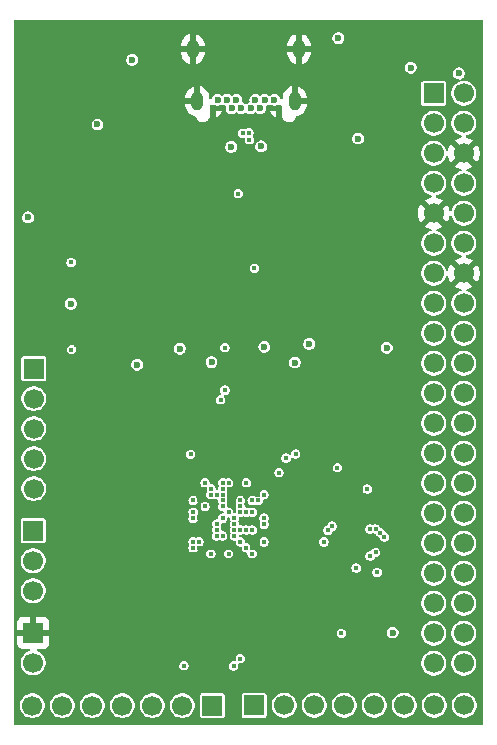
<source format=gbr>
%TF.GenerationSoftware,KiCad,Pcbnew,9.0.4*%
%TF.CreationDate,2025-09-29T16:36:38+03:00*%
%TF.ProjectId,Asius2,41736975-7332-42e6-9b69-6361645f7063,rev?*%
%TF.SameCoordinates,Original*%
%TF.FileFunction,Copper,L5,Inr*%
%TF.FilePolarity,Positive*%
%FSLAX46Y46*%
G04 Gerber Fmt 4.6, Leading zero omitted, Abs format (unit mm)*
G04 Created by KiCad (PCBNEW 9.0.4) date 2025-09-29 16:36:38*
%MOMM*%
%LPD*%
G01*
G04 APERTURE LIST*
%TA.AperFunction,ComponentPad*%
%ADD10C,0.600000*%
%TD*%
%TA.AperFunction,ComponentPad*%
%ADD11O,1.000000X1.600000*%
%TD*%
%TA.AperFunction,ComponentPad*%
%ADD12R,1.700000X1.700000*%
%TD*%
%TA.AperFunction,ComponentPad*%
%ADD13C,1.700000*%
%TD*%
%TA.AperFunction,ViaPad*%
%ADD14C,0.600000*%
%TD*%
%TA.AperFunction,ViaPad*%
%ADD15C,0.400000*%
%TD*%
G04 APERTURE END LIST*
D10*
%TO.N,GND*%
%TO.C,USBC1*%
X83460000Y-78150000D03*
%TO.N,/CAN3_H*%
X83860000Y-77450000D03*
%TO.N,/CAN3_L*%
X84660000Y-77450000D03*
%TO.N,+5V*%
X85060000Y-78150000D03*
%TO.N,Net-(USBC1-CC2)*%
X85460000Y-77450000D03*
%TO.N,/USB_DP*%
X85860000Y-78150000D03*
%TO.N,/USB_DM*%
X86660000Y-78150000D03*
%TO.N,/SBU2*%
X87060000Y-77450000D03*
%TO.N,+5V*%
X87460000Y-78150000D03*
%TO.N,/CAN4_L*%
X87860000Y-77450000D03*
%TO.N,/CAN4_H*%
X88660000Y-77450000D03*
%TO.N,GND*%
X89060000Y-78150000D03*
D11*
X90390000Y-77560000D03*
X82130000Y-77560000D03*
X90750000Y-73150000D03*
X81770000Y-73150000D03*
%TD*%
D12*
%TO.N,unconnected-(J2-Pin_1-Pad1)*%
%TO.C,J2*%
X102160000Y-76890000D03*
D13*
%TO.N,+5V*%
X104700000Y-76890000D03*
%TO.N,/IMU_SDA*%
X102160000Y-79430000D03*
%TO.N,+5V*%
X104700000Y-79430000D03*
%TO.N,/IMU_SCL*%
X102160000Y-81970000D03*
%TO.N,GND*%
X104700000Y-81970000D03*
%TO.N,unconnected-(J2-Pin_7-Pad7)*%
X102160000Y-84510000D03*
%TO.N,/UART_RX*%
X104700000Y-84510000D03*
%TO.N,GND*%
X102160000Y-87050000D03*
%TO.N,/UART_TX*%
X104700000Y-87050000D03*
%TO.N,unconnected-(J2-Pin_11-Pad11)*%
X102160000Y-89590000D03*
%TO.N,unconnected-(J2-Pin_12-Pad12)*%
X104700000Y-89590000D03*
%TO.N,unconnected-(J2-Pin_13-Pad13)*%
X102160000Y-92130000D03*
%TO.N,GND*%
X104700000Y-92130000D03*
%TO.N,unconnected-(J2-Pin_15-Pad15)*%
X102160000Y-94670000D03*
%TO.N,unconnected-(J2-Pin_16-Pad16)*%
X104700000Y-94670000D03*
%TO.N,unconnected-(J2-Pin_17-Pad17)*%
X102160000Y-97210000D03*
%TO.N,unconnected-(J2-Pin_18-Pad18)*%
X104700000Y-97210000D03*
%TO.N,/SPI_MOSI*%
X102160000Y-99750000D03*
%TO.N,unconnected-(J2-Pin_20-Pad20)*%
X104700000Y-99750000D03*
%TO.N,/SPI_MISO*%
X102160000Y-102290000D03*
%TO.N,unconnected-(J2-Pin_22-Pad22)*%
X104700000Y-102290000D03*
%TO.N,/SPI_SCK*%
X102160000Y-104830000D03*
%TO.N,/SPI_NSS*%
X104700000Y-104830000D03*
%TO.N,unconnected-(J2-Pin_25-Pad25)*%
X102160000Y-107370000D03*
%TO.N,unconnected-(J2-Pin_26-Pad26)*%
X104700000Y-107370000D03*
%TO.N,unconnected-(J2-Pin_27-Pad27)*%
X102160000Y-109910000D03*
%TO.N,unconnected-(J2-Pin_28-Pad28)*%
X104700000Y-109910000D03*
%TO.N,unconnected-(J2-Pin_29-Pad29)*%
X102160000Y-112450000D03*
%TO.N,unconnected-(J2-Pin_30-Pad30)*%
X104700000Y-112450000D03*
%TO.N,unconnected-(J2-Pin_31-Pad31)*%
X102160000Y-114990000D03*
%TO.N,unconnected-(J2-Pin_32-Pad32)*%
X104700000Y-114990000D03*
%TO.N,unconnected-(J2-Pin_33-Pad33)*%
X102160000Y-117530000D03*
%TO.N,unconnected-(J2-Pin_34-Pad34)*%
X104700000Y-117530000D03*
%TO.N,unconnected-(J2-Pin_35-Pad35)*%
X102160000Y-120070000D03*
%TO.N,unconnected-(J2-Pin_36-Pad36)*%
X104700000Y-120070000D03*
%TO.N,unconnected-(J2-Pin_37-Pad37)*%
X102160000Y-122610000D03*
%TO.N,unconnected-(J2-Pin_38-Pad38)*%
X104700000Y-122610000D03*
%TO.N,unconnected-(J2-Pin_39-Pad39)*%
X102160000Y-125150000D03*
%TO.N,unconnected-(J2-Pin_40-Pad40)*%
X104700000Y-125150000D03*
%TD*%
D12*
%TO.N,/AUDIO_SAI4_SCK_B*%
%TO.C,J5*%
X83410000Y-128720000D03*
D13*
%TO.N,/AUDIO_SAI4_FS_B*%
X80870000Y-128720000D03*
%TO.N,/AUDIO_SAI4_SD_A*%
X78330000Y-128720000D03*
%TO.N,/AUDIO_SAI4_SD_B*%
X75790000Y-128720000D03*
%TO.N,/AUDIO_DFSDM1_DATIN3*%
X73250000Y-128720000D03*
%TO.N,/AUDIO_DFSDM1_CKOUT*%
X70710000Y-128720000D03*
%TO.N,/AUDIO_SAI4_MCLK_B*%
X68170000Y-128720000D03*
%TD*%
D12*
%TO.N,GND*%
%TO.C,J1*%
X68250000Y-122560000D03*
D13*
%TO.N,+3.3V*%
X68250000Y-125100000D03*
%TD*%
D12*
%TO.N,/SWDIO*%
%TO.C,J6*%
X68300000Y-100190000D03*
D13*
%TO.N,/SWCLK*%
X68300000Y-102730000D03*
%TO.N,/JTDI*%
X68300000Y-105270000D03*
%TO.N,/TRACESWO*%
X68300000Y-107810000D03*
%TO.N,/NJTRST*%
X68300000Y-110350000D03*
%TD*%
D12*
%TO.N,/FAN_ENABLE*%
%TO.C,J4*%
X68250000Y-113920000D03*
D13*
%TO.N,/FAN_TACHOMETER*%
X68250000Y-116460000D03*
%TO.N,/FAN_SETUP*%
X68250000Y-119000000D03*
%TD*%
D12*
%TO.N,/BOOTKICK*%
%TO.C,J3*%
X86960000Y-128700000D03*
D13*
%TO.N,/SOM_GPIO*%
X89500000Y-128700000D03*
%TO.N,/VOLT_S*%
X92040000Y-128700000D03*
%TO.N,/VBAT_EN*%
X94580000Y-128700000D03*
%TO.N,/SBU1_RELAY*%
X97120000Y-128700000D03*
%TO.N,/SBU2_RELAY*%
X99660000Y-128700000D03*
%TO.N,/PWR_READOUT1*%
X102200000Y-128700000D03*
%TO.N,/PWR_READOUT2*%
X104740000Y-128700000D03*
%TD*%
D14*
%TO.N,+5V*%
X95750000Y-80720000D03*
%TO.N,GND*%
X94580000Y-98400000D03*
%TO.N,+3.3V*%
X100220000Y-74710000D03*
%TO.N,GND*%
X101370000Y-74693800D03*
X104180000Y-71240000D03*
X75490000Y-99850000D03*
%TO.N,+3.3V*%
X77050000Y-99860000D03*
%TO.N,GND*%
X81800000Y-99670000D03*
%TO.N,+3.3V*%
X83350000Y-99640000D03*
D15*
%TO.N,/CAN1_T*%
X84118800Y-102830000D03*
%TO.N,/CAN2_R*%
X84470000Y-102016200D03*
D14*
%TO.N,GND*%
X72870000Y-94790000D03*
X93096200Y-111250000D03*
X81680000Y-105816200D03*
X92141369Y-112828631D03*
X91920000Y-109683800D03*
X85040000Y-105816200D03*
X87310000Y-105816200D03*
X77570000Y-116630000D03*
X77510000Y-110920000D03*
X82359400Y-120010000D03*
X87550000Y-120000000D03*
D15*
X83290000Y-115360000D03*
D14*
X96480000Y-75210000D03*
X98080000Y-86700000D03*
D15*
X86790000Y-115360000D03*
X82790000Y-110360000D03*
D14*
X91370000Y-87150000D03*
D15*
X85290000Y-111360000D03*
D14*
X84110000Y-87280000D03*
X78070000Y-87310000D03*
D15*
X85790000Y-110360000D03*
X82290000Y-112860000D03*
X87290000Y-110860000D03*
X87290000Y-114860000D03*
X82290000Y-115360000D03*
D14*
X76480000Y-76910000D03*
D15*
X87290000Y-113360000D03*
D14*
X88900000Y-99710000D03*
X67660000Y-80220000D03*
X79060000Y-72460000D03*
X76650000Y-113590000D03*
D15*
X86290000Y-110360000D03*
X82290000Y-111360000D03*
D14*
X100240000Y-72190000D03*
X87040000Y-85790000D03*
D15*
X84790000Y-110360000D03*
D14*
X71460000Y-87280000D03*
D15*
X84790000Y-115360000D03*
D14*
X67840000Y-94490000D03*
D15*
X82790000Y-113860000D03*
X82290000Y-111860000D03*
%TO.N,+3.3V*%
X87790000Y-112860000D03*
X87790000Y-113360000D03*
X86290000Y-109860000D03*
X87290000Y-111360000D03*
X81790000Y-114860000D03*
X84290000Y-109860000D03*
D14*
X73690000Y-79520000D03*
X98180000Y-98430000D03*
D15*
X81790000Y-112360000D03*
X81790000Y-112860000D03*
X87790000Y-114860000D03*
X84790000Y-109860000D03*
X83290000Y-110360000D03*
D14*
X67810000Y-87380000D03*
X94080000Y-72210000D03*
D15*
X86290000Y-115360000D03*
X81790000Y-111360000D03*
D14*
X90410000Y-99680000D03*
D15*
X82790000Y-109860000D03*
D14*
X71440000Y-94710000D03*
D15*
X82290000Y-114860000D03*
X83290000Y-115860000D03*
X83290000Y-110860000D03*
X84790000Y-115860000D03*
X81790000Y-115360000D03*
X87790000Y-110860000D03*
X82790000Y-111860000D03*
D14*
X98690000Y-122540000D03*
D15*
X86790000Y-115860000D03*
%TO.N,/SBU2*%
X85220594Y-125363800D03*
X81010000Y-125350000D03*
%TO.N,/SBU1*%
X84290000Y-114360000D03*
X85610000Y-85370000D03*
%TO.N,/CAN2_E*%
X85790000Y-114860000D03*
X97990000Y-114450000D03*
%TO.N,/CAN3_R*%
X97650000Y-114080000D03*
X86790000Y-113860000D03*
%TO.N,/CAN1_R*%
X83790000Y-110860000D03*
D14*
X91610000Y-98110000D03*
D15*
%TO.N,/CAN3_T*%
X97240000Y-113770000D03*
X97240000Y-115756200D03*
%TO.N,/CAN1_E*%
X86980000Y-91690000D03*
X84290000Y-111360000D03*
D14*
%TO.N,/CAN1_T*%
X87810000Y-98350000D03*
D15*
%TO.N,/CAN2_R*%
X84470000Y-98420000D03*
%TO.N,/CAN2_T*%
X84290000Y-110860000D03*
D14*
X80670000Y-98510000D03*
D15*
%TO.N,/CAN3_E*%
X96780000Y-116063800D03*
X96763797Y-113770000D03*
D14*
%TO.N,+5V*%
X85010000Y-81430000D03*
X87550000Y-81380000D03*
X104290000Y-75200000D03*
X76630000Y-74050000D03*
D15*
%TO.N,Net-(U7-NRST)*%
X71490000Y-98580000D03*
X84290000Y-112860000D03*
%TO.N,/UART_RX*%
X89660000Y-107770000D03*
X85290000Y-113360000D03*
%TO.N,/SPI_MISO*%
X85290000Y-114360000D03*
%TO.N,/SPI_MOSI*%
X85790000Y-113860000D03*
%TO.N,/UART_TX*%
X90473800Y-107430000D03*
X85290000Y-112860000D03*
%TO.N,/SOM_GPIO*%
X83790000Y-113360000D03*
%TO.N,/PWR_READOUT2*%
X83790000Y-114360000D03*
%TO.N,/VBAT_EN*%
X94010000Y-108580000D03*
%TO.N,/BOOTKICK*%
X83790000Y-113860000D03*
%TO.N,/SBU1_RELAY*%
X93543741Y-113536520D03*
%TO.N,/FAN_SETUP*%
X92860000Y-114863800D03*
%TO.N,/FAN_TACHOMETER*%
X85790000Y-111860000D03*
%TO.N,/FAN_ENABLE*%
X85790000Y-111360000D03*
%TO.N,/AUDIO_DFSDM1_CKOUT*%
X85780000Y-124740000D03*
X85290000Y-113860000D03*
%TO.N,/AUDIO_SAI4_SD_A*%
X86290000Y-113860000D03*
X93203800Y-113870000D03*
%TO.N,/SWDIO*%
X96530000Y-110390000D03*
X86790000Y-111360000D03*
%TO.N,/JTDI*%
X89060000Y-109000000D03*
%TO.N,/NJTRST*%
X84290000Y-110360000D03*
X81575958Y-107454042D03*
%TO.N,/TRACESWO*%
X84790000Y-112360000D03*
%TO.N,/LED_RED*%
X85790000Y-112360000D03*
X97370000Y-117440000D03*
%TO.N,/LED_GREEN*%
X95590000Y-117080000D03*
X86290000Y-112360000D03*
%TO.N,/LED_BLUE*%
X94336200Y-122610000D03*
X86790000Y-112360000D03*
%TO.N,Net-(U7-BOOT0)*%
X71460000Y-91200000D03*
X84290000Y-111860000D03*
%TO.N,/USB_DM*%
X85970000Y-80270000D03*
X86560000Y-80820000D03*
%TO.N,/USB_DP*%
X86510000Y-80230000D03*
%TD*%
%TA.AperFunction,Conductor*%
%TO.N,GND*%
G36*
X106318691Y-70659407D02*
G01*
X106354655Y-70708907D01*
X106359500Y-70739500D01*
X106359500Y-130260500D01*
X106340593Y-130318691D01*
X106291093Y-130354655D01*
X106260500Y-130359500D01*
X66739500Y-130359500D01*
X66681309Y-130340593D01*
X66645345Y-130291093D01*
X66640500Y-130260500D01*
X66640500Y-128616532D01*
X67119500Y-128616532D01*
X67119500Y-128823467D01*
X67159869Y-129026418D01*
X67239058Y-129217597D01*
X67354020Y-129389651D01*
X67354023Y-129389655D01*
X67500345Y-129535977D01*
X67672402Y-129650941D01*
X67863580Y-129730130D01*
X68066535Y-129770500D01*
X68066536Y-129770500D01*
X68273464Y-129770500D01*
X68273465Y-129770500D01*
X68476420Y-129730130D01*
X68667598Y-129650941D01*
X68839655Y-129535977D01*
X68985977Y-129389655D01*
X69100941Y-129217598D01*
X69180130Y-129026420D01*
X69220500Y-128823465D01*
X69220500Y-128616535D01*
X69220499Y-128616532D01*
X69659500Y-128616532D01*
X69659500Y-128823467D01*
X69699869Y-129026418D01*
X69779058Y-129217597D01*
X69894020Y-129389651D01*
X69894023Y-129389655D01*
X70040345Y-129535977D01*
X70212402Y-129650941D01*
X70403580Y-129730130D01*
X70606535Y-129770500D01*
X70606536Y-129770500D01*
X70813464Y-129770500D01*
X70813465Y-129770500D01*
X71016420Y-129730130D01*
X71207598Y-129650941D01*
X71379655Y-129535977D01*
X71525977Y-129389655D01*
X71640941Y-129217598D01*
X71720130Y-129026420D01*
X71760500Y-128823465D01*
X71760500Y-128616535D01*
X71760499Y-128616532D01*
X72199500Y-128616532D01*
X72199500Y-128823467D01*
X72239869Y-129026418D01*
X72319058Y-129217597D01*
X72434020Y-129389651D01*
X72434023Y-129389655D01*
X72580345Y-129535977D01*
X72752402Y-129650941D01*
X72943580Y-129730130D01*
X73146535Y-129770500D01*
X73146536Y-129770500D01*
X73353464Y-129770500D01*
X73353465Y-129770500D01*
X73556420Y-129730130D01*
X73747598Y-129650941D01*
X73919655Y-129535977D01*
X74065977Y-129389655D01*
X74180941Y-129217598D01*
X74260130Y-129026420D01*
X74300500Y-128823465D01*
X74300500Y-128616535D01*
X74300499Y-128616532D01*
X74739500Y-128616532D01*
X74739500Y-128823467D01*
X74779869Y-129026418D01*
X74859058Y-129217597D01*
X74974020Y-129389651D01*
X74974023Y-129389655D01*
X75120345Y-129535977D01*
X75292402Y-129650941D01*
X75483580Y-129730130D01*
X75686535Y-129770500D01*
X75686536Y-129770500D01*
X75893464Y-129770500D01*
X75893465Y-129770500D01*
X76096420Y-129730130D01*
X76287598Y-129650941D01*
X76459655Y-129535977D01*
X76605977Y-129389655D01*
X76720941Y-129217598D01*
X76800130Y-129026420D01*
X76840500Y-128823465D01*
X76840500Y-128616535D01*
X76840499Y-128616532D01*
X77279500Y-128616532D01*
X77279500Y-128823467D01*
X77319869Y-129026418D01*
X77399058Y-129217597D01*
X77514020Y-129389651D01*
X77514023Y-129389655D01*
X77660345Y-129535977D01*
X77832402Y-129650941D01*
X78023580Y-129730130D01*
X78226535Y-129770500D01*
X78226536Y-129770500D01*
X78433464Y-129770500D01*
X78433465Y-129770500D01*
X78636420Y-129730130D01*
X78827598Y-129650941D01*
X78999655Y-129535977D01*
X79145977Y-129389655D01*
X79260941Y-129217598D01*
X79340130Y-129026420D01*
X79380500Y-128823465D01*
X79380500Y-128616535D01*
X79380499Y-128616532D01*
X79819500Y-128616532D01*
X79819500Y-128823467D01*
X79859869Y-129026418D01*
X79939058Y-129217597D01*
X80054020Y-129389651D01*
X80054023Y-129389655D01*
X80200345Y-129535977D01*
X80372402Y-129650941D01*
X80563580Y-129730130D01*
X80766535Y-129770500D01*
X80766536Y-129770500D01*
X80973464Y-129770500D01*
X80973465Y-129770500D01*
X81176420Y-129730130D01*
X81367598Y-129650941D01*
X81539655Y-129535977D01*
X81685977Y-129389655D01*
X81800941Y-129217598D01*
X81880130Y-129026420D01*
X81920500Y-128823465D01*
X81920500Y-128616535D01*
X81880130Y-128413580D01*
X81800941Y-128222402D01*
X81685977Y-128050345D01*
X81539655Y-127904023D01*
X81509723Y-127884023D01*
X81459182Y-127850253D01*
X82359500Y-127850253D01*
X82359500Y-129589746D01*
X82359501Y-129589758D01*
X82371132Y-129648227D01*
X82371134Y-129648233D01*
X82412493Y-129710130D01*
X82415448Y-129714552D01*
X82481769Y-129758867D01*
X82526231Y-129767711D01*
X82540241Y-129770498D01*
X82540246Y-129770498D01*
X82540252Y-129770500D01*
X82540253Y-129770500D01*
X84279747Y-129770500D01*
X84279748Y-129770500D01*
X84338231Y-129758867D01*
X84404552Y-129714552D01*
X84448867Y-129648231D01*
X84460500Y-129589748D01*
X84460500Y-127850252D01*
X84460499Y-127850250D01*
X84460499Y-127850244D01*
X84459399Y-127844715D01*
X84459396Y-127844703D01*
X84456522Y-127830253D01*
X85909500Y-127830253D01*
X85909500Y-129569746D01*
X85909501Y-129569758D01*
X85921132Y-129628227D01*
X85921134Y-129628233D01*
X85965445Y-129694548D01*
X85965448Y-129694552D01*
X86031769Y-129738867D01*
X86076231Y-129747711D01*
X86090241Y-129750498D01*
X86090246Y-129750498D01*
X86090252Y-129750500D01*
X86090253Y-129750500D01*
X87829747Y-129750500D01*
X87829748Y-129750500D01*
X87888231Y-129738867D01*
X87954552Y-129694552D01*
X87998867Y-129628231D01*
X88010500Y-129569748D01*
X88010500Y-128596532D01*
X88449500Y-128596532D01*
X88449500Y-128803467D01*
X88489869Y-129006418D01*
X88569058Y-129197597D01*
X88582422Y-129217598D01*
X88684023Y-129369655D01*
X88830345Y-129515977D01*
X89002402Y-129630941D01*
X89193580Y-129710130D01*
X89396535Y-129750500D01*
X89396536Y-129750500D01*
X89603464Y-129750500D01*
X89603465Y-129750500D01*
X89806420Y-129710130D01*
X89997598Y-129630941D01*
X90169655Y-129515977D01*
X90315977Y-129369655D01*
X90430941Y-129197598D01*
X90510130Y-129006420D01*
X90550500Y-128803465D01*
X90550500Y-128596535D01*
X90550499Y-128596532D01*
X90989500Y-128596532D01*
X90989500Y-128803467D01*
X91029869Y-129006418D01*
X91109058Y-129197597D01*
X91122422Y-129217598D01*
X91224023Y-129369655D01*
X91370345Y-129515977D01*
X91542402Y-129630941D01*
X91733580Y-129710130D01*
X91936535Y-129750500D01*
X91936536Y-129750500D01*
X92143464Y-129750500D01*
X92143465Y-129750500D01*
X92346420Y-129710130D01*
X92537598Y-129630941D01*
X92709655Y-129515977D01*
X92855977Y-129369655D01*
X92970941Y-129197598D01*
X93050130Y-129006420D01*
X93090500Y-128803465D01*
X93090500Y-128596535D01*
X93090499Y-128596532D01*
X93529500Y-128596532D01*
X93529500Y-128803467D01*
X93569869Y-129006418D01*
X93649058Y-129197597D01*
X93662422Y-129217598D01*
X93764023Y-129369655D01*
X93910345Y-129515977D01*
X94082402Y-129630941D01*
X94273580Y-129710130D01*
X94476535Y-129750500D01*
X94476536Y-129750500D01*
X94683464Y-129750500D01*
X94683465Y-129750500D01*
X94886420Y-129710130D01*
X95077598Y-129630941D01*
X95249655Y-129515977D01*
X95395977Y-129369655D01*
X95510941Y-129197598D01*
X95590130Y-129006420D01*
X95630500Y-128803465D01*
X95630500Y-128596535D01*
X95630499Y-128596532D01*
X96069500Y-128596532D01*
X96069500Y-128803467D01*
X96109869Y-129006418D01*
X96189058Y-129197597D01*
X96202422Y-129217598D01*
X96304023Y-129369655D01*
X96450345Y-129515977D01*
X96622402Y-129630941D01*
X96813580Y-129710130D01*
X97016535Y-129750500D01*
X97016536Y-129750500D01*
X97223464Y-129750500D01*
X97223465Y-129750500D01*
X97426420Y-129710130D01*
X97617598Y-129630941D01*
X97789655Y-129515977D01*
X97935977Y-129369655D01*
X98050941Y-129197598D01*
X98130130Y-129006420D01*
X98170500Y-128803465D01*
X98170500Y-128596535D01*
X98170499Y-128596532D01*
X98609500Y-128596532D01*
X98609500Y-128803467D01*
X98649869Y-129006418D01*
X98729058Y-129197597D01*
X98742422Y-129217598D01*
X98844023Y-129369655D01*
X98990345Y-129515977D01*
X99162402Y-129630941D01*
X99353580Y-129710130D01*
X99556535Y-129750500D01*
X99556536Y-129750500D01*
X99763464Y-129750500D01*
X99763465Y-129750500D01*
X99966420Y-129710130D01*
X100157598Y-129630941D01*
X100329655Y-129515977D01*
X100475977Y-129369655D01*
X100590941Y-129197598D01*
X100670130Y-129006420D01*
X100710500Y-128803465D01*
X100710500Y-128596535D01*
X100710499Y-128596532D01*
X101149500Y-128596532D01*
X101149500Y-128803467D01*
X101189869Y-129006418D01*
X101269058Y-129197597D01*
X101282422Y-129217598D01*
X101384023Y-129369655D01*
X101530345Y-129515977D01*
X101702402Y-129630941D01*
X101893580Y-129710130D01*
X102096535Y-129750500D01*
X102096536Y-129750500D01*
X102303464Y-129750500D01*
X102303465Y-129750500D01*
X102506420Y-129710130D01*
X102697598Y-129630941D01*
X102869655Y-129515977D01*
X103015977Y-129369655D01*
X103130941Y-129197598D01*
X103210130Y-129006420D01*
X103250500Y-128803465D01*
X103250500Y-128596535D01*
X103250499Y-128596532D01*
X103689500Y-128596532D01*
X103689500Y-128803467D01*
X103729869Y-129006418D01*
X103809058Y-129197597D01*
X103822422Y-129217598D01*
X103924023Y-129369655D01*
X104070345Y-129515977D01*
X104242402Y-129630941D01*
X104433580Y-129710130D01*
X104636535Y-129750500D01*
X104636536Y-129750500D01*
X104843464Y-129750500D01*
X104843465Y-129750500D01*
X105046420Y-129710130D01*
X105237598Y-129630941D01*
X105409655Y-129515977D01*
X105555977Y-129369655D01*
X105670941Y-129197598D01*
X105750130Y-129006420D01*
X105790500Y-128803465D01*
X105790500Y-128596535D01*
X105750130Y-128393580D01*
X105670941Y-128202402D01*
X105555977Y-128030345D01*
X105409655Y-127884023D01*
X105409651Y-127884020D01*
X105237597Y-127769058D01*
X105046418Y-127689869D01*
X104843467Y-127649500D01*
X104843465Y-127649500D01*
X104636535Y-127649500D01*
X104636532Y-127649500D01*
X104433581Y-127689869D01*
X104242402Y-127769058D01*
X104070348Y-127884020D01*
X103924020Y-128030348D01*
X103809058Y-128202402D01*
X103729869Y-128393581D01*
X103689500Y-128596532D01*
X103250499Y-128596532D01*
X103210130Y-128393580D01*
X103130941Y-128202402D01*
X103015977Y-128030345D01*
X102869655Y-127884023D01*
X102869651Y-127884020D01*
X102697597Y-127769058D01*
X102506418Y-127689869D01*
X102303467Y-127649500D01*
X102303465Y-127649500D01*
X102096535Y-127649500D01*
X102096532Y-127649500D01*
X101893581Y-127689869D01*
X101702402Y-127769058D01*
X101530348Y-127884020D01*
X101384020Y-128030348D01*
X101269058Y-128202402D01*
X101189869Y-128393581D01*
X101149500Y-128596532D01*
X100710499Y-128596532D01*
X100670130Y-128393580D01*
X100590941Y-128202402D01*
X100475977Y-128030345D01*
X100329655Y-127884023D01*
X100329651Y-127884020D01*
X100157597Y-127769058D01*
X99966418Y-127689869D01*
X99763467Y-127649500D01*
X99763465Y-127649500D01*
X99556535Y-127649500D01*
X99556532Y-127649500D01*
X99353581Y-127689869D01*
X99162402Y-127769058D01*
X98990348Y-127884020D01*
X98844020Y-128030348D01*
X98729058Y-128202402D01*
X98649869Y-128393581D01*
X98609500Y-128596532D01*
X98170499Y-128596532D01*
X98130130Y-128393580D01*
X98050941Y-128202402D01*
X97935977Y-128030345D01*
X97789655Y-127884023D01*
X97789651Y-127884020D01*
X97617597Y-127769058D01*
X97426418Y-127689869D01*
X97223467Y-127649500D01*
X97223465Y-127649500D01*
X97016535Y-127649500D01*
X97016532Y-127649500D01*
X96813581Y-127689869D01*
X96622402Y-127769058D01*
X96450348Y-127884020D01*
X96304020Y-128030348D01*
X96189058Y-128202402D01*
X96109869Y-128393581D01*
X96069500Y-128596532D01*
X95630499Y-128596532D01*
X95590130Y-128393580D01*
X95510941Y-128202402D01*
X95395977Y-128030345D01*
X95249655Y-127884023D01*
X95249651Y-127884020D01*
X95077597Y-127769058D01*
X94886418Y-127689869D01*
X94683467Y-127649500D01*
X94683465Y-127649500D01*
X94476535Y-127649500D01*
X94476532Y-127649500D01*
X94273581Y-127689869D01*
X94082402Y-127769058D01*
X93910348Y-127884020D01*
X93764020Y-128030348D01*
X93649058Y-128202402D01*
X93569869Y-128393581D01*
X93529500Y-128596532D01*
X93090499Y-128596532D01*
X93050130Y-128393580D01*
X92970941Y-128202402D01*
X92855977Y-128030345D01*
X92709655Y-127884023D01*
X92709651Y-127884020D01*
X92537597Y-127769058D01*
X92346418Y-127689869D01*
X92143467Y-127649500D01*
X92143465Y-127649500D01*
X91936535Y-127649500D01*
X91936532Y-127649500D01*
X91733581Y-127689869D01*
X91542402Y-127769058D01*
X91370348Y-127884020D01*
X91224020Y-128030348D01*
X91109058Y-128202402D01*
X91029869Y-128393581D01*
X90989500Y-128596532D01*
X90550499Y-128596532D01*
X90510130Y-128393580D01*
X90430941Y-128202402D01*
X90315977Y-128030345D01*
X90169655Y-127884023D01*
X90169651Y-127884020D01*
X89997597Y-127769058D01*
X89806418Y-127689869D01*
X89603467Y-127649500D01*
X89603465Y-127649500D01*
X89396535Y-127649500D01*
X89396532Y-127649500D01*
X89193581Y-127689869D01*
X89002402Y-127769058D01*
X88830348Y-127884020D01*
X88684020Y-128030348D01*
X88569058Y-128202402D01*
X88489869Y-128393581D01*
X88449500Y-128596532D01*
X88010500Y-128596532D01*
X88010500Y-127830252D01*
X87998867Y-127771769D01*
X87954552Y-127705448D01*
X87954548Y-127705445D01*
X87888233Y-127661134D01*
X87888231Y-127661133D01*
X87888228Y-127661132D01*
X87888227Y-127661132D01*
X87829758Y-127649501D01*
X87829748Y-127649500D01*
X86090252Y-127649500D01*
X86090251Y-127649500D01*
X86090241Y-127649501D01*
X86031772Y-127661132D01*
X86031766Y-127661134D01*
X85965451Y-127705445D01*
X85965445Y-127705451D01*
X85921134Y-127771766D01*
X85921132Y-127771772D01*
X85909501Y-127830241D01*
X85909500Y-127830253D01*
X84456522Y-127830253D01*
X84448867Y-127791769D01*
X84404552Y-127725448D01*
X84404548Y-127725445D01*
X84338233Y-127681134D01*
X84338231Y-127681133D01*
X84338228Y-127681132D01*
X84338227Y-127681132D01*
X84279758Y-127669501D01*
X84279748Y-127669500D01*
X82540252Y-127669500D01*
X82540251Y-127669500D01*
X82540241Y-127669501D01*
X82481772Y-127681132D01*
X82481766Y-127681134D01*
X82415451Y-127725445D01*
X82415445Y-127725451D01*
X82371134Y-127791766D01*
X82371132Y-127791772D01*
X82359501Y-127850241D01*
X82359500Y-127850253D01*
X81459182Y-127850253D01*
X81367597Y-127789058D01*
X81176418Y-127709869D01*
X80973467Y-127669500D01*
X80973465Y-127669500D01*
X80766535Y-127669500D01*
X80766532Y-127669500D01*
X80563581Y-127709869D01*
X80372402Y-127789058D01*
X80200348Y-127904020D01*
X80054020Y-128050348D01*
X79939058Y-128222402D01*
X79859869Y-128413581D01*
X79819500Y-128616532D01*
X79380499Y-128616532D01*
X79340130Y-128413580D01*
X79260941Y-128222402D01*
X79145977Y-128050345D01*
X78999655Y-127904023D01*
X78969723Y-127884023D01*
X78827597Y-127789058D01*
X78636418Y-127709869D01*
X78433467Y-127669500D01*
X78433465Y-127669500D01*
X78226535Y-127669500D01*
X78226532Y-127669500D01*
X78023581Y-127709869D01*
X77832402Y-127789058D01*
X77660348Y-127904020D01*
X77514020Y-128050348D01*
X77399058Y-128222402D01*
X77319869Y-128413581D01*
X77279500Y-128616532D01*
X76840499Y-128616532D01*
X76800130Y-128413580D01*
X76720941Y-128222402D01*
X76605977Y-128050345D01*
X76459655Y-127904023D01*
X76429723Y-127884023D01*
X76287597Y-127789058D01*
X76096418Y-127709869D01*
X75893467Y-127669500D01*
X75893465Y-127669500D01*
X75686535Y-127669500D01*
X75686532Y-127669500D01*
X75483581Y-127709869D01*
X75292402Y-127789058D01*
X75120348Y-127904020D01*
X74974020Y-128050348D01*
X74859058Y-128222402D01*
X74779869Y-128413581D01*
X74739500Y-128616532D01*
X74300499Y-128616532D01*
X74260130Y-128413580D01*
X74180941Y-128222402D01*
X74065977Y-128050345D01*
X73919655Y-127904023D01*
X73889723Y-127884023D01*
X73747597Y-127789058D01*
X73556418Y-127709869D01*
X73353467Y-127669500D01*
X73353465Y-127669500D01*
X73146535Y-127669500D01*
X73146532Y-127669500D01*
X72943581Y-127709869D01*
X72752402Y-127789058D01*
X72580348Y-127904020D01*
X72434020Y-128050348D01*
X72319058Y-128222402D01*
X72239869Y-128413581D01*
X72199500Y-128616532D01*
X71760499Y-128616532D01*
X71720130Y-128413580D01*
X71640941Y-128222402D01*
X71525977Y-128050345D01*
X71379655Y-127904023D01*
X71349723Y-127884023D01*
X71207597Y-127789058D01*
X71016418Y-127709869D01*
X70813467Y-127669500D01*
X70813465Y-127669500D01*
X70606535Y-127669500D01*
X70606532Y-127669500D01*
X70403581Y-127709869D01*
X70212402Y-127789058D01*
X70040348Y-127904020D01*
X69894020Y-128050348D01*
X69779058Y-128222402D01*
X69699869Y-128413581D01*
X69659500Y-128616532D01*
X69220499Y-128616532D01*
X69180130Y-128413580D01*
X69100941Y-128222402D01*
X68985977Y-128050345D01*
X68839655Y-127904023D01*
X68809723Y-127884023D01*
X68667597Y-127789058D01*
X68476418Y-127709869D01*
X68273467Y-127669500D01*
X68273465Y-127669500D01*
X68066535Y-127669500D01*
X68066532Y-127669500D01*
X67863581Y-127709869D01*
X67672402Y-127789058D01*
X67500348Y-127904020D01*
X67354020Y-128050348D01*
X67239058Y-128222402D01*
X67159869Y-128413581D01*
X67119500Y-128616532D01*
X66640500Y-128616532D01*
X66640500Y-123457824D01*
X66899999Y-123457824D01*
X66906401Y-123517370D01*
X66906403Y-123517381D01*
X66956646Y-123652088D01*
X66956647Y-123652090D01*
X67042807Y-123767184D01*
X67042815Y-123767192D01*
X67157909Y-123853352D01*
X67157911Y-123853353D01*
X67292618Y-123903596D01*
X67292629Y-123903598D01*
X67352176Y-123910000D01*
X67880119Y-123910000D01*
X67938310Y-123928907D01*
X67974274Y-123978407D01*
X67974274Y-124039593D01*
X67938310Y-124089093D01*
X67918007Y-124100462D01*
X67868697Y-124120887D01*
X67752402Y-124169058D01*
X67580348Y-124284020D01*
X67434020Y-124430348D01*
X67319058Y-124602402D01*
X67239869Y-124793581D01*
X67199500Y-124996532D01*
X67199500Y-125203467D01*
X67239869Y-125406418D01*
X67319058Y-125597597D01*
X67412207Y-125737005D01*
X67434023Y-125769655D01*
X67580345Y-125915977D01*
X67752402Y-126030941D01*
X67943580Y-126110130D01*
X68146535Y-126150500D01*
X68146536Y-126150500D01*
X68353464Y-126150500D01*
X68353465Y-126150500D01*
X68556420Y-126110130D01*
X68747598Y-126030941D01*
X68919655Y-125915977D01*
X69065977Y-125769655D01*
X69180941Y-125597598D01*
X69260130Y-125406420D01*
X69281841Y-125297273D01*
X80609500Y-125297273D01*
X80609500Y-125402727D01*
X80623887Y-125456420D01*
X80636794Y-125504589D01*
X80636794Y-125504590D01*
X80689518Y-125595910D01*
X80689520Y-125595913D01*
X80764087Y-125670480D01*
X80855413Y-125723207D01*
X80957273Y-125750500D01*
X80957275Y-125750500D01*
X81062725Y-125750500D01*
X81062727Y-125750500D01*
X81164587Y-125723207D01*
X81255913Y-125670480D01*
X81330480Y-125595913D01*
X81383207Y-125504587D01*
X81410500Y-125402727D01*
X81410500Y-125311073D01*
X84820094Y-125311073D01*
X84820094Y-125416527D01*
X84847387Y-125518387D01*
X84847388Y-125518389D01*
X84847388Y-125518390D01*
X84893119Y-125597597D01*
X84900114Y-125609713D01*
X84974681Y-125684280D01*
X85066007Y-125737007D01*
X85167867Y-125764300D01*
X85167869Y-125764300D01*
X85273319Y-125764300D01*
X85273321Y-125764300D01*
X85375181Y-125737007D01*
X85466507Y-125684280D01*
X85541074Y-125609713D01*
X85593801Y-125518387D01*
X85621094Y-125416527D01*
X85621094Y-125311073D01*
X85608021Y-125262283D01*
X85611222Y-125201183D01*
X85649727Y-125153633D01*
X85708827Y-125137797D01*
X85720834Y-125139699D01*
X85720841Y-125139653D01*
X85727272Y-125140499D01*
X85727273Y-125140500D01*
X85727274Y-125140500D01*
X85832725Y-125140500D01*
X85832727Y-125140500D01*
X85934587Y-125113207D01*
X86025913Y-125060480D01*
X86039861Y-125046532D01*
X101109500Y-125046532D01*
X101109500Y-125253467D01*
X101149869Y-125456418D01*
X101229058Y-125647597D01*
X101310614Y-125769655D01*
X101344023Y-125819655D01*
X101490345Y-125965977D01*
X101662402Y-126080941D01*
X101853580Y-126160130D01*
X102056535Y-126200500D01*
X102056536Y-126200500D01*
X102263464Y-126200500D01*
X102263465Y-126200500D01*
X102466420Y-126160130D01*
X102657598Y-126080941D01*
X102829655Y-125965977D01*
X102975977Y-125819655D01*
X103090941Y-125647598D01*
X103170130Y-125456420D01*
X103210500Y-125253465D01*
X103210500Y-125046535D01*
X103210499Y-125046532D01*
X103649500Y-125046532D01*
X103649500Y-125253467D01*
X103689869Y-125456418D01*
X103769058Y-125647597D01*
X103850614Y-125769655D01*
X103884023Y-125819655D01*
X104030345Y-125965977D01*
X104202402Y-126080941D01*
X104393580Y-126160130D01*
X104596535Y-126200500D01*
X104596536Y-126200500D01*
X104803464Y-126200500D01*
X104803465Y-126200500D01*
X105006420Y-126160130D01*
X105197598Y-126080941D01*
X105369655Y-125965977D01*
X105515977Y-125819655D01*
X105630941Y-125647598D01*
X105710130Y-125456420D01*
X105750500Y-125253465D01*
X105750500Y-125046535D01*
X105710130Y-124843580D01*
X105630941Y-124652402D01*
X105515977Y-124480345D01*
X105369655Y-124334023D01*
X105369651Y-124334020D01*
X105197597Y-124219058D01*
X105006418Y-124139869D01*
X104803467Y-124099500D01*
X104803465Y-124099500D01*
X104596535Y-124099500D01*
X104596532Y-124099500D01*
X104393581Y-124139869D01*
X104202402Y-124219058D01*
X104030348Y-124334020D01*
X103884020Y-124480348D01*
X103769058Y-124652402D01*
X103689869Y-124843581D01*
X103649500Y-125046532D01*
X103210499Y-125046532D01*
X103170130Y-124843580D01*
X103090941Y-124652402D01*
X102975977Y-124480345D01*
X102829655Y-124334023D01*
X102829651Y-124334020D01*
X102657597Y-124219058D01*
X102466418Y-124139869D01*
X102263467Y-124099500D01*
X102263465Y-124099500D01*
X102056535Y-124099500D01*
X102056532Y-124099500D01*
X101853581Y-124139869D01*
X101662402Y-124219058D01*
X101490348Y-124334020D01*
X101344020Y-124480348D01*
X101229058Y-124652402D01*
X101149869Y-124843581D01*
X101109500Y-125046532D01*
X86039861Y-125046532D01*
X86100480Y-124985913D01*
X86153207Y-124894587D01*
X86180500Y-124792727D01*
X86180500Y-124687273D01*
X86153207Y-124585413D01*
X86100480Y-124494087D01*
X86025913Y-124419520D01*
X85934587Y-124366793D01*
X85832727Y-124339500D01*
X85727273Y-124339500D01*
X85625413Y-124366793D01*
X85625412Y-124366793D01*
X85625410Y-124366794D01*
X85625409Y-124366794D01*
X85534089Y-124419518D01*
X85459518Y-124494089D01*
X85406794Y-124585409D01*
X85406794Y-124585410D01*
X85406793Y-124585412D01*
X85406793Y-124585413D01*
X85379500Y-124687273D01*
X85379500Y-124792727D01*
X85379729Y-124793580D01*
X85392573Y-124841515D01*
X85389370Y-124902617D01*
X85350865Y-124950167D01*
X85291764Y-124966002D01*
X85279759Y-124964100D01*
X85279753Y-124964147D01*
X85273321Y-124963300D01*
X85167867Y-124963300D01*
X85066007Y-124990593D01*
X85066006Y-124990593D01*
X85066004Y-124990594D01*
X85066003Y-124990594D01*
X84974683Y-125043318D01*
X84900112Y-125117889D01*
X84847388Y-125209209D01*
X84847388Y-125209210D01*
X84847387Y-125209212D01*
X84847387Y-125209213D01*
X84820094Y-125311073D01*
X81410500Y-125311073D01*
X81410500Y-125297273D01*
X81383207Y-125195413D01*
X81330480Y-125104087D01*
X81255913Y-125029520D01*
X81198781Y-124996535D01*
X81164589Y-124976794D01*
X81164588Y-124976793D01*
X81164587Y-124976793D01*
X81062727Y-124949500D01*
X80957273Y-124949500D01*
X80855413Y-124976793D01*
X80855412Y-124976793D01*
X80855410Y-124976794D01*
X80855409Y-124976794D01*
X80764089Y-125029518D01*
X80689518Y-125104089D01*
X80636794Y-125195409D01*
X80636794Y-125195410D01*
X80636793Y-125195412D01*
X80636793Y-125195413D01*
X80609500Y-125297273D01*
X69281841Y-125297273D01*
X69300500Y-125203465D01*
X69300500Y-124996535D01*
X69260130Y-124793580D01*
X69180941Y-124602402D01*
X69065977Y-124430345D01*
X68919655Y-124284023D01*
X68822429Y-124219059D01*
X68747597Y-124169058D01*
X68651528Y-124129265D01*
X68581994Y-124100463D01*
X68535470Y-124060727D01*
X68521186Y-124001233D01*
X68544601Y-123944705D01*
X68596770Y-123912735D01*
X68619881Y-123910000D01*
X69147824Y-123910000D01*
X69207370Y-123903598D01*
X69207381Y-123903596D01*
X69342088Y-123853353D01*
X69342090Y-123853352D01*
X69457184Y-123767192D01*
X69457192Y-123767184D01*
X69543352Y-123652090D01*
X69543353Y-123652088D01*
X69593596Y-123517381D01*
X69593598Y-123517370D01*
X69600000Y-123457824D01*
X69600000Y-122810001D01*
X69599999Y-122810000D01*
X68683012Y-122810000D01*
X68715925Y-122752993D01*
X68750000Y-122625826D01*
X68750000Y-122557273D01*
X93935700Y-122557273D01*
X93935700Y-122662727D01*
X93962993Y-122764587D01*
X93962994Y-122764589D01*
X93962994Y-122764590D01*
X94010752Y-122847309D01*
X94015720Y-122855913D01*
X94090287Y-122930480D01*
X94181613Y-122983207D01*
X94283473Y-123010500D01*
X94283475Y-123010500D01*
X94388925Y-123010500D01*
X94388927Y-123010500D01*
X94490787Y-122983207D01*
X94582113Y-122930480D01*
X94656680Y-122855913D01*
X94709407Y-122764587D01*
X94736700Y-122662727D01*
X94736700Y-122557273D01*
X94714416Y-122474108D01*
X98189500Y-122474108D01*
X98189500Y-122605892D01*
X98204728Y-122662725D01*
X98223609Y-122733190D01*
X98289496Y-122847309D01*
X98289498Y-122847311D01*
X98289500Y-122847314D01*
X98382686Y-122940500D01*
X98382688Y-122940501D01*
X98382690Y-122940503D01*
X98496810Y-123006390D01*
X98496808Y-123006390D01*
X98496812Y-123006391D01*
X98496814Y-123006392D01*
X98624108Y-123040500D01*
X98624110Y-123040500D01*
X98755890Y-123040500D01*
X98755892Y-123040500D01*
X98883186Y-123006392D01*
X98883188Y-123006390D01*
X98883190Y-123006390D01*
X98997309Y-122940503D01*
X98997309Y-122940502D01*
X98997314Y-122940500D01*
X99090500Y-122847314D01*
X99138261Y-122764590D01*
X99156390Y-122733190D01*
X99156390Y-122733188D01*
X99156392Y-122733186D01*
X99190500Y-122605892D01*
X99190500Y-122506532D01*
X101109500Y-122506532D01*
X101109500Y-122713467D01*
X101149869Y-122916418D01*
X101229058Y-123107597D01*
X101229059Y-123107598D01*
X101344023Y-123279655D01*
X101490345Y-123425977D01*
X101662402Y-123540941D01*
X101853580Y-123620130D01*
X102056535Y-123660500D01*
X102056536Y-123660500D01*
X102263464Y-123660500D01*
X102263465Y-123660500D01*
X102466420Y-123620130D01*
X102657598Y-123540941D01*
X102829655Y-123425977D01*
X102975977Y-123279655D01*
X103090941Y-123107598D01*
X103170130Y-122916420D01*
X103210500Y-122713465D01*
X103210500Y-122506535D01*
X103210499Y-122506532D01*
X103649500Y-122506532D01*
X103649500Y-122713467D01*
X103689869Y-122916418D01*
X103769058Y-123107597D01*
X103769059Y-123107598D01*
X103884023Y-123279655D01*
X104030345Y-123425977D01*
X104202402Y-123540941D01*
X104393580Y-123620130D01*
X104596535Y-123660500D01*
X104596536Y-123660500D01*
X104803464Y-123660500D01*
X104803465Y-123660500D01*
X105006420Y-123620130D01*
X105197598Y-123540941D01*
X105369655Y-123425977D01*
X105515977Y-123279655D01*
X105630941Y-123107598D01*
X105710130Y-122916420D01*
X105750500Y-122713465D01*
X105750500Y-122506535D01*
X105710130Y-122303580D01*
X105630941Y-122112402D01*
X105515977Y-121940345D01*
X105369655Y-121794023D01*
X105197598Y-121679059D01*
X105197599Y-121679059D01*
X105197597Y-121679058D01*
X105006418Y-121599869D01*
X104803467Y-121559500D01*
X104803465Y-121559500D01*
X104596535Y-121559500D01*
X104596532Y-121559500D01*
X104393581Y-121599869D01*
X104202402Y-121679058D01*
X104030348Y-121794020D01*
X103884020Y-121940348D01*
X103769058Y-122112402D01*
X103689869Y-122303581D01*
X103649500Y-122506532D01*
X103210499Y-122506532D01*
X103170130Y-122303580D01*
X103090941Y-122112402D01*
X102975977Y-121940345D01*
X102829655Y-121794023D01*
X102657598Y-121679059D01*
X102657599Y-121679059D01*
X102657597Y-121679058D01*
X102466418Y-121599869D01*
X102263467Y-121559500D01*
X102263465Y-121559500D01*
X102056535Y-121559500D01*
X102056532Y-121559500D01*
X101853581Y-121599869D01*
X101662402Y-121679058D01*
X101490348Y-121794020D01*
X101344020Y-121940348D01*
X101229058Y-122112402D01*
X101149869Y-122303581D01*
X101109500Y-122506532D01*
X99190500Y-122506532D01*
X99190500Y-122474108D01*
X99156392Y-122346814D01*
X99156390Y-122346811D01*
X99156390Y-122346809D01*
X99090503Y-122232690D01*
X99090501Y-122232688D01*
X99090500Y-122232686D01*
X98997314Y-122139500D01*
X98997311Y-122139498D01*
X98997309Y-122139496D01*
X98883189Y-122073609D01*
X98883191Y-122073609D01*
X98832400Y-122060000D01*
X98755892Y-122039500D01*
X98624108Y-122039500D01*
X98547600Y-122060000D01*
X98496809Y-122073609D01*
X98382690Y-122139496D01*
X98289496Y-122232690D01*
X98223609Y-122346809D01*
X98223608Y-122346814D01*
X98189500Y-122474108D01*
X94714416Y-122474108D01*
X94709407Y-122455413D01*
X94656680Y-122364087D01*
X94582113Y-122289520D01*
X94518846Y-122252993D01*
X94490789Y-122236794D01*
X94490788Y-122236793D01*
X94490787Y-122236793D01*
X94388927Y-122209500D01*
X94283473Y-122209500D01*
X94181613Y-122236793D01*
X94181612Y-122236793D01*
X94181610Y-122236794D01*
X94181609Y-122236794D01*
X94090289Y-122289518D01*
X94015718Y-122364089D01*
X93962994Y-122455409D01*
X93962994Y-122455410D01*
X93962993Y-122455412D01*
X93962993Y-122455413D01*
X93935700Y-122557273D01*
X68750000Y-122557273D01*
X68750000Y-122494174D01*
X68715925Y-122367007D01*
X68683012Y-122310000D01*
X69599999Y-122310000D01*
X69600000Y-122309999D01*
X69600000Y-121662175D01*
X69593598Y-121602629D01*
X69593596Y-121602618D01*
X69543353Y-121467911D01*
X69543352Y-121467909D01*
X69457192Y-121352815D01*
X69457184Y-121352807D01*
X69342090Y-121266647D01*
X69342088Y-121266646D01*
X69207381Y-121216403D01*
X69207370Y-121216401D01*
X69147824Y-121210000D01*
X68500001Y-121210000D01*
X68500000Y-121210001D01*
X68500000Y-122126988D01*
X68442993Y-122094075D01*
X68315826Y-122060000D01*
X68184174Y-122060000D01*
X68057007Y-122094075D01*
X68000000Y-122126988D01*
X68000000Y-121210001D01*
X67999999Y-121210000D01*
X67352176Y-121210000D01*
X67292629Y-121216401D01*
X67292618Y-121216403D01*
X67157911Y-121266646D01*
X67157909Y-121266647D01*
X67042815Y-121352807D01*
X67042807Y-121352815D01*
X66956647Y-121467909D01*
X66956646Y-121467911D01*
X66906403Y-121602618D01*
X66906401Y-121602629D01*
X66900000Y-121662175D01*
X66900000Y-122309999D01*
X66900001Y-122310000D01*
X67816988Y-122310000D01*
X67784075Y-122367007D01*
X67750000Y-122494174D01*
X67750000Y-122625826D01*
X67784075Y-122752993D01*
X67816988Y-122810000D01*
X66900001Y-122810000D01*
X66900000Y-122810001D01*
X66900000Y-123457824D01*
X66899999Y-123457824D01*
X66640500Y-123457824D01*
X66640500Y-118896532D01*
X67199500Y-118896532D01*
X67199500Y-119103467D01*
X67239869Y-119306418D01*
X67319058Y-119497597D01*
X67319059Y-119497598D01*
X67434023Y-119669655D01*
X67580345Y-119815977D01*
X67752402Y-119930941D01*
X67943580Y-120010130D01*
X68146535Y-120050500D01*
X68146536Y-120050500D01*
X68353464Y-120050500D01*
X68353465Y-120050500D01*
X68556420Y-120010130D01*
X68661674Y-119966532D01*
X101109500Y-119966532D01*
X101109500Y-120173467D01*
X101149869Y-120376418D01*
X101229058Y-120567597D01*
X101229059Y-120567598D01*
X101344023Y-120739655D01*
X101490345Y-120885977D01*
X101662402Y-121000941D01*
X101853580Y-121080130D01*
X102056535Y-121120500D01*
X102056536Y-121120500D01*
X102263464Y-121120500D01*
X102263465Y-121120500D01*
X102466420Y-121080130D01*
X102657598Y-121000941D01*
X102829655Y-120885977D01*
X102975977Y-120739655D01*
X103090941Y-120567598D01*
X103170130Y-120376420D01*
X103210500Y-120173465D01*
X103210500Y-119966535D01*
X103210499Y-119966532D01*
X103649500Y-119966532D01*
X103649500Y-120173467D01*
X103689869Y-120376418D01*
X103769058Y-120567597D01*
X103769059Y-120567598D01*
X103884023Y-120739655D01*
X104030345Y-120885977D01*
X104202402Y-121000941D01*
X104393580Y-121080130D01*
X104596535Y-121120500D01*
X104596536Y-121120500D01*
X104803464Y-121120500D01*
X104803465Y-121120500D01*
X105006420Y-121080130D01*
X105197598Y-121000941D01*
X105369655Y-120885977D01*
X105515977Y-120739655D01*
X105630941Y-120567598D01*
X105710130Y-120376420D01*
X105750500Y-120173465D01*
X105750500Y-119966535D01*
X105710130Y-119763580D01*
X105630941Y-119572402D01*
X105515977Y-119400345D01*
X105369655Y-119254023D01*
X105197598Y-119139059D01*
X105197599Y-119139059D01*
X105197597Y-119139058D01*
X105006418Y-119059869D01*
X104803467Y-119019500D01*
X104803465Y-119019500D01*
X104596535Y-119019500D01*
X104596532Y-119019500D01*
X104393581Y-119059869D01*
X104202402Y-119139058D01*
X104030348Y-119254020D01*
X103884020Y-119400348D01*
X103769058Y-119572402D01*
X103689869Y-119763581D01*
X103649500Y-119966532D01*
X103210499Y-119966532D01*
X103170130Y-119763580D01*
X103090941Y-119572402D01*
X102975977Y-119400345D01*
X102829655Y-119254023D01*
X102657598Y-119139059D01*
X102657599Y-119139059D01*
X102657597Y-119139058D01*
X102466418Y-119059869D01*
X102263467Y-119019500D01*
X102263465Y-119019500D01*
X102056535Y-119019500D01*
X102056532Y-119019500D01*
X101853581Y-119059869D01*
X101662402Y-119139058D01*
X101490348Y-119254020D01*
X101344020Y-119400348D01*
X101229058Y-119572402D01*
X101149869Y-119763581D01*
X101109500Y-119966532D01*
X68661674Y-119966532D01*
X68747598Y-119930941D01*
X68919655Y-119815977D01*
X69065977Y-119669655D01*
X69180941Y-119497598D01*
X69260130Y-119306420D01*
X69300500Y-119103465D01*
X69300500Y-118896535D01*
X69260130Y-118693580D01*
X69180941Y-118502402D01*
X69065977Y-118330345D01*
X68919655Y-118184023D01*
X68747598Y-118069059D01*
X68747599Y-118069059D01*
X68747597Y-118069058D01*
X68556418Y-117989869D01*
X68353467Y-117949500D01*
X68353465Y-117949500D01*
X68146535Y-117949500D01*
X68146532Y-117949500D01*
X67943581Y-117989869D01*
X67752402Y-118069058D01*
X67580348Y-118184020D01*
X67434020Y-118330348D01*
X67319058Y-118502402D01*
X67239869Y-118693581D01*
X67199500Y-118896532D01*
X66640500Y-118896532D01*
X66640500Y-116356532D01*
X67199500Y-116356532D01*
X67199500Y-116563467D01*
X67239869Y-116766418D01*
X67319058Y-116957597D01*
X67427251Y-117119520D01*
X67434023Y-117129655D01*
X67580345Y-117275977D01*
X67752402Y-117390941D01*
X67943580Y-117470130D01*
X68146535Y-117510500D01*
X68146536Y-117510500D01*
X68353464Y-117510500D01*
X68353465Y-117510500D01*
X68556420Y-117470130D01*
X68747598Y-117390941D01*
X68919655Y-117275977D01*
X69065977Y-117129655D01*
X69134386Y-117027273D01*
X95189500Y-117027273D01*
X95189500Y-117132727D01*
X95205942Y-117194089D01*
X95216794Y-117234589D01*
X95216794Y-117234590D01*
X95246137Y-117285413D01*
X95269520Y-117325913D01*
X95344087Y-117400480D01*
X95435413Y-117453207D01*
X95537273Y-117480500D01*
X95537275Y-117480500D01*
X95642725Y-117480500D01*
X95642727Y-117480500D01*
X95744587Y-117453207D01*
X95835913Y-117400480D01*
X95849120Y-117387273D01*
X96969500Y-117387273D01*
X96969500Y-117492727D01*
X96996793Y-117594587D01*
X96996794Y-117594589D01*
X96996794Y-117594590D01*
X97019239Y-117633465D01*
X97049520Y-117685913D01*
X97124087Y-117760480D01*
X97215413Y-117813207D01*
X97317273Y-117840500D01*
X97317275Y-117840500D01*
X97422725Y-117840500D01*
X97422727Y-117840500D01*
X97524587Y-117813207D01*
X97615913Y-117760480D01*
X97690480Y-117685913D01*
X97743207Y-117594587D01*
X97770500Y-117492727D01*
X97770500Y-117426532D01*
X101109500Y-117426532D01*
X101109500Y-117633467D01*
X101149869Y-117836418D01*
X101229058Y-118027597D01*
X101229059Y-118027598D01*
X101344023Y-118199655D01*
X101490345Y-118345977D01*
X101662402Y-118460941D01*
X101853580Y-118540130D01*
X102056535Y-118580500D01*
X102056536Y-118580500D01*
X102263464Y-118580500D01*
X102263465Y-118580500D01*
X102466420Y-118540130D01*
X102657598Y-118460941D01*
X102829655Y-118345977D01*
X102975977Y-118199655D01*
X103090941Y-118027598D01*
X103170130Y-117836420D01*
X103210500Y-117633465D01*
X103210500Y-117426535D01*
X103210499Y-117426532D01*
X103649500Y-117426532D01*
X103649500Y-117633467D01*
X103689869Y-117836418D01*
X103769058Y-118027597D01*
X103769059Y-118027598D01*
X103884023Y-118199655D01*
X104030345Y-118345977D01*
X104202402Y-118460941D01*
X104393580Y-118540130D01*
X104596535Y-118580500D01*
X104596536Y-118580500D01*
X104803464Y-118580500D01*
X104803465Y-118580500D01*
X105006420Y-118540130D01*
X105197598Y-118460941D01*
X105369655Y-118345977D01*
X105515977Y-118199655D01*
X105630941Y-118027598D01*
X105710130Y-117836420D01*
X105750500Y-117633465D01*
X105750500Y-117426535D01*
X105710130Y-117223580D01*
X105630941Y-117032402D01*
X105515977Y-116860345D01*
X105369655Y-116714023D01*
X105358836Y-116706794D01*
X105197597Y-116599058D01*
X105006418Y-116519869D01*
X104803467Y-116479500D01*
X104803465Y-116479500D01*
X104596535Y-116479500D01*
X104596532Y-116479500D01*
X104393581Y-116519869D01*
X104202402Y-116599058D01*
X104030348Y-116714020D01*
X103884020Y-116860348D01*
X103769058Y-117032402D01*
X103689869Y-117223581D01*
X103649500Y-117426532D01*
X103210499Y-117426532D01*
X103170130Y-117223580D01*
X103090941Y-117032402D01*
X102975977Y-116860345D01*
X102829655Y-116714023D01*
X102818836Y-116706794D01*
X102657597Y-116599058D01*
X102466418Y-116519869D01*
X102263467Y-116479500D01*
X102263465Y-116479500D01*
X102056535Y-116479500D01*
X102056532Y-116479500D01*
X101853581Y-116519869D01*
X101662402Y-116599058D01*
X101490348Y-116714020D01*
X101344020Y-116860348D01*
X101229058Y-117032402D01*
X101149869Y-117223581D01*
X101109500Y-117426532D01*
X97770500Y-117426532D01*
X97770500Y-117387273D01*
X97743207Y-117285413D01*
X97737760Y-117275979D01*
X97690481Y-117194089D01*
X97690480Y-117194087D01*
X97615913Y-117119520D01*
X97524587Y-117066793D01*
X97422727Y-117039500D01*
X97317273Y-117039500D01*
X97215413Y-117066793D01*
X97215412Y-117066793D01*
X97215410Y-117066794D01*
X97215409Y-117066794D01*
X97124089Y-117119518D01*
X97049518Y-117194089D01*
X96996794Y-117285409D01*
X96996794Y-117285410D01*
X96996793Y-117285412D01*
X96996793Y-117285413D01*
X96969500Y-117387273D01*
X95849120Y-117387273D01*
X95910480Y-117325913D01*
X95963207Y-117234587D01*
X95990500Y-117132727D01*
X95990500Y-117027273D01*
X95963207Y-116925413D01*
X95910480Y-116834087D01*
X95835913Y-116759520D01*
X95744587Y-116706793D01*
X95642727Y-116679500D01*
X95537273Y-116679500D01*
X95435413Y-116706793D01*
X95435412Y-116706793D01*
X95435410Y-116706794D01*
X95435409Y-116706794D01*
X95344089Y-116759518D01*
X95269518Y-116834089D01*
X95216794Y-116925409D01*
X95216794Y-116925410D01*
X95216793Y-116925412D01*
X95216793Y-116925413D01*
X95189500Y-117027273D01*
X69134386Y-117027273D01*
X69180941Y-116957598D01*
X69260130Y-116766420D01*
X69300500Y-116563465D01*
X69300500Y-116356535D01*
X69260130Y-116153580D01*
X69180941Y-115962402D01*
X69077288Y-115807273D01*
X82889500Y-115807273D01*
X82889500Y-115912727D01*
X82915852Y-116011074D01*
X82916794Y-116014589D01*
X82916794Y-116014590D01*
X82952642Y-116076680D01*
X82969520Y-116105913D01*
X83044087Y-116180480D01*
X83135413Y-116233207D01*
X83237273Y-116260500D01*
X83237275Y-116260500D01*
X83342725Y-116260500D01*
X83342727Y-116260500D01*
X83444587Y-116233207D01*
X83535913Y-116180480D01*
X83610480Y-116105913D01*
X83663207Y-116014587D01*
X83690500Y-115912727D01*
X83690500Y-115807273D01*
X84389500Y-115807273D01*
X84389500Y-115912727D01*
X84415852Y-116011074D01*
X84416794Y-116014589D01*
X84416794Y-116014590D01*
X84452642Y-116076680D01*
X84469520Y-116105913D01*
X84544087Y-116180480D01*
X84635413Y-116233207D01*
X84737273Y-116260500D01*
X84737275Y-116260500D01*
X84842725Y-116260500D01*
X84842727Y-116260500D01*
X84944587Y-116233207D01*
X85035913Y-116180480D01*
X85110480Y-116105913D01*
X85163207Y-116014587D01*
X85190500Y-115912727D01*
X85190500Y-115807273D01*
X85163207Y-115705413D01*
X85110480Y-115614087D01*
X85035913Y-115539520D01*
X85017792Y-115529058D01*
X84944589Y-115486794D01*
X84944588Y-115486793D01*
X84944587Y-115486793D01*
X84842727Y-115459500D01*
X84737273Y-115459500D01*
X84635413Y-115486793D01*
X84635412Y-115486793D01*
X84635410Y-115486794D01*
X84635409Y-115486794D01*
X84544089Y-115539518D01*
X84469518Y-115614089D01*
X84416794Y-115705409D01*
X84416794Y-115705410D01*
X84416793Y-115705412D01*
X84416793Y-115705413D01*
X84389500Y-115807273D01*
X83690500Y-115807273D01*
X83663207Y-115705413D01*
X83610480Y-115614087D01*
X83535913Y-115539520D01*
X83517792Y-115529058D01*
X83444589Y-115486794D01*
X83444588Y-115486793D01*
X83444587Y-115486793D01*
X83342727Y-115459500D01*
X83237273Y-115459500D01*
X83135413Y-115486793D01*
X83135412Y-115486793D01*
X83135410Y-115486794D01*
X83135409Y-115486794D01*
X83044089Y-115539518D01*
X82969518Y-115614089D01*
X82916794Y-115705409D01*
X82916794Y-115705410D01*
X82916793Y-115705412D01*
X82916793Y-115705413D01*
X82889500Y-115807273D01*
X69077288Y-115807273D01*
X69065977Y-115790345D01*
X68919655Y-115644023D01*
X68919651Y-115644020D01*
X68747597Y-115529058D01*
X68556418Y-115449869D01*
X68353467Y-115409500D01*
X68353465Y-115409500D01*
X68146535Y-115409500D01*
X68146532Y-115409500D01*
X67943581Y-115449869D01*
X67752402Y-115529058D01*
X67580348Y-115644020D01*
X67434020Y-115790348D01*
X67319058Y-115962402D01*
X67239869Y-116153581D01*
X67199500Y-116356532D01*
X66640500Y-116356532D01*
X66640500Y-113050253D01*
X67199500Y-113050253D01*
X67199500Y-114789746D01*
X67199501Y-114789758D01*
X67211132Y-114848227D01*
X67211134Y-114848233D01*
X67255445Y-114914548D01*
X67255448Y-114914552D01*
X67321769Y-114958867D01*
X67366231Y-114967711D01*
X67380241Y-114970498D01*
X67380246Y-114970498D01*
X67380252Y-114970500D01*
X67380253Y-114970500D01*
X69119747Y-114970500D01*
X69119748Y-114970500D01*
X69178231Y-114958867D01*
X69244552Y-114914552D01*
X69288867Y-114848231D01*
X69297014Y-114807273D01*
X81389500Y-114807273D01*
X81389500Y-114912727D01*
X81401863Y-114958865D01*
X81416793Y-115014588D01*
X81443301Y-115060501D01*
X81456022Y-115120349D01*
X81443301Y-115159499D01*
X81416793Y-115205411D01*
X81406620Y-115243380D01*
X81389500Y-115307273D01*
X81389500Y-115412727D01*
X81416793Y-115514587D01*
X81416794Y-115514589D01*
X81416794Y-115514590D01*
X81467037Y-115601613D01*
X81469520Y-115605913D01*
X81544087Y-115680480D01*
X81635413Y-115733207D01*
X81737273Y-115760500D01*
X81737275Y-115760500D01*
X81842725Y-115760500D01*
X81842727Y-115760500D01*
X81944587Y-115733207D01*
X82035913Y-115680480D01*
X82110480Y-115605913D01*
X82163207Y-115514587D01*
X82190500Y-115412727D01*
X82190500Y-115359500D01*
X82209407Y-115301309D01*
X82258907Y-115265345D01*
X82289500Y-115260500D01*
X82342725Y-115260500D01*
X82342727Y-115260500D01*
X82444587Y-115233207D01*
X82535913Y-115180480D01*
X82610480Y-115105913D01*
X82663207Y-115014587D01*
X82690500Y-114912727D01*
X82690500Y-114807273D01*
X82663207Y-114705413D01*
X82657720Y-114695910D01*
X82610481Y-114614089D01*
X82610480Y-114614087D01*
X82535913Y-114539520D01*
X82492731Y-114514589D01*
X82444589Y-114486794D01*
X82444588Y-114486793D01*
X82444587Y-114486793D01*
X82342727Y-114459500D01*
X82237273Y-114459500D01*
X82186343Y-114473146D01*
X82135411Y-114486793D01*
X82089499Y-114513301D01*
X82029651Y-114526022D01*
X81990501Y-114513301D01*
X81944588Y-114486793D01*
X81906617Y-114476619D01*
X81842727Y-114459500D01*
X81737273Y-114459500D01*
X81635413Y-114486793D01*
X81635412Y-114486793D01*
X81635410Y-114486794D01*
X81635409Y-114486794D01*
X81544089Y-114539518D01*
X81469518Y-114614089D01*
X81416794Y-114705409D01*
X81416794Y-114705410D01*
X81416793Y-114705412D01*
X81416793Y-114705413D01*
X81389500Y-114807273D01*
X69297014Y-114807273D01*
X69299270Y-114795933D01*
X69300499Y-114789756D01*
X69300500Y-114789749D01*
X69300500Y-113050253D01*
X69300498Y-113050241D01*
X69293406Y-113014588D01*
X69288867Y-112991769D01*
X69244552Y-112925448D01*
X69225511Y-112912725D01*
X69178233Y-112881134D01*
X69178231Y-112881133D01*
X69178228Y-112881132D01*
X69178227Y-112881132D01*
X69119758Y-112869501D01*
X69119748Y-112869500D01*
X67380252Y-112869500D01*
X67380251Y-112869500D01*
X67380241Y-112869501D01*
X67321772Y-112881132D01*
X67321766Y-112881134D01*
X67255451Y-112925445D01*
X67255445Y-112925451D01*
X67211134Y-112991766D01*
X67211132Y-112991772D01*
X67199501Y-113050241D01*
X67199500Y-113050253D01*
X66640500Y-113050253D01*
X66640500Y-112307273D01*
X81389500Y-112307273D01*
X81389500Y-112412727D01*
X81402033Y-112459500D01*
X81416793Y-112514588D01*
X81443301Y-112560501D01*
X81456022Y-112620349D01*
X81443301Y-112659499D01*
X81416793Y-112705411D01*
X81406620Y-112743380D01*
X81389500Y-112807273D01*
X81389500Y-112912727D01*
X81410679Y-112991769D01*
X81416794Y-113014589D01*
X81416794Y-113014590D01*
X81443300Y-113060499D01*
X81469520Y-113105913D01*
X81544087Y-113180480D01*
X81635413Y-113233207D01*
X81737273Y-113260500D01*
X81737275Y-113260500D01*
X81842725Y-113260500D01*
X81842727Y-113260500D01*
X81944587Y-113233207D01*
X82035913Y-113180480D01*
X82110480Y-113105913D01*
X82163207Y-113014587D01*
X82190500Y-112912727D01*
X82190500Y-112807273D01*
X82163207Y-112705413D01*
X82136698Y-112659498D01*
X82123977Y-112599652D01*
X82136698Y-112560501D01*
X82163207Y-112514587D01*
X82190500Y-112412727D01*
X82190500Y-112307273D01*
X82163207Y-112205413D01*
X82110480Y-112114087D01*
X82035913Y-112039520D01*
X81992731Y-112014589D01*
X81944589Y-111986794D01*
X81944588Y-111986793D01*
X81944587Y-111986793D01*
X81842727Y-111959500D01*
X81737273Y-111959500D01*
X81635413Y-111986793D01*
X81635412Y-111986793D01*
X81635410Y-111986794D01*
X81635409Y-111986794D01*
X81544089Y-112039518D01*
X81469518Y-112114089D01*
X81416794Y-112205409D01*
X81416794Y-112205410D01*
X81416794Y-112205411D01*
X81416793Y-112205413D01*
X81389500Y-112307273D01*
X66640500Y-112307273D01*
X66640500Y-111807273D01*
X82389500Y-111807273D01*
X82389500Y-111912727D01*
X82416793Y-112014587D01*
X82416794Y-112014589D01*
X82416794Y-112014590D01*
X82443301Y-112060501D01*
X82469520Y-112105913D01*
X82544087Y-112180480D01*
X82635413Y-112233207D01*
X82737273Y-112260500D01*
X82737275Y-112260500D01*
X82842725Y-112260500D01*
X82842727Y-112260500D01*
X82944587Y-112233207D01*
X83035913Y-112180480D01*
X83110480Y-112105913D01*
X83163207Y-112014587D01*
X83190500Y-111912727D01*
X83190500Y-111807273D01*
X83163207Y-111705413D01*
X83156604Y-111693977D01*
X83110481Y-111614089D01*
X83110480Y-111614087D01*
X83035913Y-111539520D01*
X83000473Y-111519059D01*
X82944589Y-111486794D01*
X82944588Y-111486793D01*
X82944587Y-111486793D01*
X82842727Y-111459500D01*
X82737273Y-111459500D01*
X82635413Y-111486793D01*
X82635412Y-111486793D01*
X82635410Y-111486794D01*
X82635409Y-111486794D01*
X82544089Y-111539518D01*
X82469518Y-111614089D01*
X82416794Y-111705409D01*
X82416794Y-111705410D01*
X82416793Y-111705412D01*
X82416793Y-111705413D01*
X82389500Y-111807273D01*
X66640500Y-111807273D01*
X66640500Y-110246532D01*
X67249500Y-110246532D01*
X67249500Y-110453467D01*
X67289869Y-110656418D01*
X67369058Y-110847597D01*
X67484020Y-111019651D01*
X67484023Y-111019655D01*
X67630345Y-111165977D01*
X67802402Y-111280941D01*
X67993580Y-111360130D01*
X68196535Y-111400500D01*
X68196536Y-111400500D01*
X68403464Y-111400500D01*
X68403465Y-111400500D01*
X68606420Y-111360130D01*
X68734027Y-111307273D01*
X81389500Y-111307273D01*
X81389500Y-111412727D01*
X81396773Y-111439869D01*
X81416794Y-111514589D01*
X81416794Y-111514590D01*
X81443300Y-111560499D01*
X81469520Y-111605913D01*
X81544087Y-111680480D01*
X81635413Y-111733207D01*
X81737273Y-111760500D01*
X81737275Y-111760500D01*
X81842725Y-111760500D01*
X81842727Y-111760500D01*
X81944587Y-111733207D01*
X82035913Y-111680480D01*
X82110480Y-111605913D01*
X82163207Y-111514587D01*
X82190500Y-111412727D01*
X82190500Y-111307273D01*
X82163207Y-111205413D01*
X82156604Y-111193977D01*
X82110481Y-111114089D01*
X82110480Y-111114087D01*
X82035913Y-111039520D01*
X81992731Y-111014589D01*
X81944589Y-110986794D01*
X81944588Y-110986793D01*
X81944587Y-110986793D01*
X81842727Y-110959500D01*
X81737273Y-110959500D01*
X81635413Y-110986793D01*
X81635412Y-110986793D01*
X81635410Y-110986794D01*
X81635409Y-110986794D01*
X81544089Y-111039518D01*
X81469518Y-111114089D01*
X81416794Y-111205409D01*
X81416794Y-111205410D01*
X81416793Y-111205412D01*
X81416793Y-111205413D01*
X81389500Y-111307273D01*
X68734027Y-111307273D01*
X68797598Y-111280941D01*
X68969655Y-111165977D01*
X69115977Y-111019655D01*
X69230941Y-110847598D01*
X69310130Y-110656420D01*
X69350500Y-110453465D01*
X69350500Y-110246535D01*
X69310130Y-110043580D01*
X69230941Y-109852402D01*
X69200787Y-109807273D01*
X82389500Y-109807273D01*
X82389500Y-109912727D01*
X82416493Y-110013467D01*
X82416794Y-110014589D01*
X82416794Y-110014590D01*
X82469518Y-110105910D01*
X82469520Y-110105913D01*
X82544087Y-110180480D01*
X82635413Y-110233207D01*
X82737273Y-110260500D01*
X82737275Y-110260500D01*
X82790500Y-110260500D01*
X82848691Y-110279407D01*
X82884655Y-110328907D01*
X82889500Y-110359500D01*
X82889500Y-110412727D01*
X82902033Y-110459500D01*
X82916793Y-110514588D01*
X82943301Y-110560501D01*
X82956022Y-110620349D01*
X82943301Y-110659499D01*
X82916793Y-110705411D01*
X82915435Y-110710480D01*
X82889500Y-110807273D01*
X82889500Y-110912727D01*
X82916793Y-111014587D01*
X82916794Y-111014589D01*
X82916794Y-111014590D01*
X82943300Y-111060499D01*
X82969520Y-111105913D01*
X83044087Y-111180480D01*
X83135413Y-111233207D01*
X83237273Y-111260500D01*
X83237275Y-111260500D01*
X83342725Y-111260500D01*
X83342727Y-111260500D01*
X83444587Y-111233207D01*
X83490501Y-111206698D01*
X83550348Y-111193977D01*
X83589498Y-111206698D01*
X83635413Y-111233207D01*
X83737273Y-111260500D01*
X83737275Y-111260500D01*
X83790500Y-111260500D01*
X83848691Y-111279407D01*
X83884655Y-111328907D01*
X83889500Y-111359500D01*
X83889500Y-111412727D01*
X83896773Y-111439869D01*
X83916793Y-111514588D01*
X83943301Y-111560501D01*
X83956022Y-111620349D01*
X83943301Y-111659499D01*
X83916793Y-111705411D01*
X83902033Y-111760500D01*
X83889500Y-111807273D01*
X83889500Y-111912727D01*
X83916793Y-112014587D01*
X83916794Y-112014589D01*
X83916794Y-112014590D01*
X83943301Y-112060501D01*
X83969520Y-112105913D01*
X84044087Y-112180480D01*
X84135413Y-112233207D01*
X84237273Y-112260500D01*
X84237275Y-112260500D01*
X84290500Y-112260500D01*
X84305412Y-112265345D01*
X84321093Y-112265345D01*
X84333778Y-112274561D01*
X84348691Y-112279407D01*
X84357907Y-112292092D01*
X84370593Y-112301309D01*
X84375438Y-112316221D01*
X84384655Y-112328907D01*
X84389500Y-112359500D01*
X84389500Y-112360500D01*
X84370593Y-112418691D01*
X84321093Y-112454655D01*
X84290500Y-112459500D01*
X84237273Y-112459500D01*
X84135413Y-112486793D01*
X84135412Y-112486793D01*
X84135410Y-112486794D01*
X84135409Y-112486794D01*
X84044089Y-112539518D01*
X83969518Y-112614089D01*
X83916794Y-112705409D01*
X83916794Y-112705410D01*
X83916793Y-112705412D01*
X83916793Y-112705413D01*
X83900735Y-112765345D01*
X83889500Y-112807274D01*
X83889500Y-112860500D01*
X83870593Y-112918691D01*
X83821093Y-112954655D01*
X83790500Y-112959500D01*
X83737273Y-112959500D01*
X83635413Y-112986793D01*
X83635412Y-112986793D01*
X83635410Y-112986794D01*
X83635409Y-112986794D01*
X83544089Y-113039518D01*
X83469518Y-113114089D01*
X83416794Y-113205409D01*
X83416794Y-113205410D01*
X83416793Y-113205412D01*
X83416793Y-113205413D01*
X83389500Y-113307273D01*
X83389500Y-113412727D01*
X83403978Y-113466760D01*
X83416793Y-113514588D01*
X83443301Y-113560501D01*
X83456022Y-113620349D01*
X83443301Y-113659499D01*
X83416793Y-113705411D01*
X83402296Y-113759518D01*
X83389500Y-113807273D01*
X83389500Y-113912727D01*
X83396674Y-113939500D01*
X83416793Y-114014588D01*
X83443301Y-114060501D01*
X83456022Y-114120349D01*
X83443301Y-114159499D01*
X83416793Y-114205411D01*
X83408976Y-114234587D01*
X83389500Y-114307273D01*
X83389500Y-114412727D01*
X83416793Y-114514587D01*
X83416794Y-114514589D01*
X83416794Y-114514590D01*
X83468756Y-114604590D01*
X83469520Y-114605913D01*
X83544087Y-114680480D01*
X83635413Y-114733207D01*
X83737273Y-114760500D01*
X83737275Y-114760500D01*
X83842725Y-114760500D01*
X83842727Y-114760500D01*
X83944587Y-114733207D01*
X83990501Y-114706698D01*
X84050348Y-114693977D01*
X84089498Y-114706698D01*
X84135413Y-114733207D01*
X84237273Y-114760500D01*
X84237275Y-114760500D01*
X84342725Y-114760500D01*
X84342727Y-114760500D01*
X84444587Y-114733207D01*
X84535913Y-114680480D01*
X84610480Y-114605913D01*
X84663207Y-114514587D01*
X84690500Y-114412727D01*
X84690500Y-114307273D01*
X84663207Y-114205413D01*
X84662441Y-114204087D01*
X84611534Y-114115913D01*
X84610480Y-114114087D01*
X84535913Y-114039520D01*
X84510053Y-114024590D01*
X84444589Y-113986794D01*
X84444588Y-113986793D01*
X84444587Y-113986793D01*
X84342727Y-113959500D01*
X84289500Y-113959500D01*
X84231309Y-113940593D01*
X84195345Y-113891093D01*
X84190500Y-113860500D01*
X84190500Y-113807274D01*
X84177967Y-113760500D01*
X84163207Y-113705413D01*
X84136698Y-113659498D01*
X84123977Y-113599652D01*
X84136698Y-113560501D01*
X84163207Y-113514587D01*
X84190500Y-113412727D01*
X84190500Y-113359500D01*
X84209407Y-113301309D01*
X84258907Y-113265345D01*
X84289500Y-113260500D01*
X84342725Y-113260500D01*
X84342727Y-113260500D01*
X84444587Y-113233207D01*
X84535913Y-113180480D01*
X84610480Y-113105913D01*
X84663207Y-113014587D01*
X84690500Y-112912727D01*
X84690500Y-112859500D01*
X84695345Y-112844588D01*
X84695345Y-112828907D01*
X84704561Y-112816221D01*
X84709407Y-112801309D01*
X84722092Y-112792092D01*
X84731309Y-112779407D01*
X84746221Y-112774561D01*
X84758907Y-112765345D01*
X84789500Y-112760500D01*
X84790500Y-112760500D01*
X84848691Y-112779407D01*
X84884655Y-112828907D01*
X84889500Y-112859500D01*
X84889500Y-112912727D01*
X84902033Y-112959500D01*
X84916793Y-113014588D01*
X84943301Y-113060501D01*
X84956022Y-113120349D01*
X84943301Y-113159499D01*
X84916793Y-113205411D01*
X84906620Y-113243380D01*
X84889500Y-113307273D01*
X84889500Y-113412727D01*
X84903978Y-113466760D01*
X84916793Y-113514588D01*
X84943301Y-113560501D01*
X84956022Y-113620349D01*
X84943301Y-113659499D01*
X84916793Y-113705411D01*
X84902296Y-113759518D01*
X84889500Y-113807273D01*
X84889500Y-113912727D01*
X84896674Y-113939500D01*
X84916793Y-114014588D01*
X84943301Y-114060501D01*
X84956022Y-114120349D01*
X84943301Y-114159499D01*
X84916793Y-114205411D01*
X84908976Y-114234587D01*
X84889500Y-114307273D01*
X84889500Y-114412727D01*
X84916793Y-114514587D01*
X84916794Y-114514589D01*
X84916794Y-114514590D01*
X84968756Y-114604590D01*
X84969520Y-114605913D01*
X85044087Y-114680480D01*
X85135413Y-114733207D01*
X85237273Y-114760500D01*
X85237275Y-114760500D01*
X85290500Y-114760500D01*
X85348691Y-114779407D01*
X85384655Y-114828907D01*
X85389500Y-114859500D01*
X85389500Y-114912727D01*
X85406620Y-114976619D01*
X85416794Y-115014589D01*
X85416794Y-115014590D01*
X85443301Y-115060501D01*
X85469520Y-115105913D01*
X85544087Y-115180480D01*
X85635413Y-115233207D01*
X85737273Y-115260500D01*
X85737275Y-115260500D01*
X85790500Y-115260500D01*
X85848691Y-115279407D01*
X85884655Y-115328907D01*
X85889500Y-115359500D01*
X85889500Y-115412727D01*
X85916793Y-115514587D01*
X85916794Y-115514589D01*
X85916794Y-115514590D01*
X85967037Y-115601613D01*
X85969520Y-115605913D01*
X86044087Y-115680480D01*
X86135413Y-115733207D01*
X86237273Y-115760500D01*
X86237275Y-115760500D01*
X86290500Y-115760500D01*
X86348691Y-115779407D01*
X86384655Y-115828907D01*
X86389500Y-115859500D01*
X86389500Y-115912727D01*
X86415852Y-116011074D01*
X86416794Y-116014589D01*
X86416794Y-116014590D01*
X86452642Y-116076680D01*
X86469520Y-116105913D01*
X86544087Y-116180480D01*
X86635413Y-116233207D01*
X86737273Y-116260500D01*
X86737275Y-116260500D01*
X86842725Y-116260500D01*
X86842727Y-116260500D01*
X86944587Y-116233207D01*
X87035913Y-116180480D01*
X87110480Y-116105913D01*
X87163207Y-116014587D01*
X87164149Y-116011073D01*
X96379500Y-116011073D01*
X96379500Y-116116527D01*
X96406793Y-116218387D01*
X96406794Y-116218388D01*
X96406794Y-116218390D01*
X96459518Y-116309710D01*
X96459520Y-116309713D01*
X96534087Y-116384280D01*
X96625413Y-116437007D01*
X96727273Y-116464300D01*
X96727275Y-116464300D01*
X96832725Y-116464300D01*
X96832727Y-116464300D01*
X96934587Y-116437007D01*
X97025913Y-116384280D01*
X97100480Y-116309713D01*
X97153207Y-116218387D01*
X97153209Y-116218377D01*
X97153443Y-116217816D01*
X97153732Y-116217476D01*
X97156452Y-116212767D01*
X97157324Y-116213270D01*
X97193179Y-116171290D01*
X97244908Y-116156700D01*
X97292725Y-116156700D01*
X97292727Y-116156700D01*
X97394587Y-116129407D01*
X97485913Y-116076680D01*
X97560480Y-116002113D01*
X97613207Y-115910787D01*
X97640500Y-115808927D01*
X97640500Y-115703473D01*
X97613207Y-115601613D01*
X97613202Y-115601605D01*
X97562964Y-115514589D01*
X97560480Y-115510287D01*
X97485913Y-115435720D01*
X97446084Y-115412725D01*
X97394589Y-115382994D01*
X97394588Y-115382993D01*
X97394587Y-115382993D01*
X97292727Y-115355700D01*
X97187273Y-115355700D01*
X97085413Y-115382993D01*
X97085412Y-115382993D01*
X97085410Y-115382994D01*
X97085409Y-115382994D01*
X96994089Y-115435718D01*
X96919518Y-115510289D01*
X96866796Y-115601605D01*
X96866559Y-115602179D01*
X96866269Y-115602517D01*
X96863548Y-115607232D01*
X96862674Y-115606727D01*
X96826825Y-115648708D01*
X96775092Y-115663300D01*
X96727273Y-115663300D01*
X96625413Y-115690593D01*
X96625412Y-115690593D01*
X96625410Y-115690594D01*
X96625409Y-115690594D01*
X96534089Y-115743318D01*
X96459518Y-115817889D01*
X96406794Y-115909209D01*
X96406794Y-115909210D01*
X96406793Y-115909212D01*
X96406793Y-115909213D01*
X96379500Y-116011073D01*
X87164149Y-116011073D01*
X87190500Y-115912727D01*
X87190500Y-115807273D01*
X87163207Y-115705413D01*
X87110480Y-115614087D01*
X87035913Y-115539520D01*
X87017792Y-115529058D01*
X86944589Y-115486794D01*
X86944588Y-115486793D01*
X86944587Y-115486793D01*
X86842727Y-115459500D01*
X86789500Y-115459500D01*
X86731309Y-115440593D01*
X86695345Y-115391093D01*
X86690500Y-115360500D01*
X86690500Y-115307274D01*
X86683033Y-115279407D01*
X86663207Y-115205413D01*
X86651006Y-115184281D01*
X86610481Y-115114089D01*
X86610480Y-115114087D01*
X86535913Y-115039520D01*
X86492731Y-115014589D01*
X86444589Y-114986794D01*
X86444588Y-114986793D01*
X86444587Y-114986793D01*
X86342727Y-114959500D01*
X86289500Y-114959500D01*
X86274588Y-114954655D01*
X86258907Y-114954655D01*
X86246221Y-114945438D01*
X86231309Y-114940593D01*
X86222092Y-114927907D01*
X86209407Y-114918691D01*
X86204561Y-114903778D01*
X86195345Y-114891093D01*
X86190500Y-114860500D01*
X86190500Y-114807274D01*
X86190500Y-114807273D01*
X87389500Y-114807273D01*
X87389500Y-114912727D01*
X87406620Y-114976619D01*
X87416794Y-115014589D01*
X87416794Y-115014590D01*
X87443301Y-115060501D01*
X87469520Y-115105913D01*
X87544087Y-115180480D01*
X87635413Y-115233207D01*
X87737273Y-115260500D01*
X87737275Y-115260500D01*
X87842725Y-115260500D01*
X87842727Y-115260500D01*
X87944587Y-115233207D01*
X88035913Y-115180480D01*
X88110480Y-115105913D01*
X88163207Y-115014587D01*
X88190500Y-114912727D01*
X88190500Y-114811073D01*
X92459500Y-114811073D01*
X92459500Y-114916527D01*
X92485776Y-115014590D01*
X92486794Y-115018389D01*
X92486794Y-115018390D01*
X92511107Y-115060501D01*
X92539520Y-115109713D01*
X92614087Y-115184280D01*
X92705413Y-115237007D01*
X92807273Y-115264300D01*
X92807275Y-115264300D01*
X92912725Y-115264300D01*
X92912727Y-115264300D01*
X93014587Y-115237007D01*
X93105913Y-115184280D01*
X93180480Y-115109713D01*
X93233207Y-115018387D01*
X93260500Y-114916527D01*
X93260500Y-114886532D01*
X101109500Y-114886532D01*
X101109500Y-115093467D01*
X101149869Y-115296418D01*
X101229058Y-115487597D01*
X101344020Y-115659651D01*
X101344023Y-115659655D01*
X101490345Y-115805977D01*
X101662402Y-115920941D01*
X101853580Y-116000130D01*
X102056535Y-116040500D01*
X102056536Y-116040500D01*
X102263464Y-116040500D01*
X102263465Y-116040500D01*
X102466420Y-116000130D01*
X102657598Y-115920941D01*
X102829655Y-115805977D01*
X102975977Y-115659655D01*
X103090941Y-115487598D01*
X103170130Y-115296420D01*
X103210500Y-115093465D01*
X103210500Y-114886535D01*
X103210499Y-114886532D01*
X103649500Y-114886532D01*
X103649500Y-115093467D01*
X103689869Y-115296418D01*
X103769058Y-115487597D01*
X103884020Y-115659651D01*
X103884023Y-115659655D01*
X104030345Y-115805977D01*
X104202402Y-115920941D01*
X104393580Y-116000130D01*
X104596535Y-116040500D01*
X104596536Y-116040500D01*
X104803464Y-116040500D01*
X104803465Y-116040500D01*
X105006420Y-116000130D01*
X105197598Y-115920941D01*
X105369655Y-115805977D01*
X105515977Y-115659655D01*
X105630941Y-115487598D01*
X105710130Y-115296420D01*
X105750500Y-115093465D01*
X105750500Y-114886535D01*
X105710130Y-114683580D01*
X105630941Y-114492402D01*
X105515977Y-114320345D01*
X105369655Y-114174023D01*
X105369651Y-114174020D01*
X105197597Y-114059058D01*
X105006418Y-113979869D01*
X104803467Y-113939500D01*
X104803465Y-113939500D01*
X104596535Y-113939500D01*
X104596532Y-113939500D01*
X104393581Y-113979869D01*
X104202402Y-114059058D01*
X104030348Y-114174020D01*
X103884020Y-114320348D01*
X103769058Y-114492402D01*
X103689869Y-114683581D01*
X103649500Y-114886532D01*
X103210499Y-114886532D01*
X103170130Y-114683580D01*
X103090941Y-114492402D01*
X102975977Y-114320345D01*
X102829655Y-114174023D01*
X102829651Y-114174020D01*
X102657597Y-114059058D01*
X102466418Y-113979869D01*
X102263467Y-113939500D01*
X102263465Y-113939500D01*
X102056535Y-113939500D01*
X102056532Y-113939500D01*
X101853581Y-113979869D01*
X101662402Y-114059058D01*
X101490348Y-114174020D01*
X101344020Y-114320348D01*
X101229058Y-114492402D01*
X101149869Y-114683581D01*
X101109500Y-114886532D01*
X93260500Y-114886532D01*
X93260500Y-114811073D01*
X93233207Y-114709213D01*
X93231011Y-114705410D01*
X93180481Y-114617889D01*
X93180480Y-114617887D01*
X93105913Y-114543320D01*
X93099331Y-114539520D01*
X93014589Y-114490594D01*
X93014588Y-114490593D01*
X93014587Y-114490593D01*
X92912727Y-114463300D01*
X92807273Y-114463300D01*
X92705413Y-114490593D01*
X92705412Y-114490593D01*
X92705410Y-114490594D01*
X92705409Y-114490594D01*
X92614089Y-114543318D01*
X92539518Y-114617889D01*
X92486794Y-114709209D01*
X92486794Y-114709210D01*
X92486793Y-114709212D01*
X92486793Y-114709213D01*
X92459500Y-114811073D01*
X88190500Y-114811073D01*
X88190500Y-114807273D01*
X88163207Y-114705413D01*
X88157720Y-114695910D01*
X88110481Y-114614089D01*
X88110480Y-114614087D01*
X88035913Y-114539520D01*
X87992731Y-114514589D01*
X87944589Y-114486794D01*
X87944588Y-114486793D01*
X87944587Y-114486793D01*
X87842727Y-114459500D01*
X87737273Y-114459500D01*
X87635413Y-114486793D01*
X87635412Y-114486793D01*
X87635410Y-114486794D01*
X87635409Y-114486794D01*
X87544089Y-114539518D01*
X87469518Y-114614089D01*
X87416794Y-114705409D01*
X87416794Y-114705410D01*
X87416793Y-114705412D01*
X87416793Y-114705413D01*
X87389500Y-114807273D01*
X86190500Y-114807273D01*
X86163207Y-114705413D01*
X86157720Y-114695910D01*
X86110481Y-114614089D01*
X86110480Y-114614087D01*
X86035913Y-114539520D01*
X85992731Y-114514589D01*
X85944589Y-114486794D01*
X85944588Y-114486793D01*
X85944587Y-114486793D01*
X85842727Y-114459500D01*
X85789500Y-114459500D01*
X85774588Y-114454655D01*
X85758907Y-114454655D01*
X85746221Y-114445438D01*
X85731309Y-114440593D01*
X85722092Y-114427907D01*
X85709407Y-114418691D01*
X85704561Y-114403778D01*
X85695345Y-114391093D01*
X85690500Y-114360500D01*
X85690500Y-114359500D01*
X85709407Y-114301309D01*
X85758907Y-114265345D01*
X85789500Y-114260500D01*
X85842725Y-114260500D01*
X85842727Y-114260500D01*
X85944587Y-114233207D01*
X85990501Y-114206698D01*
X86050348Y-114193977D01*
X86089498Y-114206698D01*
X86135413Y-114233207D01*
X86237273Y-114260500D01*
X86237275Y-114260500D01*
X86342725Y-114260500D01*
X86342727Y-114260500D01*
X86444587Y-114233207D01*
X86490501Y-114206698D01*
X86550348Y-114193977D01*
X86589498Y-114206698D01*
X86635413Y-114233207D01*
X86737273Y-114260500D01*
X86737275Y-114260500D01*
X86842725Y-114260500D01*
X86842727Y-114260500D01*
X86944587Y-114233207D01*
X87035913Y-114180480D01*
X87110480Y-114105913D01*
X87163207Y-114014587D01*
X87190500Y-113912727D01*
X87190500Y-113817273D01*
X92803300Y-113817273D01*
X92803300Y-113922727D01*
X92830593Y-114024587D01*
X92830594Y-114024589D01*
X92830594Y-114024590D01*
X92882267Y-114114089D01*
X92883320Y-114115913D01*
X92957887Y-114190480D01*
X93049213Y-114243207D01*
X93151073Y-114270500D01*
X93151075Y-114270500D01*
X93256525Y-114270500D01*
X93256527Y-114270500D01*
X93358387Y-114243207D01*
X93449713Y-114190480D01*
X93524280Y-114115913D01*
X93577007Y-114024587D01*
X93579687Y-114014587D01*
X93585986Y-113991076D01*
X93619308Y-113939761D01*
X93655993Y-113921070D01*
X93698321Y-113909729D01*
X93698321Y-113909728D01*
X93698328Y-113909727D01*
X93789654Y-113857000D01*
X93864221Y-113782433D01*
X93901841Y-113717273D01*
X96363297Y-113717273D01*
X96363297Y-113822727D01*
X96390092Y-113922727D01*
X96390591Y-113924589D01*
X96390591Y-113924590D01*
X96442553Y-114014590D01*
X96443317Y-114015913D01*
X96517884Y-114090480D01*
X96609210Y-114143207D01*
X96711070Y-114170500D01*
X96711072Y-114170500D01*
X96816522Y-114170500D01*
X96816524Y-114170500D01*
X96918384Y-114143207D01*
X96952398Y-114123568D01*
X97012243Y-114110846D01*
X97032955Y-114115302D01*
X97042599Y-114118488D01*
X97085413Y-114143207D01*
X97187273Y-114170500D01*
X97200027Y-114170500D01*
X97215155Y-114175498D01*
X97227601Y-114184634D01*
X97242289Y-114189407D01*
X97253533Y-114203671D01*
X97264477Y-114211705D01*
X97267618Y-114221539D01*
X97273497Y-114228996D01*
X97273548Y-114228967D01*
X97273750Y-114229317D01*
X97275563Y-114231617D01*
X97276794Y-114234589D01*
X97311908Y-114295409D01*
X97329520Y-114325913D01*
X97404087Y-114400480D01*
X97495413Y-114453207D01*
X97527272Y-114461743D01*
X97578585Y-114495065D01*
X97597275Y-114531744D01*
X97600377Y-114543320D01*
X97616794Y-114604589D01*
X97616794Y-114604590D01*
X97662400Y-114683581D01*
X97669520Y-114695913D01*
X97744087Y-114770480D01*
X97835413Y-114823207D01*
X97937273Y-114850500D01*
X97937275Y-114850500D01*
X98042725Y-114850500D01*
X98042727Y-114850500D01*
X98144587Y-114823207D01*
X98235913Y-114770480D01*
X98310480Y-114695913D01*
X98363207Y-114604587D01*
X98390500Y-114502727D01*
X98390500Y-114397273D01*
X98363207Y-114295413D01*
X98348823Y-114270500D01*
X98326374Y-114231617D01*
X98310480Y-114204087D01*
X98235913Y-114129520D01*
X98225606Y-114123569D01*
X98144590Y-114076794D01*
X98144588Y-114076793D01*
X98112725Y-114068255D01*
X98061412Y-114034931D01*
X98042724Y-113998253D01*
X98023207Y-113925413D01*
X98022731Y-113924589D01*
X97970481Y-113834089D01*
X97970480Y-113834087D01*
X97895913Y-113759520D01*
X97850337Y-113733207D01*
X97804589Y-113706794D01*
X97804588Y-113706793D01*
X97804587Y-113706793D01*
X97723847Y-113685159D01*
X97702724Y-113679499D01*
X97696293Y-113678653D01*
X97696580Y-113676471D01*
X97647711Y-113660593D01*
X97616502Y-113621003D01*
X97616452Y-113621033D01*
X97616249Y-113620682D01*
X97614437Y-113618383D01*
X97613208Y-113615418D01*
X97613207Y-113615413D01*
X97560480Y-113524087D01*
X97485913Y-113449520D01*
X97478101Y-113445010D01*
X97394589Y-113396794D01*
X97394588Y-113396793D01*
X97394587Y-113396793D01*
X97292727Y-113369500D01*
X97187273Y-113369500D01*
X97119366Y-113387695D01*
X97085412Y-113396793D01*
X97051396Y-113416432D01*
X96991547Y-113429151D01*
X96952398Y-113416431D01*
X96918385Y-113396793D01*
X96884430Y-113387695D01*
X96816524Y-113369500D01*
X96711070Y-113369500D01*
X96609210Y-113396793D01*
X96609209Y-113396793D01*
X96609207Y-113396794D01*
X96609206Y-113396794D01*
X96517886Y-113449518D01*
X96443315Y-113524089D01*
X96390591Y-113615409D01*
X96390591Y-113615410D01*
X96390590Y-113615412D01*
X96390590Y-113615413D01*
X96363297Y-113717273D01*
X93901841Y-113717273D01*
X93916948Y-113691107D01*
X93919796Y-113680480D01*
X93937230Y-113615413D01*
X93944241Y-113589247D01*
X93944241Y-113483793D01*
X93916948Y-113381933D01*
X93916375Y-113380941D01*
X93864222Y-113290609D01*
X93864221Y-113290607D01*
X93789654Y-113216040D01*
X93771247Y-113205413D01*
X93698330Y-113163314D01*
X93698329Y-113163313D01*
X93698328Y-113163313D01*
X93596468Y-113136020D01*
X93491014Y-113136020D01*
X93389154Y-113163313D01*
X93389153Y-113163313D01*
X93389151Y-113163314D01*
X93389150Y-113163314D01*
X93297830Y-113216038D01*
X93223259Y-113290609D01*
X93170535Y-113381929D01*
X93170533Y-113381933D01*
X93161553Y-113415447D01*
X93128227Y-113466760D01*
X93091553Y-113485447D01*
X93049210Y-113496793D01*
X93049209Y-113496794D01*
X92957889Y-113549518D01*
X92883318Y-113624089D01*
X92830594Y-113715409D01*
X92830594Y-113715410D01*
X92830593Y-113715412D01*
X92830593Y-113715413D01*
X92803300Y-113817273D01*
X87190500Y-113817273D01*
X87190500Y-113807273D01*
X87163207Y-113705413D01*
X87154947Y-113691107D01*
X87114473Y-113621003D01*
X87110480Y-113614087D01*
X87035913Y-113539520D01*
X87009182Y-113524087D01*
X86944589Y-113486794D01*
X86944588Y-113486793D01*
X86944587Y-113486793D01*
X86842727Y-113459500D01*
X86737273Y-113459500D01*
X86695642Y-113470655D01*
X86635411Y-113486793D01*
X86589499Y-113513301D01*
X86529651Y-113526022D01*
X86490501Y-113513301D01*
X86444588Y-113486793D01*
X86384358Y-113470655D01*
X86342727Y-113459500D01*
X86237273Y-113459500D01*
X86195642Y-113470655D01*
X86135411Y-113486793D01*
X86089499Y-113513301D01*
X86029651Y-113526022D01*
X85990501Y-113513301D01*
X85944588Y-113486793D01*
X85884358Y-113470655D01*
X85842727Y-113459500D01*
X85789500Y-113459500D01*
X85731309Y-113440593D01*
X85695345Y-113391093D01*
X85690500Y-113360500D01*
X85690500Y-113307274D01*
X85679435Y-113265979D01*
X85663207Y-113205413D01*
X85636698Y-113159498D01*
X85623977Y-113099652D01*
X85636698Y-113060501D01*
X85663207Y-113014587D01*
X85690500Y-112912727D01*
X85690500Y-112859500D01*
X85707469Y-112807273D01*
X87389500Y-112807273D01*
X87389500Y-112912727D01*
X87402033Y-112959500D01*
X87416793Y-113014588D01*
X87443301Y-113060501D01*
X87456022Y-113120349D01*
X87443301Y-113159499D01*
X87416793Y-113205411D01*
X87406620Y-113243380D01*
X87389500Y-113307273D01*
X87389500Y-113412727D01*
X87416793Y-113514587D01*
X87416794Y-113514589D01*
X87416794Y-113514590D01*
X87459898Y-113589247D01*
X87469520Y-113605913D01*
X87544087Y-113680480D01*
X87635413Y-113733207D01*
X87737273Y-113760500D01*
X87737275Y-113760500D01*
X87842725Y-113760500D01*
X87842727Y-113760500D01*
X87944587Y-113733207D01*
X88035913Y-113680480D01*
X88110480Y-113605913D01*
X88163207Y-113514587D01*
X88190500Y-113412727D01*
X88190500Y-113307273D01*
X88163207Y-113205413D01*
X88136698Y-113159498D01*
X88123977Y-113099652D01*
X88136698Y-113060501D01*
X88163207Y-113014587D01*
X88190500Y-112912727D01*
X88190500Y-112807273D01*
X88163207Y-112705413D01*
X88156604Y-112693977D01*
X88110481Y-112614089D01*
X88110480Y-112614087D01*
X88035913Y-112539520D01*
X87992731Y-112514589D01*
X87944589Y-112486794D01*
X87944588Y-112486793D01*
X87944587Y-112486793D01*
X87842727Y-112459500D01*
X87737273Y-112459500D01*
X87635413Y-112486793D01*
X87635412Y-112486793D01*
X87635410Y-112486794D01*
X87635409Y-112486794D01*
X87544089Y-112539518D01*
X87469518Y-112614089D01*
X87416794Y-112705409D01*
X87416794Y-112705410D01*
X87416793Y-112705412D01*
X87416793Y-112705413D01*
X87389500Y-112807273D01*
X85707469Y-112807273D01*
X85709407Y-112801309D01*
X85758907Y-112765345D01*
X85789500Y-112760500D01*
X85842725Y-112760500D01*
X85842727Y-112760500D01*
X85944587Y-112733207D01*
X85990501Y-112706698D01*
X86050348Y-112693977D01*
X86089498Y-112706698D01*
X86135413Y-112733207D01*
X86237273Y-112760500D01*
X86237275Y-112760500D01*
X86342725Y-112760500D01*
X86342727Y-112760500D01*
X86444587Y-112733207D01*
X86490501Y-112706698D01*
X86550348Y-112693977D01*
X86589498Y-112706698D01*
X86635413Y-112733207D01*
X86737273Y-112760500D01*
X86737275Y-112760500D01*
X86842725Y-112760500D01*
X86842727Y-112760500D01*
X86944587Y-112733207D01*
X87035913Y-112680480D01*
X87110480Y-112605913D01*
X87163207Y-112514587D01*
X87190500Y-112412727D01*
X87190500Y-112346532D01*
X101109500Y-112346532D01*
X101109500Y-112553467D01*
X101149869Y-112756418D01*
X101229058Y-112947597D01*
X101340304Y-113114089D01*
X101344023Y-113119655D01*
X101490345Y-113265977D01*
X101662402Y-113380941D01*
X101853580Y-113460130D01*
X102056535Y-113500500D01*
X102056536Y-113500500D01*
X102263464Y-113500500D01*
X102263465Y-113500500D01*
X102466420Y-113460130D01*
X102657598Y-113380941D01*
X102829655Y-113265977D01*
X102975977Y-113119655D01*
X103090941Y-112947598D01*
X103170130Y-112756420D01*
X103210500Y-112553465D01*
X103210500Y-112346535D01*
X103210499Y-112346532D01*
X103649500Y-112346532D01*
X103649500Y-112553467D01*
X103689869Y-112756418D01*
X103769058Y-112947597D01*
X103880304Y-113114089D01*
X103884023Y-113119655D01*
X104030345Y-113265977D01*
X104202402Y-113380941D01*
X104393580Y-113460130D01*
X104596535Y-113500500D01*
X104596536Y-113500500D01*
X104803464Y-113500500D01*
X104803465Y-113500500D01*
X105006420Y-113460130D01*
X105197598Y-113380941D01*
X105369655Y-113265977D01*
X105515977Y-113119655D01*
X105630941Y-112947598D01*
X105710130Y-112756420D01*
X105750500Y-112553465D01*
X105750500Y-112346535D01*
X105710130Y-112143580D01*
X105630941Y-111952402D01*
X105515977Y-111780345D01*
X105369655Y-111634023D01*
X105369651Y-111634020D01*
X105197597Y-111519058D01*
X105006418Y-111439869D01*
X104803467Y-111399500D01*
X104803465Y-111399500D01*
X104596535Y-111399500D01*
X104596532Y-111399500D01*
X104393581Y-111439869D01*
X104202402Y-111519058D01*
X104030348Y-111634020D01*
X103884020Y-111780348D01*
X103769058Y-111952402D01*
X103689869Y-112143581D01*
X103649500Y-112346532D01*
X103210499Y-112346532D01*
X103170130Y-112143580D01*
X103090941Y-111952402D01*
X102975977Y-111780345D01*
X102829655Y-111634023D01*
X102829651Y-111634020D01*
X102657597Y-111519058D01*
X102466418Y-111439869D01*
X102263467Y-111399500D01*
X102263465Y-111399500D01*
X102056535Y-111399500D01*
X102056532Y-111399500D01*
X101853581Y-111439869D01*
X101662402Y-111519058D01*
X101490348Y-111634020D01*
X101344020Y-111780348D01*
X101229058Y-111952402D01*
X101149869Y-112143581D01*
X101109500Y-112346532D01*
X87190500Y-112346532D01*
X87190500Y-112307273D01*
X87163207Y-112205413D01*
X87110480Y-112114087D01*
X87035913Y-112039520D01*
X86992731Y-112014589D01*
X86944589Y-111986794D01*
X86944588Y-111986793D01*
X86944587Y-111986793D01*
X86842727Y-111959500D01*
X86737273Y-111959500D01*
X86686343Y-111973146D01*
X86635411Y-111986793D01*
X86589499Y-112013301D01*
X86529651Y-112026022D01*
X86490501Y-112013301D01*
X86444588Y-111986793D01*
X86406617Y-111976619D01*
X86342727Y-111959500D01*
X86289500Y-111959500D01*
X86231309Y-111940593D01*
X86195345Y-111891093D01*
X86190500Y-111860500D01*
X86190500Y-111807274D01*
X86190500Y-111807273D01*
X86163207Y-111705413D01*
X86136698Y-111659498D01*
X86123977Y-111599652D01*
X86136698Y-111560501D01*
X86163207Y-111514587D01*
X86190500Y-111412727D01*
X86190500Y-111307273D01*
X86389500Y-111307273D01*
X86389500Y-111412727D01*
X86396773Y-111439869D01*
X86416794Y-111514589D01*
X86416794Y-111514590D01*
X86443300Y-111560499D01*
X86469520Y-111605913D01*
X86544087Y-111680480D01*
X86635413Y-111733207D01*
X86737273Y-111760500D01*
X86737275Y-111760500D01*
X86842725Y-111760500D01*
X86842727Y-111760500D01*
X86944587Y-111733207D01*
X86990501Y-111706698D01*
X87050348Y-111693977D01*
X87089498Y-111706698D01*
X87135413Y-111733207D01*
X87237273Y-111760500D01*
X87237275Y-111760500D01*
X87342725Y-111760500D01*
X87342727Y-111760500D01*
X87444587Y-111733207D01*
X87535913Y-111680480D01*
X87610480Y-111605913D01*
X87663207Y-111514587D01*
X87690500Y-111412727D01*
X87690500Y-111359500D01*
X87709407Y-111301309D01*
X87758907Y-111265345D01*
X87789500Y-111260500D01*
X87842725Y-111260500D01*
X87842727Y-111260500D01*
X87944587Y-111233207D01*
X88035913Y-111180480D01*
X88110480Y-111105913D01*
X88163207Y-111014587D01*
X88190500Y-110912727D01*
X88190500Y-110807273D01*
X88163207Y-110705413D01*
X88110480Y-110614087D01*
X88035913Y-110539520D01*
X87992729Y-110514588D01*
X87944589Y-110486794D01*
X87944588Y-110486793D01*
X87944587Y-110486793D01*
X87842727Y-110459500D01*
X87737273Y-110459500D01*
X87635413Y-110486793D01*
X87635412Y-110486793D01*
X87635410Y-110486794D01*
X87635409Y-110486794D01*
X87544089Y-110539518D01*
X87469518Y-110614089D01*
X87416794Y-110705409D01*
X87416794Y-110705410D01*
X87416793Y-110705412D01*
X87416793Y-110705413D01*
X87393995Y-110790500D01*
X87389500Y-110807274D01*
X87389500Y-110860500D01*
X87370593Y-110918691D01*
X87321093Y-110954655D01*
X87290500Y-110959500D01*
X87237273Y-110959500D01*
X87186343Y-110973146D01*
X87135411Y-110986793D01*
X87089499Y-111013301D01*
X87029651Y-111026022D01*
X86990501Y-111013301D01*
X86944588Y-110986793D01*
X86906617Y-110976619D01*
X86842727Y-110959500D01*
X86737273Y-110959500D01*
X86635413Y-110986793D01*
X86635412Y-110986793D01*
X86635410Y-110986794D01*
X86635409Y-110986794D01*
X86544089Y-111039518D01*
X86469518Y-111114089D01*
X86416794Y-111205409D01*
X86416794Y-111205410D01*
X86416793Y-111205412D01*
X86416793Y-111205413D01*
X86389500Y-111307273D01*
X86190500Y-111307273D01*
X86163207Y-111205413D01*
X86156604Y-111193977D01*
X86110481Y-111114089D01*
X86110480Y-111114087D01*
X86035913Y-111039520D01*
X85992731Y-111014589D01*
X85944589Y-110986794D01*
X85944588Y-110986793D01*
X85944587Y-110986793D01*
X85842727Y-110959500D01*
X85737273Y-110959500D01*
X85635413Y-110986793D01*
X85635412Y-110986793D01*
X85635410Y-110986794D01*
X85635409Y-110986794D01*
X85544089Y-111039518D01*
X85469518Y-111114089D01*
X85416794Y-111205409D01*
X85416794Y-111205410D01*
X85416793Y-111205412D01*
X85416793Y-111205413D01*
X85389500Y-111307273D01*
X85389500Y-111412727D01*
X85396773Y-111439869D01*
X85416793Y-111514588D01*
X85443301Y-111560501D01*
X85456022Y-111620349D01*
X85443301Y-111659499D01*
X85416793Y-111705411D01*
X85402033Y-111760500D01*
X85389500Y-111807273D01*
X85389500Y-111912727D01*
X85396967Y-111940593D01*
X85416793Y-112014588D01*
X85443301Y-112060501D01*
X85456022Y-112120349D01*
X85443301Y-112159499D01*
X85416793Y-112205411D01*
X85389500Y-112307274D01*
X85389500Y-112360500D01*
X85384655Y-112375411D01*
X85384655Y-112391093D01*
X85375438Y-112403778D01*
X85370593Y-112418691D01*
X85357907Y-112427907D01*
X85348691Y-112440593D01*
X85333778Y-112445438D01*
X85321093Y-112454655D01*
X85290500Y-112459500D01*
X85289500Y-112459500D01*
X85231309Y-112440593D01*
X85195345Y-112391093D01*
X85190500Y-112360500D01*
X85190500Y-112307274D01*
X85183033Y-112279407D01*
X85163207Y-112205413D01*
X85110480Y-112114087D01*
X85035913Y-112039520D01*
X84992731Y-112014589D01*
X84944589Y-111986794D01*
X84944588Y-111986793D01*
X84944587Y-111986793D01*
X84842727Y-111959500D01*
X84789500Y-111959500D01*
X84731309Y-111940593D01*
X84695345Y-111891093D01*
X84690500Y-111860500D01*
X84690500Y-111807274D01*
X84690500Y-111807273D01*
X84663207Y-111705413D01*
X84636698Y-111659498D01*
X84623977Y-111599652D01*
X84636698Y-111560501D01*
X84663207Y-111514587D01*
X84690500Y-111412727D01*
X84690500Y-111307273D01*
X84663207Y-111205413D01*
X84636698Y-111159498D01*
X84623977Y-111099652D01*
X84636698Y-111060501D01*
X84663207Y-111014587D01*
X84690500Y-110912727D01*
X84690500Y-110807273D01*
X84663207Y-110705413D01*
X84636698Y-110659498D01*
X84623977Y-110599652D01*
X84636698Y-110560501D01*
X84663207Y-110514587D01*
X84690500Y-110412727D01*
X84690500Y-110359500D01*
X84697722Y-110337273D01*
X96129500Y-110337273D01*
X96129500Y-110442727D01*
X96156793Y-110544587D01*
X96156794Y-110544589D01*
X96156794Y-110544590D01*
X96196920Y-110614089D01*
X96209520Y-110635913D01*
X96284087Y-110710480D01*
X96375413Y-110763207D01*
X96477273Y-110790500D01*
X96477275Y-110790500D01*
X96582725Y-110790500D01*
X96582727Y-110790500D01*
X96684587Y-110763207D01*
X96775913Y-110710480D01*
X96850480Y-110635913D01*
X96903207Y-110544587D01*
X96930500Y-110442727D01*
X96930500Y-110337273D01*
X96903207Y-110235413D01*
X96903059Y-110235157D01*
X96850481Y-110144089D01*
X96850480Y-110144087D01*
X96775913Y-110069520D01*
X96730985Y-110043581D01*
X96684589Y-110016794D01*
X96684588Y-110016793D01*
X96684587Y-110016793D01*
X96582727Y-109989500D01*
X96477273Y-109989500D01*
X96375413Y-110016793D01*
X96375412Y-110016793D01*
X96375410Y-110016794D01*
X96375409Y-110016794D01*
X96284089Y-110069518D01*
X96209518Y-110144089D01*
X96156794Y-110235409D01*
X96156794Y-110235410D01*
X96156793Y-110235412D01*
X96156793Y-110235413D01*
X96129500Y-110337273D01*
X84697722Y-110337273D01*
X84709407Y-110301309D01*
X84758907Y-110265345D01*
X84789500Y-110260500D01*
X84842725Y-110260500D01*
X84842727Y-110260500D01*
X84944587Y-110233207D01*
X85035913Y-110180480D01*
X85110480Y-110105913D01*
X85163207Y-110014587D01*
X85190500Y-109912727D01*
X85190500Y-109807273D01*
X85889500Y-109807273D01*
X85889500Y-109912727D01*
X85916493Y-110013467D01*
X85916794Y-110014589D01*
X85916794Y-110014590D01*
X85969518Y-110105910D01*
X85969520Y-110105913D01*
X86044087Y-110180480D01*
X86135413Y-110233207D01*
X86237273Y-110260500D01*
X86237275Y-110260500D01*
X86342725Y-110260500D01*
X86342727Y-110260500D01*
X86444587Y-110233207D01*
X86535913Y-110180480D01*
X86610480Y-110105913D01*
X86663207Y-110014587D01*
X86690500Y-109912727D01*
X86690500Y-109807273D01*
X86690301Y-109806532D01*
X101109500Y-109806532D01*
X101109500Y-110013467D01*
X101149869Y-110216418D01*
X101229058Y-110407597D01*
X101344020Y-110579651D01*
X101344023Y-110579655D01*
X101490345Y-110725977D01*
X101662402Y-110840941D01*
X101853580Y-110920130D01*
X102056535Y-110960500D01*
X102056536Y-110960500D01*
X102263464Y-110960500D01*
X102263465Y-110960500D01*
X102466420Y-110920130D01*
X102657598Y-110840941D01*
X102829655Y-110725977D01*
X102975977Y-110579655D01*
X103090941Y-110407598D01*
X103170130Y-110216420D01*
X103210500Y-110013465D01*
X103210500Y-109806535D01*
X103210499Y-109806532D01*
X103649500Y-109806532D01*
X103649500Y-110013467D01*
X103689869Y-110216418D01*
X103769058Y-110407597D01*
X103884020Y-110579651D01*
X103884023Y-110579655D01*
X104030345Y-110725977D01*
X104202402Y-110840941D01*
X104393580Y-110920130D01*
X104596535Y-110960500D01*
X104596536Y-110960500D01*
X104803464Y-110960500D01*
X104803465Y-110960500D01*
X105006420Y-110920130D01*
X105197598Y-110840941D01*
X105369655Y-110725977D01*
X105515977Y-110579655D01*
X105630941Y-110407598D01*
X105710130Y-110216420D01*
X105750500Y-110013465D01*
X105750500Y-109806535D01*
X105710130Y-109603580D01*
X105630941Y-109412402D01*
X105515977Y-109240345D01*
X105369655Y-109094023D01*
X105197598Y-108979059D01*
X105197599Y-108979059D01*
X105197597Y-108979058D01*
X105006418Y-108899869D01*
X104803467Y-108859500D01*
X104803465Y-108859500D01*
X104596535Y-108859500D01*
X104596532Y-108859500D01*
X104393581Y-108899869D01*
X104202402Y-108979058D01*
X104030348Y-109094020D01*
X103884020Y-109240348D01*
X103769058Y-109412402D01*
X103689869Y-109603581D01*
X103649500Y-109806532D01*
X103210499Y-109806532D01*
X103170130Y-109603580D01*
X103090941Y-109412402D01*
X102975977Y-109240345D01*
X102829655Y-109094023D01*
X102657598Y-108979059D01*
X102657599Y-108979059D01*
X102657597Y-108979058D01*
X102466418Y-108899869D01*
X102263467Y-108859500D01*
X102263465Y-108859500D01*
X102056535Y-108859500D01*
X102056532Y-108859500D01*
X101853581Y-108899869D01*
X101662402Y-108979058D01*
X101490348Y-109094020D01*
X101344020Y-109240348D01*
X101229058Y-109412402D01*
X101149869Y-109603581D01*
X101109500Y-109806532D01*
X86690301Y-109806532D01*
X86663207Y-109705413D01*
X86610480Y-109614087D01*
X86535913Y-109539520D01*
X86490500Y-109513301D01*
X86444589Y-109486794D01*
X86444588Y-109486793D01*
X86444587Y-109486793D01*
X86342727Y-109459500D01*
X86237273Y-109459500D01*
X86135413Y-109486793D01*
X86135412Y-109486793D01*
X86135410Y-109486794D01*
X86135409Y-109486794D01*
X86044089Y-109539518D01*
X85969518Y-109614089D01*
X85916794Y-109705409D01*
X85916794Y-109705410D01*
X85916793Y-109705412D01*
X85916793Y-109705413D01*
X85889500Y-109807273D01*
X85190500Y-109807273D01*
X85163207Y-109705413D01*
X85110480Y-109614087D01*
X85035913Y-109539520D01*
X84990500Y-109513301D01*
X84944589Y-109486794D01*
X84944588Y-109486793D01*
X84944587Y-109486793D01*
X84842727Y-109459500D01*
X84737273Y-109459500D01*
X84686343Y-109473146D01*
X84635411Y-109486793D01*
X84589499Y-109513301D01*
X84529651Y-109526022D01*
X84490501Y-109513301D01*
X84444588Y-109486793D01*
X84410633Y-109477695D01*
X84342727Y-109459500D01*
X84237273Y-109459500D01*
X84135413Y-109486793D01*
X84135412Y-109486793D01*
X84135410Y-109486794D01*
X84135409Y-109486794D01*
X84044089Y-109539518D01*
X83969518Y-109614089D01*
X83916794Y-109705409D01*
X83916794Y-109705410D01*
X83916793Y-109705412D01*
X83916793Y-109705413D01*
X83889500Y-109807273D01*
X83889500Y-109912727D01*
X83896967Y-109940593D01*
X83916793Y-110014588D01*
X83943301Y-110060501D01*
X83956022Y-110120349D01*
X83943301Y-110159499D01*
X83916793Y-110205411D01*
X83889500Y-110307274D01*
X83889500Y-110360500D01*
X83884655Y-110375411D01*
X83884655Y-110391093D01*
X83875438Y-110403778D01*
X83870593Y-110418691D01*
X83857907Y-110427907D01*
X83848691Y-110440593D01*
X83833778Y-110445438D01*
X83821093Y-110454655D01*
X83790500Y-110459500D01*
X83789500Y-110459500D01*
X83731309Y-110440593D01*
X83695345Y-110391093D01*
X83690500Y-110360500D01*
X83690500Y-110307274D01*
X83683033Y-110279407D01*
X83663207Y-110205413D01*
X83610480Y-110114087D01*
X83535913Y-110039520D01*
X83496550Y-110016794D01*
X83444589Y-109986794D01*
X83444588Y-109986793D01*
X83444587Y-109986793D01*
X83342727Y-109959500D01*
X83289500Y-109959500D01*
X83231309Y-109940593D01*
X83195345Y-109891093D01*
X83190500Y-109860500D01*
X83190500Y-109807274D01*
X83190500Y-109807273D01*
X83163207Y-109705413D01*
X83110480Y-109614087D01*
X83035913Y-109539520D01*
X82990500Y-109513301D01*
X82944589Y-109486794D01*
X82944588Y-109486793D01*
X82944587Y-109486793D01*
X82842727Y-109459500D01*
X82737273Y-109459500D01*
X82635413Y-109486793D01*
X82635412Y-109486793D01*
X82635410Y-109486794D01*
X82635409Y-109486794D01*
X82544089Y-109539518D01*
X82469518Y-109614089D01*
X82416794Y-109705409D01*
X82416794Y-109705410D01*
X82416793Y-109705412D01*
X82416793Y-109705413D01*
X82389500Y-109807273D01*
X69200787Y-109807273D01*
X69115977Y-109680345D01*
X68969655Y-109534023D01*
X68957681Y-109526022D01*
X68797597Y-109419058D01*
X68606418Y-109339869D01*
X68403467Y-109299500D01*
X68403465Y-109299500D01*
X68196535Y-109299500D01*
X68196532Y-109299500D01*
X67993581Y-109339869D01*
X67802402Y-109419058D01*
X67630348Y-109534020D01*
X67484020Y-109680348D01*
X67369058Y-109852402D01*
X67289869Y-110043581D01*
X67249500Y-110246532D01*
X66640500Y-110246532D01*
X66640500Y-108947273D01*
X88659500Y-108947273D01*
X88659500Y-109052727D01*
X88686793Y-109154587D01*
X88686794Y-109154589D01*
X88686794Y-109154590D01*
X88736305Y-109240345D01*
X88739520Y-109245913D01*
X88814087Y-109320480D01*
X88905413Y-109373207D01*
X89007273Y-109400500D01*
X89007275Y-109400500D01*
X89112725Y-109400500D01*
X89112727Y-109400500D01*
X89214587Y-109373207D01*
X89305913Y-109320480D01*
X89380480Y-109245913D01*
X89433207Y-109154587D01*
X89460500Y-109052727D01*
X89460500Y-108947273D01*
X89433207Y-108845413D01*
X89380480Y-108754087D01*
X89305913Y-108679520D01*
X89214587Y-108626793D01*
X89112727Y-108599500D01*
X89007273Y-108599500D01*
X88905413Y-108626793D01*
X88905412Y-108626793D01*
X88905410Y-108626794D01*
X88905409Y-108626794D01*
X88814089Y-108679518D01*
X88739518Y-108754089D01*
X88686794Y-108845409D01*
X88686794Y-108845410D01*
X88686793Y-108845412D01*
X88686793Y-108845413D01*
X88659500Y-108947273D01*
X66640500Y-108947273D01*
X66640500Y-107706532D01*
X67249500Y-107706532D01*
X67249500Y-107913467D01*
X67289869Y-108116418D01*
X67369058Y-108307597D01*
X67444497Y-108420500D01*
X67484023Y-108479655D01*
X67630345Y-108625977D01*
X67802402Y-108740941D01*
X67993580Y-108820130D01*
X68196535Y-108860500D01*
X68196536Y-108860500D01*
X68403464Y-108860500D01*
X68403465Y-108860500D01*
X68606420Y-108820130D01*
X68797598Y-108740941D01*
X68969655Y-108625977D01*
X69068359Y-108527273D01*
X93609500Y-108527273D01*
X93609500Y-108632727D01*
X93636793Y-108734587D01*
X93636794Y-108734589D01*
X93636794Y-108734590D01*
X93640461Y-108740941D01*
X93689520Y-108825913D01*
X93764087Y-108900480D01*
X93855413Y-108953207D01*
X93957273Y-108980500D01*
X93957275Y-108980500D01*
X94062725Y-108980500D01*
X94062727Y-108980500D01*
X94164587Y-108953207D01*
X94255913Y-108900480D01*
X94330480Y-108825913D01*
X94383207Y-108734587D01*
X94410500Y-108632727D01*
X94410500Y-108527273D01*
X94383207Y-108425413D01*
X94380370Y-108420500D01*
X94330481Y-108334089D01*
X94330480Y-108334087D01*
X94255913Y-108259520D01*
X94164587Y-108206793D01*
X94062727Y-108179500D01*
X93957273Y-108179500D01*
X93855413Y-108206793D01*
X93855412Y-108206793D01*
X93855410Y-108206794D01*
X93855409Y-108206794D01*
X93764089Y-108259518D01*
X93689518Y-108334089D01*
X93636794Y-108425409D01*
X93636794Y-108425410D01*
X93636793Y-108425412D01*
X93636793Y-108425413D01*
X93609500Y-108527273D01*
X69068359Y-108527273D01*
X69115977Y-108479655D01*
X69230941Y-108307598D01*
X69310130Y-108116420D01*
X69350500Y-107913465D01*
X69350500Y-107706535D01*
X69310130Y-107503580D01*
X69267770Y-107401315D01*
X81175458Y-107401315D01*
X81175458Y-107506769D01*
X81196310Y-107584589D01*
X81202752Y-107608631D01*
X81202752Y-107608632D01*
X81241597Y-107675913D01*
X81255478Y-107699955D01*
X81330045Y-107774522D01*
X81421371Y-107827249D01*
X81523231Y-107854542D01*
X81523233Y-107854542D01*
X81628683Y-107854542D01*
X81628685Y-107854542D01*
X81730545Y-107827249D01*
X81821871Y-107774522D01*
X81879120Y-107717273D01*
X89259500Y-107717273D01*
X89259500Y-107822727D01*
X89286793Y-107924587D01*
X89286794Y-107924589D01*
X89286794Y-107924590D01*
X89339518Y-108015910D01*
X89339520Y-108015913D01*
X89414087Y-108090480D01*
X89505413Y-108143207D01*
X89607273Y-108170500D01*
X89607275Y-108170500D01*
X89712725Y-108170500D01*
X89712727Y-108170500D01*
X89814587Y-108143207D01*
X89905913Y-108090480D01*
X89980480Y-108015913D01*
X90033207Y-107924587D01*
X90060500Y-107822727D01*
X90060500Y-107822100D01*
X90060638Y-107821673D01*
X90061347Y-107816293D01*
X90062344Y-107816424D01*
X90079407Y-107763909D01*
X90128907Y-107727945D01*
X90190093Y-107727945D01*
X90221995Y-107747494D01*
X90222737Y-107746529D01*
X90227884Y-107750478D01*
X90227886Y-107750479D01*
X90227887Y-107750480D01*
X90319213Y-107803207D01*
X90421073Y-107830500D01*
X90421075Y-107830500D01*
X90526525Y-107830500D01*
X90526527Y-107830500D01*
X90628387Y-107803207D01*
X90719713Y-107750480D01*
X90794280Y-107675913D01*
X90847007Y-107584587D01*
X90874300Y-107482727D01*
X90874300Y-107377273D01*
X90847007Y-107275413D01*
X90841881Y-107266535D01*
X90841879Y-107266532D01*
X101109500Y-107266532D01*
X101109500Y-107473467D01*
X101149869Y-107676418D01*
X101229058Y-107867597D01*
X101328157Y-108015910D01*
X101344023Y-108039655D01*
X101490345Y-108185977D01*
X101662402Y-108300941D01*
X101853580Y-108380130D01*
X102056535Y-108420500D01*
X102056536Y-108420500D01*
X102263464Y-108420500D01*
X102263465Y-108420500D01*
X102466420Y-108380130D01*
X102657598Y-108300941D01*
X102829655Y-108185977D01*
X102975977Y-108039655D01*
X103090941Y-107867598D01*
X103170130Y-107676420D01*
X103210500Y-107473465D01*
X103210500Y-107266535D01*
X103210499Y-107266532D01*
X103649500Y-107266532D01*
X103649500Y-107473467D01*
X103689869Y-107676418D01*
X103769058Y-107867597D01*
X103868157Y-108015910D01*
X103884023Y-108039655D01*
X104030345Y-108185977D01*
X104202402Y-108300941D01*
X104393580Y-108380130D01*
X104596535Y-108420500D01*
X104596536Y-108420500D01*
X104803464Y-108420500D01*
X104803465Y-108420500D01*
X105006420Y-108380130D01*
X105197598Y-108300941D01*
X105369655Y-108185977D01*
X105515977Y-108039655D01*
X105630941Y-107867598D01*
X105710130Y-107676420D01*
X105750500Y-107473465D01*
X105750500Y-107266535D01*
X105710130Y-107063580D01*
X105630941Y-106872402D01*
X105515977Y-106700345D01*
X105369655Y-106554023D01*
X105197598Y-106439059D01*
X105197599Y-106439059D01*
X105197597Y-106439058D01*
X105006418Y-106359869D01*
X104803467Y-106319500D01*
X104803465Y-106319500D01*
X104596535Y-106319500D01*
X104596532Y-106319500D01*
X104393581Y-106359869D01*
X104202402Y-106439058D01*
X104030348Y-106554020D01*
X103884020Y-106700348D01*
X103769058Y-106872402D01*
X103689869Y-107063581D01*
X103649500Y-107266532D01*
X103210499Y-107266532D01*
X103170130Y-107063580D01*
X103090941Y-106872402D01*
X102975977Y-106700345D01*
X102829655Y-106554023D01*
X102657598Y-106439059D01*
X102657599Y-106439059D01*
X102657597Y-106439058D01*
X102466418Y-106359869D01*
X102263467Y-106319500D01*
X102263465Y-106319500D01*
X102056535Y-106319500D01*
X102056532Y-106319500D01*
X101853581Y-106359869D01*
X101662402Y-106439058D01*
X101490348Y-106554020D01*
X101344020Y-106700348D01*
X101229058Y-106872402D01*
X101149869Y-107063581D01*
X101109500Y-107266532D01*
X90841879Y-107266532D01*
X90794281Y-107184089D01*
X90794280Y-107184087D01*
X90719713Y-107109520D01*
X90640142Y-107063580D01*
X90628389Y-107056794D01*
X90628388Y-107056793D01*
X90628387Y-107056793D01*
X90526527Y-107029500D01*
X90421073Y-107029500D01*
X90319213Y-107056793D01*
X90319212Y-107056793D01*
X90319210Y-107056794D01*
X90319209Y-107056794D01*
X90227889Y-107109518D01*
X90153318Y-107184089D01*
X90100594Y-107275409D01*
X90100594Y-107275410D01*
X90073300Y-107377274D01*
X90073300Y-107377900D01*
X90073161Y-107378326D01*
X90072453Y-107383707D01*
X90071455Y-107383575D01*
X90054393Y-107436091D01*
X90004893Y-107472055D01*
X89943707Y-107472055D01*
X89911804Y-107452505D01*
X89911063Y-107453471D01*
X89905915Y-107449521D01*
X89814589Y-107396794D01*
X89814588Y-107396793D01*
X89814587Y-107396793D01*
X89712727Y-107369500D01*
X89607273Y-107369500D01*
X89505413Y-107396793D01*
X89505412Y-107396793D01*
X89505410Y-107396794D01*
X89505409Y-107396794D01*
X89414089Y-107449518D01*
X89339518Y-107524089D01*
X89286794Y-107615409D01*
X89286794Y-107615410D01*
X89286793Y-107615412D01*
X89286793Y-107615413D01*
X89259500Y-107717273D01*
X81879120Y-107717273D01*
X81896438Y-107699955D01*
X81949165Y-107608629D01*
X81976458Y-107506769D01*
X81976458Y-107401315D01*
X81949165Y-107299455D01*
X81935284Y-107275413D01*
X81896439Y-107208131D01*
X81896438Y-107208129D01*
X81821871Y-107133562D01*
X81780225Y-107109518D01*
X81730547Y-107080836D01*
X81730546Y-107080835D01*
X81730545Y-107080835D01*
X81628685Y-107053542D01*
X81523231Y-107053542D01*
X81421371Y-107080835D01*
X81421370Y-107080835D01*
X81421368Y-107080836D01*
X81421367Y-107080836D01*
X81330047Y-107133560D01*
X81255476Y-107208131D01*
X81202752Y-107299451D01*
X81202752Y-107299452D01*
X81202751Y-107299454D01*
X81202751Y-107299455D01*
X81175458Y-107401315D01*
X69267770Y-107401315D01*
X69230941Y-107312402D01*
X69115977Y-107140345D01*
X68969655Y-106994023D01*
X68797598Y-106879059D01*
X68797599Y-106879059D01*
X68797597Y-106879058D01*
X68606418Y-106799869D01*
X68403467Y-106759500D01*
X68403465Y-106759500D01*
X68196535Y-106759500D01*
X68196532Y-106759500D01*
X67993581Y-106799869D01*
X67802402Y-106879058D01*
X67630348Y-106994020D01*
X67484020Y-107140348D01*
X67369058Y-107312402D01*
X67289869Y-107503581D01*
X67249500Y-107706532D01*
X66640500Y-107706532D01*
X66640500Y-105166532D01*
X67249500Y-105166532D01*
X67249500Y-105373467D01*
X67289869Y-105576418D01*
X67369058Y-105767597D01*
X67444497Y-105880500D01*
X67484023Y-105939655D01*
X67630345Y-106085977D01*
X67802402Y-106200941D01*
X67993580Y-106280130D01*
X68196535Y-106320500D01*
X68196536Y-106320500D01*
X68403464Y-106320500D01*
X68403465Y-106320500D01*
X68606420Y-106280130D01*
X68797598Y-106200941D01*
X68969655Y-106085977D01*
X69115977Y-105939655D01*
X69230941Y-105767598D01*
X69310130Y-105576420D01*
X69350500Y-105373465D01*
X69350500Y-105166535D01*
X69310130Y-104963580D01*
X69230941Y-104772402D01*
X69200292Y-104726532D01*
X101109500Y-104726532D01*
X101109500Y-104933467D01*
X101149869Y-105136418D01*
X101229058Y-105327597D01*
X101259706Y-105373465D01*
X101344023Y-105499655D01*
X101490345Y-105645977D01*
X101662402Y-105760941D01*
X101853580Y-105840130D01*
X102056535Y-105880500D01*
X102056536Y-105880500D01*
X102263464Y-105880500D01*
X102263465Y-105880500D01*
X102466420Y-105840130D01*
X102657598Y-105760941D01*
X102829655Y-105645977D01*
X102975977Y-105499655D01*
X103090941Y-105327598D01*
X103170130Y-105136420D01*
X103210500Y-104933465D01*
X103210500Y-104726535D01*
X103210499Y-104726532D01*
X103649500Y-104726532D01*
X103649500Y-104933467D01*
X103689869Y-105136418D01*
X103769058Y-105327597D01*
X103799706Y-105373465D01*
X103884023Y-105499655D01*
X104030345Y-105645977D01*
X104202402Y-105760941D01*
X104393580Y-105840130D01*
X104596535Y-105880500D01*
X104596536Y-105880500D01*
X104803464Y-105880500D01*
X104803465Y-105880500D01*
X105006420Y-105840130D01*
X105197598Y-105760941D01*
X105369655Y-105645977D01*
X105515977Y-105499655D01*
X105630941Y-105327598D01*
X105710130Y-105136420D01*
X105750500Y-104933465D01*
X105750500Y-104726535D01*
X105710130Y-104523580D01*
X105630941Y-104332402D01*
X105515977Y-104160345D01*
X105369655Y-104014023D01*
X105197598Y-103899059D01*
X105197599Y-103899059D01*
X105197597Y-103899058D01*
X105006418Y-103819869D01*
X104803467Y-103779500D01*
X104803465Y-103779500D01*
X104596535Y-103779500D01*
X104596532Y-103779500D01*
X104393581Y-103819869D01*
X104202402Y-103899058D01*
X104030348Y-104014020D01*
X103884020Y-104160348D01*
X103769058Y-104332402D01*
X103689869Y-104523581D01*
X103649500Y-104726532D01*
X103210499Y-104726532D01*
X103170130Y-104523580D01*
X103090941Y-104332402D01*
X102975977Y-104160345D01*
X102829655Y-104014023D01*
X102657598Y-103899059D01*
X102657599Y-103899059D01*
X102657597Y-103899058D01*
X102466418Y-103819869D01*
X102263467Y-103779500D01*
X102263465Y-103779500D01*
X102056535Y-103779500D01*
X102056532Y-103779500D01*
X101853581Y-103819869D01*
X101662402Y-103899058D01*
X101490348Y-104014020D01*
X101344020Y-104160348D01*
X101229058Y-104332402D01*
X101149869Y-104523581D01*
X101109500Y-104726532D01*
X69200292Y-104726532D01*
X69115977Y-104600345D01*
X68969655Y-104454023D01*
X68797598Y-104339059D01*
X68797599Y-104339059D01*
X68797597Y-104339058D01*
X68606418Y-104259869D01*
X68403467Y-104219500D01*
X68403465Y-104219500D01*
X68196535Y-104219500D01*
X68196532Y-104219500D01*
X67993581Y-104259869D01*
X67802402Y-104339058D01*
X67630348Y-104454020D01*
X67484020Y-104600348D01*
X67369058Y-104772402D01*
X67289869Y-104963581D01*
X67249500Y-105166532D01*
X66640500Y-105166532D01*
X66640500Y-102626532D01*
X67249500Y-102626532D01*
X67249500Y-102833467D01*
X67289869Y-103036418D01*
X67369058Y-103227597D01*
X67444497Y-103340500D01*
X67484023Y-103399655D01*
X67630345Y-103545977D01*
X67802402Y-103660941D01*
X67993580Y-103740130D01*
X68196535Y-103780500D01*
X68196536Y-103780500D01*
X68403464Y-103780500D01*
X68403465Y-103780500D01*
X68606420Y-103740130D01*
X68797598Y-103660941D01*
X68969655Y-103545977D01*
X69115977Y-103399655D01*
X69230941Y-103227598D01*
X69310130Y-103036420D01*
X69350500Y-102833465D01*
X69350500Y-102777273D01*
X83718300Y-102777273D01*
X83718300Y-102882727D01*
X83738913Y-102959655D01*
X83745594Y-102984589D01*
X83745594Y-102984590D01*
X83798318Y-103075910D01*
X83798320Y-103075913D01*
X83872887Y-103150480D01*
X83964213Y-103203207D01*
X84066073Y-103230500D01*
X84066075Y-103230500D01*
X84171525Y-103230500D01*
X84171527Y-103230500D01*
X84273387Y-103203207D01*
X84364713Y-103150480D01*
X84439280Y-103075913D01*
X84492007Y-102984587D01*
X84519300Y-102882727D01*
X84519300Y-102777273D01*
X84492007Y-102675413D01*
X84439280Y-102584087D01*
X84439279Y-102584086D01*
X84439278Y-102584084D01*
X84435329Y-102578937D01*
X84436852Y-102577768D01*
X84413119Y-102531187D01*
X84422690Y-102470755D01*
X84465955Y-102427490D01*
X84510900Y-102416700D01*
X84522725Y-102416700D01*
X84522727Y-102416700D01*
X84624587Y-102389407D01*
X84715913Y-102336680D01*
X84790480Y-102262113D01*
X84834117Y-102186532D01*
X101109500Y-102186532D01*
X101109500Y-102393467D01*
X101149869Y-102596418D01*
X101229058Y-102787597D01*
X101344020Y-102959651D01*
X101344023Y-102959655D01*
X101490345Y-103105977D01*
X101662402Y-103220941D01*
X101853580Y-103300130D01*
X102056535Y-103340500D01*
X102056536Y-103340500D01*
X102263464Y-103340500D01*
X102263465Y-103340500D01*
X102466420Y-103300130D01*
X102657598Y-103220941D01*
X102829655Y-103105977D01*
X102975977Y-102959655D01*
X103090941Y-102787598D01*
X103170130Y-102596420D01*
X103210500Y-102393465D01*
X103210500Y-102186535D01*
X103210499Y-102186532D01*
X103649500Y-102186532D01*
X103649500Y-102393467D01*
X103689869Y-102596418D01*
X103769058Y-102787597D01*
X103884020Y-102959651D01*
X103884023Y-102959655D01*
X104030345Y-103105977D01*
X104202402Y-103220941D01*
X104393580Y-103300130D01*
X104596535Y-103340500D01*
X104596536Y-103340500D01*
X104803464Y-103340500D01*
X104803465Y-103340500D01*
X105006420Y-103300130D01*
X105197598Y-103220941D01*
X105369655Y-103105977D01*
X105515977Y-102959655D01*
X105630941Y-102787598D01*
X105710130Y-102596420D01*
X105750500Y-102393465D01*
X105750500Y-102186535D01*
X105710130Y-101983580D01*
X105630941Y-101792402D01*
X105515977Y-101620345D01*
X105369655Y-101474023D01*
X105197598Y-101359059D01*
X105197599Y-101359059D01*
X105197597Y-101359058D01*
X105006418Y-101279869D01*
X104803467Y-101239500D01*
X104803465Y-101239500D01*
X104596535Y-101239500D01*
X104596532Y-101239500D01*
X104393581Y-101279869D01*
X104202402Y-101359058D01*
X104030348Y-101474020D01*
X103884020Y-101620348D01*
X103769058Y-101792402D01*
X103689869Y-101983581D01*
X103649500Y-102186532D01*
X103210499Y-102186532D01*
X103170130Y-101983580D01*
X103090941Y-101792402D01*
X102975977Y-101620345D01*
X102829655Y-101474023D01*
X102657598Y-101359059D01*
X102657599Y-101359059D01*
X102657597Y-101359058D01*
X102466418Y-101279869D01*
X102263467Y-101239500D01*
X102263465Y-101239500D01*
X102056535Y-101239500D01*
X102056532Y-101239500D01*
X101853581Y-101279869D01*
X101662402Y-101359058D01*
X101490348Y-101474020D01*
X101344020Y-101620348D01*
X101229058Y-101792402D01*
X101149869Y-101983581D01*
X101109500Y-102186532D01*
X84834117Y-102186532D01*
X84843207Y-102170787D01*
X84870500Y-102068927D01*
X84870500Y-101963473D01*
X84843207Y-101861613D01*
X84790480Y-101770287D01*
X84715913Y-101695720D01*
X84624587Y-101642993D01*
X84522727Y-101615700D01*
X84417273Y-101615700D01*
X84315413Y-101642993D01*
X84315412Y-101642993D01*
X84315410Y-101642994D01*
X84315409Y-101642994D01*
X84224089Y-101695718D01*
X84149518Y-101770289D01*
X84096794Y-101861609D01*
X84096794Y-101861610D01*
X84096793Y-101861612D01*
X84096793Y-101861613D01*
X84069500Y-101963473D01*
X84069500Y-102068927D01*
X84096792Y-102170783D01*
X84096794Y-102170789D01*
X84096794Y-102170790D01*
X84149521Y-102262115D01*
X84153471Y-102267263D01*
X84151947Y-102268431D01*
X84175681Y-102315013D01*
X84166110Y-102375445D01*
X84122845Y-102418710D01*
X84077900Y-102429500D01*
X84066073Y-102429500D01*
X83964213Y-102456793D01*
X83964212Y-102456793D01*
X83964210Y-102456794D01*
X83964209Y-102456794D01*
X83872889Y-102509518D01*
X83798318Y-102584089D01*
X83745594Y-102675409D01*
X83745594Y-102675410D01*
X83745593Y-102675412D01*
X83745593Y-102675413D01*
X83718300Y-102777273D01*
X69350500Y-102777273D01*
X69350500Y-102626535D01*
X69310130Y-102423580D01*
X69230941Y-102232402D01*
X69115977Y-102060345D01*
X68969655Y-101914023D01*
X68969651Y-101914020D01*
X68797597Y-101799058D01*
X68606418Y-101719869D01*
X68403467Y-101679500D01*
X68403465Y-101679500D01*
X68196535Y-101679500D01*
X68196532Y-101679500D01*
X67993581Y-101719869D01*
X67802402Y-101799058D01*
X67630348Y-101914020D01*
X67484020Y-102060348D01*
X67369058Y-102232402D01*
X67289869Y-102423581D01*
X67249500Y-102626532D01*
X66640500Y-102626532D01*
X66640500Y-99320253D01*
X67249500Y-99320253D01*
X67249500Y-101059746D01*
X67249501Y-101059758D01*
X67261132Y-101118227D01*
X67261133Y-101118231D01*
X67305448Y-101184552D01*
X67371769Y-101228867D01*
X67416231Y-101237711D01*
X67430241Y-101240498D01*
X67430246Y-101240498D01*
X67430252Y-101240500D01*
X67430253Y-101240500D01*
X69169747Y-101240500D01*
X69169748Y-101240500D01*
X69228231Y-101228867D01*
X69294552Y-101184552D01*
X69338867Y-101118231D01*
X69350500Y-101059748D01*
X69350500Y-99794108D01*
X76549500Y-99794108D01*
X76549500Y-99925892D01*
X76565958Y-99987314D01*
X76583609Y-100053190D01*
X76649496Y-100167309D01*
X76649498Y-100167311D01*
X76649500Y-100167314D01*
X76742686Y-100260500D01*
X76742688Y-100260501D01*
X76742690Y-100260503D01*
X76856810Y-100326390D01*
X76856808Y-100326390D01*
X76856812Y-100326391D01*
X76856814Y-100326392D01*
X76984108Y-100360500D01*
X76984110Y-100360500D01*
X77115890Y-100360500D01*
X77115892Y-100360500D01*
X77243186Y-100326392D01*
X77243188Y-100326390D01*
X77243190Y-100326390D01*
X77357309Y-100260503D01*
X77357309Y-100260502D01*
X77357314Y-100260500D01*
X77450500Y-100167314D01*
X77450503Y-100167309D01*
X77516390Y-100053190D01*
X77516390Y-100053188D01*
X77516392Y-100053186D01*
X77550500Y-99925892D01*
X77550500Y-99794108D01*
X77516392Y-99666814D01*
X77462868Y-99574108D01*
X82849500Y-99574108D01*
X82849500Y-99705892D01*
X82879579Y-99818151D01*
X82883609Y-99833190D01*
X82949496Y-99947309D01*
X82949498Y-99947311D01*
X82949500Y-99947314D01*
X83042686Y-100040500D01*
X83042688Y-100040501D01*
X83042690Y-100040503D01*
X83156810Y-100106390D01*
X83156808Y-100106390D01*
X83156812Y-100106391D01*
X83156814Y-100106392D01*
X83284108Y-100140500D01*
X83284110Y-100140500D01*
X83415890Y-100140500D01*
X83415892Y-100140500D01*
X83543186Y-100106392D01*
X83543188Y-100106390D01*
X83543190Y-100106390D01*
X83657309Y-100040503D01*
X83657309Y-100040502D01*
X83657314Y-100040500D01*
X83750500Y-99947314D01*
X83816392Y-99833186D01*
X83850500Y-99705892D01*
X83850500Y-99614108D01*
X89909500Y-99614108D01*
X89909500Y-99745892D01*
X89922420Y-99794109D01*
X89943609Y-99873190D01*
X90009496Y-99987309D01*
X90009498Y-99987311D01*
X90009500Y-99987314D01*
X90102686Y-100080500D01*
X90102688Y-100080501D01*
X90102690Y-100080503D01*
X90216810Y-100146390D01*
X90216808Y-100146390D01*
X90216812Y-100146391D01*
X90216814Y-100146392D01*
X90344108Y-100180500D01*
X90344110Y-100180500D01*
X90475890Y-100180500D01*
X90475892Y-100180500D01*
X90603186Y-100146392D01*
X90603188Y-100146390D01*
X90603190Y-100146390D01*
X90717309Y-100080503D01*
X90717309Y-100080502D01*
X90717314Y-100080500D01*
X90810500Y-99987314D01*
X90876392Y-99873186D01*
X90910500Y-99745892D01*
X90910500Y-99646532D01*
X101109500Y-99646532D01*
X101109500Y-99853467D01*
X101149869Y-100056418D01*
X101229058Y-100247597D01*
X101281707Y-100326392D01*
X101344023Y-100419655D01*
X101490345Y-100565977D01*
X101662402Y-100680941D01*
X101853580Y-100760130D01*
X102056535Y-100800500D01*
X102056536Y-100800500D01*
X102263464Y-100800500D01*
X102263465Y-100800500D01*
X102466420Y-100760130D01*
X102657598Y-100680941D01*
X102829655Y-100565977D01*
X102975977Y-100419655D01*
X103090941Y-100247598D01*
X103170130Y-100056420D01*
X103210500Y-99853465D01*
X103210500Y-99646535D01*
X103210499Y-99646532D01*
X103649500Y-99646532D01*
X103649500Y-99853467D01*
X103689869Y-100056418D01*
X103769058Y-100247597D01*
X103821707Y-100326392D01*
X103884023Y-100419655D01*
X104030345Y-100565977D01*
X104202402Y-100680941D01*
X104393580Y-100760130D01*
X104596535Y-100800500D01*
X104596536Y-100800500D01*
X104803464Y-100800500D01*
X104803465Y-100800500D01*
X105006420Y-100760130D01*
X105197598Y-100680941D01*
X105369655Y-100565977D01*
X105515977Y-100419655D01*
X105630941Y-100247598D01*
X105710130Y-100056420D01*
X105750500Y-99853465D01*
X105750500Y-99646535D01*
X105710130Y-99443580D01*
X105630941Y-99252402D01*
X105515977Y-99080345D01*
X105369655Y-98934023D01*
X105369651Y-98934020D01*
X105197597Y-98819058D01*
X105006418Y-98739869D01*
X104803467Y-98699500D01*
X104803465Y-98699500D01*
X104596535Y-98699500D01*
X104596532Y-98699500D01*
X104393581Y-98739869D01*
X104202402Y-98819058D01*
X104030348Y-98934020D01*
X103884020Y-99080348D01*
X103769058Y-99252402D01*
X103689869Y-99443581D01*
X103649500Y-99646532D01*
X103210499Y-99646532D01*
X103170130Y-99443580D01*
X103090941Y-99252402D01*
X102975977Y-99080345D01*
X102829655Y-98934023D01*
X102829651Y-98934020D01*
X102657597Y-98819058D01*
X102466418Y-98739869D01*
X102263467Y-98699500D01*
X102263465Y-98699500D01*
X102056535Y-98699500D01*
X102056532Y-98699500D01*
X101853581Y-98739869D01*
X101662402Y-98819058D01*
X101490348Y-98934020D01*
X101344020Y-99080348D01*
X101229058Y-99252402D01*
X101149869Y-99443581D01*
X101109500Y-99646532D01*
X90910500Y-99646532D01*
X90910500Y-99614108D01*
X90876392Y-99486814D01*
X90876390Y-99486811D01*
X90876390Y-99486809D01*
X90810503Y-99372690D01*
X90810501Y-99372688D01*
X90810500Y-99372686D01*
X90717314Y-99279500D01*
X90717311Y-99279498D01*
X90717309Y-99279496D01*
X90603189Y-99213609D01*
X90603191Y-99213609D01*
X90553799Y-99200375D01*
X90475892Y-99179500D01*
X90344108Y-99179500D01*
X90266200Y-99200375D01*
X90216809Y-99213609D01*
X90102690Y-99279496D01*
X90009496Y-99372690D01*
X89943609Y-99486809D01*
X89943608Y-99486814D01*
X89909500Y-99614108D01*
X83850500Y-99614108D01*
X83850500Y-99574108D01*
X83816392Y-99446814D01*
X83816390Y-99446811D01*
X83816390Y-99446809D01*
X83750503Y-99332690D01*
X83750501Y-99332688D01*
X83750500Y-99332686D01*
X83657314Y-99239500D01*
X83657311Y-99239498D01*
X83657309Y-99239496D01*
X83543189Y-99173609D01*
X83543191Y-99173609D01*
X83493799Y-99160375D01*
X83415892Y-99139500D01*
X83284108Y-99139500D01*
X83206200Y-99160375D01*
X83156809Y-99173609D01*
X83042690Y-99239496D01*
X82949496Y-99332690D01*
X82883609Y-99446809D01*
X82883608Y-99446814D01*
X82849500Y-99574108D01*
X77462868Y-99574108D01*
X77450500Y-99552686D01*
X77357314Y-99459500D01*
X77357311Y-99459498D01*
X77357309Y-99459496D01*
X77243189Y-99393609D01*
X77243191Y-99393609D01*
X77193799Y-99380375D01*
X77115892Y-99359500D01*
X76984108Y-99359500D01*
X76906200Y-99380375D01*
X76856809Y-99393609D01*
X76742690Y-99459496D01*
X76649496Y-99552690D01*
X76583609Y-99666809D01*
X76583608Y-99666814D01*
X76549500Y-99794108D01*
X69350500Y-99794108D01*
X69350500Y-99320252D01*
X69338867Y-99261769D01*
X69294552Y-99195448D01*
X69270685Y-99179500D01*
X69228233Y-99151134D01*
X69228231Y-99151133D01*
X69228228Y-99151132D01*
X69228227Y-99151132D01*
X69169758Y-99139501D01*
X69169748Y-99139500D01*
X67430252Y-99139500D01*
X67430251Y-99139500D01*
X67430241Y-99139501D01*
X67371772Y-99151132D01*
X67371766Y-99151134D01*
X67305451Y-99195445D01*
X67305445Y-99195451D01*
X67261134Y-99261766D01*
X67261132Y-99261772D01*
X67249501Y-99320241D01*
X67249500Y-99320253D01*
X66640500Y-99320253D01*
X66640500Y-98527273D01*
X71089500Y-98527273D01*
X71089500Y-98632727D01*
X71116793Y-98734587D01*
X71116794Y-98734589D01*
X71116794Y-98734590D01*
X71150636Y-98793205D01*
X71169520Y-98825913D01*
X71244087Y-98900480D01*
X71335413Y-98953207D01*
X71437273Y-98980500D01*
X71437275Y-98980500D01*
X71542725Y-98980500D01*
X71542727Y-98980500D01*
X71644587Y-98953207D01*
X71735913Y-98900480D01*
X71810480Y-98825913D01*
X71863207Y-98734587D01*
X71890500Y-98632727D01*
X71890500Y-98527273D01*
X71868216Y-98444108D01*
X80169500Y-98444108D01*
X80169500Y-98575892D01*
X80191317Y-98657314D01*
X80203609Y-98703190D01*
X80269496Y-98817309D01*
X80269498Y-98817311D01*
X80269500Y-98817314D01*
X80362686Y-98910500D01*
X80362688Y-98910501D01*
X80362690Y-98910503D01*
X80476810Y-98976390D01*
X80476808Y-98976390D01*
X80476812Y-98976391D01*
X80476814Y-98976392D01*
X80604108Y-99010500D01*
X80604110Y-99010500D01*
X80735890Y-99010500D01*
X80735892Y-99010500D01*
X80863186Y-98976392D01*
X80863188Y-98976390D01*
X80863190Y-98976390D01*
X80977309Y-98910503D01*
X80977309Y-98910502D01*
X80977314Y-98910500D01*
X81070500Y-98817314D01*
X81071032Y-98816392D01*
X81136390Y-98703190D01*
X81136390Y-98703188D01*
X81136392Y-98703186D01*
X81170500Y-98575892D01*
X81170500Y-98444108D01*
X81149912Y-98367273D01*
X84069500Y-98367273D01*
X84069500Y-98472727D01*
X84096793Y-98574587D01*
X84096794Y-98574589D01*
X84096794Y-98574590D01*
X84130360Y-98632727D01*
X84149520Y-98665913D01*
X84224087Y-98740480D01*
X84315413Y-98793207D01*
X84417273Y-98820500D01*
X84417275Y-98820500D01*
X84522725Y-98820500D01*
X84522727Y-98820500D01*
X84624587Y-98793207D01*
X84715913Y-98740480D01*
X84790480Y-98665913D01*
X84843207Y-98574587D01*
X84870500Y-98472727D01*
X84870500Y-98367273D01*
X84848216Y-98284108D01*
X87309500Y-98284108D01*
X87309500Y-98415892D01*
X87324728Y-98472725D01*
X87343609Y-98543190D01*
X87409496Y-98657309D01*
X87409498Y-98657311D01*
X87409500Y-98657314D01*
X87502686Y-98750500D01*
X87502688Y-98750501D01*
X87502690Y-98750503D01*
X87616810Y-98816390D01*
X87616808Y-98816390D01*
X87616812Y-98816391D01*
X87616814Y-98816392D01*
X87744108Y-98850500D01*
X87744110Y-98850500D01*
X87875890Y-98850500D01*
X87875892Y-98850500D01*
X88003186Y-98816392D01*
X88003188Y-98816390D01*
X88003190Y-98816390D01*
X88117309Y-98750503D01*
X88117309Y-98750502D01*
X88117314Y-98750500D01*
X88210500Y-98657314D01*
X88210503Y-98657309D01*
X88276390Y-98543190D01*
X88276390Y-98543188D01*
X88276392Y-98543186D01*
X88310500Y-98415892D01*
X88310500Y-98284108D01*
X88276392Y-98156814D01*
X88276390Y-98156811D01*
X88276390Y-98156809D01*
X88236155Y-98087122D01*
X88236153Y-98087119D01*
X88211321Y-98044108D01*
X91109500Y-98044108D01*
X91109500Y-98175892D01*
X91133486Y-98265409D01*
X91143609Y-98303190D01*
X91209496Y-98417309D01*
X91209498Y-98417311D01*
X91209500Y-98417314D01*
X91302686Y-98510500D01*
X91302688Y-98510501D01*
X91302690Y-98510503D01*
X91416810Y-98576390D01*
X91416808Y-98576390D01*
X91416812Y-98576391D01*
X91416814Y-98576392D01*
X91544108Y-98610500D01*
X91544110Y-98610500D01*
X91675890Y-98610500D01*
X91675892Y-98610500D01*
X91803186Y-98576392D01*
X91803188Y-98576390D01*
X91803190Y-98576390D01*
X91917309Y-98510503D01*
X91917309Y-98510502D01*
X91917314Y-98510500D01*
X92010500Y-98417314D01*
X92039391Y-98367274D01*
X92041219Y-98364108D01*
X97679500Y-98364108D01*
X97679500Y-98495892D01*
X97700586Y-98574587D01*
X97713609Y-98623190D01*
X97779496Y-98737309D01*
X97779498Y-98737311D01*
X97779500Y-98737314D01*
X97872686Y-98830500D01*
X97872688Y-98830501D01*
X97872690Y-98830503D01*
X97986810Y-98896390D01*
X97986808Y-98896390D01*
X97986812Y-98896391D01*
X97986814Y-98896392D01*
X98114108Y-98930500D01*
X98114110Y-98930500D01*
X98245890Y-98930500D01*
X98245892Y-98930500D01*
X98373186Y-98896392D01*
X98373188Y-98896390D01*
X98373190Y-98896390D01*
X98487309Y-98830503D01*
X98487309Y-98830502D01*
X98487314Y-98830500D01*
X98580500Y-98737314D01*
X98582073Y-98734589D01*
X98646390Y-98623190D01*
X98646390Y-98623188D01*
X98646392Y-98623186D01*
X98680500Y-98495892D01*
X98680500Y-98364108D01*
X98646392Y-98236814D01*
X98646390Y-98236811D01*
X98646390Y-98236809D01*
X98580503Y-98122690D01*
X98580501Y-98122688D01*
X98580500Y-98122686D01*
X98487314Y-98029500D01*
X98487311Y-98029498D01*
X98487309Y-98029496D01*
X98373189Y-97963609D01*
X98373191Y-97963609D01*
X98320519Y-97949496D01*
X98245892Y-97929500D01*
X98114108Y-97929500D01*
X98039481Y-97949496D01*
X97986809Y-97963609D01*
X97872690Y-98029496D01*
X97779496Y-98122690D01*
X97713609Y-98236809D01*
X97707261Y-98260500D01*
X97679500Y-98364108D01*
X92041219Y-98364108D01*
X92073545Y-98308119D01*
X92075822Y-98304171D01*
X92076392Y-98303186D01*
X92110500Y-98175892D01*
X92110500Y-98044108D01*
X92076392Y-97916814D01*
X92076390Y-97916811D01*
X92076390Y-97916809D01*
X92010503Y-97802690D01*
X92010501Y-97802688D01*
X92010500Y-97802686D01*
X91917314Y-97709500D01*
X91917311Y-97709498D01*
X91917309Y-97709496D01*
X91803189Y-97643609D01*
X91803191Y-97643609D01*
X91753799Y-97630375D01*
X91675892Y-97609500D01*
X91544108Y-97609500D01*
X91466200Y-97630375D01*
X91416809Y-97643609D01*
X91302690Y-97709496D01*
X91209496Y-97802690D01*
X91143609Y-97916809D01*
X91143608Y-97916814D01*
X91109500Y-98044108D01*
X88211321Y-98044108D01*
X88210500Y-98042686D01*
X88117314Y-97949500D01*
X88117311Y-97949498D01*
X88117309Y-97949496D01*
X88003189Y-97883609D01*
X88003191Y-97883609D01*
X87953799Y-97870375D01*
X87875892Y-97849500D01*
X87744108Y-97849500D01*
X87666200Y-97870375D01*
X87616809Y-97883609D01*
X87502690Y-97949496D01*
X87409496Y-98042690D01*
X87343609Y-98156809D01*
X87338496Y-98175892D01*
X87309500Y-98284108D01*
X84848216Y-98284108D01*
X84843207Y-98265413D01*
X84840370Y-98260500D01*
X84790481Y-98174089D01*
X84790480Y-98174087D01*
X84715913Y-98099520D01*
X84624587Y-98046793D01*
X84522727Y-98019500D01*
X84417273Y-98019500D01*
X84315413Y-98046793D01*
X84315412Y-98046793D01*
X84315410Y-98046794D01*
X84315409Y-98046794D01*
X84224089Y-98099518D01*
X84149518Y-98174089D01*
X84096794Y-98265409D01*
X84096794Y-98265410D01*
X84096793Y-98265412D01*
X84096793Y-98265413D01*
X84069500Y-98367273D01*
X81149912Y-98367273D01*
X81136392Y-98316814D01*
X81136390Y-98316811D01*
X81136390Y-98316809D01*
X81070503Y-98202690D01*
X81070501Y-98202688D01*
X81070500Y-98202686D01*
X80977314Y-98109500D01*
X80977311Y-98109498D01*
X80977309Y-98109496D01*
X80863189Y-98043609D01*
X80863191Y-98043609D01*
X80797393Y-98025979D01*
X80735892Y-98009500D01*
X80604108Y-98009500D01*
X80542607Y-98025979D01*
X80476809Y-98043609D01*
X80362690Y-98109496D01*
X80269496Y-98202690D01*
X80203609Y-98316809D01*
X80203608Y-98316814D01*
X80169500Y-98444108D01*
X71868216Y-98444108D01*
X71863207Y-98425413D01*
X71829640Y-98367274D01*
X71810481Y-98334089D01*
X71810480Y-98334087D01*
X71735913Y-98259520D01*
X71696576Y-98236809D01*
X71644589Y-98206794D01*
X71644588Y-98206793D01*
X71644587Y-98206793D01*
X71542727Y-98179500D01*
X71437273Y-98179500D01*
X71335413Y-98206793D01*
X71335412Y-98206793D01*
X71335410Y-98206794D01*
X71335409Y-98206794D01*
X71244089Y-98259518D01*
X71169518Y-98334089D01*
X71116794Y-98425409D01*
X71116794Y-98425410D01*
X71116793Y-98425412D01*
X71116793Y-98425413D01*
X71089500Y-98527273D01*
X66640500Y-98527273D01*
X66640500Y-97106532D01*
X101109500Y-97106532D01*
X101109500Y-97313467D01*
X101149869Y-97516418D01*
X101229058Y-97707597D01*
X101229059Y-97707598D01*
X101344023Y-97879655D01*
X101490345Y-98025977D01*
X101662402Y-98140941D01*
X101853580Y-98220130D01*
X102056535Y-98260500D01*
X102056536Y-98260500D01*
X102263464Y-98260500D01*
X102263465Y-98260500D01*
X102466420Y-98220130D01*
X102657598Y-98140941D01*
X102829655Y-98025977D01*
X102975977Y-97879655D01*
X103090941Y-97707598D01*
X103170130Y-97516420D01*
X103210500Y-97313465D01*
X103210500Y-97106535D01*
X103210499Y-97106532D01*
X103649500Y-97106532D01*
X103649500Y-97313467D01*
X103689869Y-97516418D01*
X103769058Y-97707597D01*
X103769059Y-97707598D01*
X103884023Y-97879655D01*
X104030345Y-98025977D01*
X104202402Y-98140941D01*
X104393580Y-98220130D01*
X104596535Y-98260500D01*
X104596536Y-98260500D01*
X104803464Y-98260500D01*
X104803465Y-98260500D01*
X105006420Y-98220130D01*
X105197598Y-98140941D01*
X105369655Y-98025977D01*
X105515977Y-97879655D01*
X105630941Y-97707598D01*
X105710130Y-97516420D01*
X105750500Y-97313465D01*
X105750500Y-97106535D01*
X105710130Y-96903580D01*
X105630941Y-96712402D01*
X105515977Y-96540345D01*
X105369655Y-96394023D01*
X105197598Y-96279059D01*
X105197599Y-96279059D01*
X105197597Y-96279058D01*
X105006418Y-96199869D01*
X104803467Y-96159500D01*
X104803465Y-96159500D01*
X104596535Y-96159500D01*
X104596532Y-96159500D01*
X104393581Y-96199869D01*
X104202402Y-96279058D01*
X104030348Y-96394020D01*
X103884020Y-96540348D01*
X103769058Y-96712402D01*
X103689869Y-96903581D01*
X103649500Y-97106532D01*
X103210499Y-97106532D01*
X103170130Y-96903580D01*
X103090941Y-96712402D01*
X102975977Y-96540345D01*
X102829655Y-96394023D01*
X102657598Y-96279059D01*
X102657599Y-96279059D01*
X102657597Y-96279058D01*
X102466418Y-96199869D01*
X102263467Y-96159500D01*
X102263465Y-96159500D01*
X102056535Y-96159500D01*
X102056532Y-96159500D01*
X101853581Y-96199869D01*
X101662402Y-96279058D01*
X101490348Y-96394020D01*
X101344020Y-96540348D01*
X101229058Y-96712402D01*
X101149869Y-96903581D01*
X101109500Y-97106532D01*
X66640500Y-97106532D01*
X66640500Y-94644108D01*
X70939500Y-94644108D01*
X70939500Y-94775892D01*
X70969579Y-94888151D01*
X70973609Y-94903190D01*
X71039496Y-95017309D01*
X71039498Y-95017311D01*
X71039500Y-95017314D01*
X71132686Y-95110500D01*
X71132688Y-95110501D01*
X71132690Y-95110503D01*
X71246810Y-95176390D01*
X71246808Y-95176390D01*
X71246812Y-95176391D01*
X71246814Y-95176392D01*
X71374108Y-95210500D01*
X71374110Y-95210500D01*
X71505890Y-95210500D01*
X71505892Y-95210500D01*
X71633186Y-95176392D01*
X71633188Y-95176390D01*
X71633190Y-95176390D01*
X71747309Y-95110503D01*
X71747309Y-95110502D01*
X71747314Y-95110500D01*
X71840500Y-95017314D01*
X71864110Y-94976420D01*
X71906390Y-94903190D01*
X71906390Y-94903188D01*
X71906392Y-94903186D01*
X71940500Y-94775892D01*
X71940500Y-94644108D01*
X71919714Y-94566532D01*
X101109500Y-94566532D01*
X101109500Y-94773467D01*
X101149869Y-94976418D01*
X101229058Y-95167597D01*
X101234935Y-95176392D01*
X101344023Y-95339655D01*
X101490345Y-95485977D01*
X101662402Y-95600941D01*
X101853580Y-95680130D01*
X102056535Y-95720500D01*
X102056536Y-95720500D01*
X102263464Y-95720500D01*
X102263465Y-95720500D01*
X102466420Y-95680130D01*
X102657598Y-95600941D01*
X102829655Y-95485977D01*
X102975977Y-95339655D01*
X103090941Y-95167598D01*
X103170130Y-94976420D01*
X103210500Y-94773465D01*
X103210500Y-94566535D01*
X103170130Y-94363580D01*
X103090941Y-94172402D01*
X102975977Y-94000345D01*
X102829655Y-93854023D01*
X102657598Y-93739059D01*
X102657599Y-93739059D01*
X102657597Y-93739058D01*
X102466418Y-93659869D01*
X102263467Y-93619500D01*
X102263465Y-93619500D01*
X102056535Y-93619500D01*
X102056532Y-93619500D01*
X101853581Y-93659869D01*
X101662402Y-93739058D01*
X101490348Y-93854020D01*
X101344020Y-94000348D01*
X101229058Y-94172402D01*
X101149869Y-94363581D01*
X101109500Y-94566532D01*
X71919714Y-94566532D01*
X71906392Y-94516814D01*
X71906389Y-94516809D01*
X71840503Y-94402690D01*
X71840501Y-94402688D01*
X71840500Y-94402686D01*
X71747314Y-94309500D01*
X71747311Y-94309498D01*
X71747309Y-94309496D01*
X71633189Y-94243609D01*
X71633191Y-94243609D01*
X71583799Y-94230375D01*
X71505892Y-94209500D01*
X71374108Y-94209500D01*
X71296200Y-94230375D01*
X71246809Y-94243609D01*
X71132690Y-94309496D01*
X71039496Y-94402690D01*
X70973609Y-94516809D01*
X70973608Y-94516814D01*
X70939500Y-94644108D01*
X66640500Y-94644108D01*
X66640500Y-91637273D01*
X86579500Y-91637273D01*
X86579500Y-91742727D01*
X86601165Y-91823581D01*
X86606794Y-91844589D01*
X86606794Y-91844590D01*
X86637419Y-91897633D01*
X86659520Y-91935913D01*
X86734087Y-92010480D01*
X86825413Y-92063207D01*
X86927273Y-92090500D01*
X86927275Y-92090500D01*
X87032725Y-92090500D01*
X87032727Y-92090500D01*
X87134587Y-92063207D01*
X87198110Y-92026532D01*
X101109500Y-92026532D01*
X101109500Y-92233467D01*
X101149869Y-92436418D01*
X101229058Y-92627597D01*
X101344020Y-92799651D01*
X101344023Y-92799655D01*
X101490345Y-92945977D01*
X101662402Y-93060941D01*
X101853580Y-93140130D01*
X102056535Y-93180500D01*
X102056536Y-93180500D01*
X102263464Y-93180500D01*
X102263465Y-93180500D01*
X102466420Y-93140130D01*
X102657598Y-93060941D01*
X102829655Y-92945977D01*
X102975977Y-92799655D01*
X103090941Y-92627598D01*
X103170130Y-92436420D01*
X103179762Y-92387996D01*
X103209656Y-92334613D01*
X103265221Y-92308996D01*
X103325231Y-92320932D01*
X103366764Y-92365861D01*
X103374640Y-92391822D01*
X103383241Y-92446122D01*
X103448904Y-92648215D01*
X103545376Y-92837553D01*
X103545380Y-92837559D01*
X103584728Y-92891716D01*
X103584729Y-92891716D01*
X104217037Y-92259407D01*
X104234075Y-92322993D01*
X104299901Y-92437007D01*
X104392993Y-92530099D01*
X104507007Y-92595925D01*
X104570589Y-92612962D01*
X103938282Y-93245269D01*
X103938282Y-93245270D01*
X103992440Y-93284619D01*
X103992446Y-93284623D01*
X104181784Y-93381095D01*
X104383878Y-93446759D01*
X104438176Y-93455359D01*
X104492692Y-93483136D01*
X104520470Y-93537653D01*
X104510899Y-93598085D01*
X104467634Y-93641350D01*
X104442003Y-93650238D01*
X104393581Y-93659869D01*
X104202402Y-93739058D01*
X104030348Y-93854020D01*
X103884020Y-94000348D01*
X103769058Y-94172402D01*
X103689869Y-94363581D01*
X103649500Y-94566532D01*
X103649500Y-94773467D01*
X103689869Y-94976418D01*
X103769058Y-95167597D01*
X103774935Y-95176392D01*
X103884023Y-95339655D01*
X104030345Y-95485977D01*
X104202402Y-95600941D01*
X104393580Y-95680130D01*
X104596535Y-95720500D01*
X104596536Y-95720500D01*
X104803464Y-95720500D01*
X104803465Y-95720500D01*
X105006420Y-95680130D01*
X105197598Y-95600941D01*
X105369655Y-95485977D01*
X105515977Y-95339655D01*
X105630941Y-95167598D01*
X105710130Y-94976420D01*
X105750500Y-94773465D01*
X105750500Y-94566535D01*
X105710130Y-94363580D01*
X105630941Y-94172402D01*
X105515977Y-94000345D01*
X105369655Y-93854023D01*
X105197598Y-93739059D01*
X105197599Y-93739059D01*
X105197597Y-93739058D01*
X105006418Y-93659869D01*
X104957996Y-93650238D01*
X104904612Y-93620341D01*
X104878996Y-93564776D01*
X104890933Y-93504766D01*
X104935863Y-93463234D01*
X104961823Y-93455359D01*
X105016121Y-93446759D01*
X105218215Y-93381095D01*
X105407556Y-93284620D01*
X105461716Y-93245270D01*
X104829408Y-92612962D01*
X104892993Y-92595925D01*
X105007007Y-92530099D01*
X105100099Y-92437007D01*
X105165925Y-92322993D01*
X105182962Y-92259408D01*
X105815270Y-92891716D01*
X105854620Y-92837556D01*
X105951095Y-92648215D01*
X106016759Y-92446121D01*
X106050000Y-92236250D01*
X106050000Y-92023749D01*
X106016759Y-91813878D01*
X105951095Y-91611784D01*
X105854623Y-91422446D01*
X105854619Y-91422440D01*
X105815270Y-91368282D01*
X105815269Y-91368282D01*
X105182962Y-92000589D01*
X105165925Y-91937007D01*
X105100099Y-91822993D01*
X105007007Y-91729901D01*
X104892993Y-91664075D01*
X104829407Y-91647037D01*
X105461716Y-91014729D01*
X105461716Y-91014728D01*
X105407559Y-90975380D01*
X105407553Y-90975376D01*
X105218215Y-90878904D01*
X105016122Y-90813241D01*
X104961822Y-90804640D01*
X104907306Y-90776862D01*
X104879529Y-90722345D01*
X104889101Y-90661913D01*
X104932366Y-90618649D01*
X104957993Y-90609762D01*
X105006420Y-90600130D01*
X105197598Y-90520941D01*
X105369655Y-90405977D01*
X105515977Y-90259655D01*
X105630941Y-90087598D01*
X105710130Y-89896420D01*
X105750500Y-89693465D01*
X105750500Y-89486535D01*
X105710130Y-89283580D01*
X105630941Y-89092402D01*
X105515977Y-88920345D01*
X105369655Y-88774023D01*
X105197598Y-88659059D01*
X105197599Y-88659059D01*
X105197597Y-88659058D01*
X105006418Y-88579869D01*
X104803467Y-88539500D01*
X104803465Y-88539500D01*
X104596535Y-88539500D01*
X104596532Y-88539500D01*
X104393581Y-88579869D01*
X104202402Y-88659058D01*
X104030348Y-88774020D01*
X103884020Y-88920348D01*
X103769058Y-89092402D01*
X103689869Y-89283581D01*
X103649500Y-89486532D01*
X103649500Y-89693467D01*
X103689869Y-89896418D01*
X103769058Y-90087597D01*
X103769059Y-90087598D01*
X103884023Y-90259655D01*
X104030345Y-90405977D01*
X104202402Y-90520941D01*
X104393580Y-90600130D01*
X104442003Y-90609762D01*
X104495386Y-90639657D01*
X104521003Y-90695221D01*
X104509067Y-90755231D01*
X104464138Y-90796765D01*
X104438177Y-90804640D01*
X104383877Y-90813241D01*
X104181784Y-90878904D01*
X103992446Y-90975376D01*
X103992442Y-90975378D01*
X103938282Y-91014728D01*
X104570591Y-91647037D01*
X104507007Y-91664075D01*
X104392993Y-91729901D01*
X104299901Y-91822993D01*
X104234075Y-91937007D01*
X104217037Y-92000591D01*
X103584728Y-91368282D01*
X103545378Y-91422442D01*
X103545376Y-91422446D01*
X103448904Y-91611784D01*
X103383241Y-91813877D01*
X103374640Y-91868177D01*
X103346862Y-91922694D01*
X103292345Y-91950470D01*
X103231913Y-91940898D01*
X103188649Y-91897633D01*
X103179762Y-91872006D01*
X103170130Y-91823580D01*
X103090941Y-91632402D01*
X102975977Y-91460345D01*
X102829655Y-91314023D01*
X102829651Y-91314020D01*
X102657597Y-91199058D01*
X102466418Y-91119869D01*
X102263467Y-91079500D01*
X102263465Y-91079500D01*
X102056535Y-91079500D01*
X102056532Y-91079500D01*
X101853581Y-91119869D01*
X101662402Y-91199058D01*
X101490348Y-91314020D01*
X101344020Y-91460348D01*
X101229058Y-91632402D01*
X101149869Y-91823581D01*
X101109500Y-92026532D01*
X87198110Y-92026532D01*
X87225913Y-92010480D01*
X87300480Y-91935913D01*
X87353207Y-91844587D01*
X87380500Y-91742727D01*
X87380500Y-91637273D01*
X87353207Y-91535413D01*
X87344585Y-91520480D01*
X87309868Y-91460348D01*
X87300480Y-91444087D01*
X87225913Y-91369520D01*
X87200053Y-91354590D01*
X87134589Y-91316794D01*
X87134588Y-91316793D01*
X87134587Y-91316793D01*
X87032727Y-91289500D01*
X86927273Y-91289500D01*
X86825413Y-91316793D01*
X86825412Y-91316793D01*
X86825410Y-91316794D01*
X86825409Y-91316794D01*
X86734089Y-91369518D01*
X86659518Y-91444089D01*
X86606794Y-91535409D01*
X86606794Y-91535410D01*
X86606793Y-91535412D01*
X86606793Y-91535413D01*
X86579500Y-91637273D01*
X66640500Y-91637273D01*
X66640500Y-91147273D01*
X71059500Y-91147273D01*
X71059500Y-91252727D01*
X71076667Y-91316794D01*
X71086794Y-91354589D01*
X71086794Y-91354590D01*
X71138467Y-91444089D01*
X71139520Y-91445913D01*
X71214087Y-91520480D01*
X71305413Y-91573207D01*
X71407273Y-91600500D01*
X71407275Y-91600500D01*
X71512725Y-91600500D01*
X71512727Y-91600500D01*
X71614587Y-91573207D01*
X71705913Y-91520480D01*
X71780480Y-91445913D01*
X71833207Y-91354587D01*
X71860500Y-91252727D01*
X71860500Y-91147273D01*
X71833207Y-91045413D01*
X71780480Y-90954087D01*
X71705913Y-90879520D01*
X71704846Y-90878904D01*
X71614589Y-90826794D01*
X71614588Y-90826793D01*
X71614587Y-90826793D01*
X71512727Y-90799500D01*
X71407273Y-90799500D01*
X71305413Y-90826793D01*
X71305412Y-90826793D01*
X71305410Y-90826794D01*
X71305409Y-90826794D01*
X71214089Y-90879518D01*
X71139518Y-90954089D01*
X71086794Y-91045409D01*
X71086794Y-91045410D01*
X71086793Y-91045412D01*
X71086793Y-91045413D01*
X71059500Y-91147273D01*
X66640500Y-91147273D01*
X66640500Y-87314108D01*
X67309500Y-87314108D01*
X67309500Y-87445892D01*
X67328265Y-87515925D01*
X67343609Y-87573190D01*
X67409496Y-87687309D01*
X67409498Y-87687311D01*
X67409500Y-87687314D01*
X67502686Y-87780500D01*
X67502688Y-87780501D01*
X67502690Y-87780503D01*
X67616810Y-87846390D01*
X67616808Y-87846390D01*
X67616812Y-87846391D01*
X67616814Y-87846392D01*
X67744108Y-87880500D01*
X67744110Y-87880500D01*
X67875890Y-87880500D01*
X67875892Y-87880500D01*
X68003186Y-87846392D01*
X68003188Y-87846390D01*
X68003190Y-87846390D01*
X68117309Y-87780503D01*
X68117309Y-87780502D01*
X68117314Y-87780500D01*
X68210500Y-87687314D01*
X68276392Y-87573186D01*
X68310500Y-87445892D01*
X68310500Y-87314108D01*
X68276392Y-87186814D01*
X68276390Y-87186811D01*
X68276390Y-87186809D01*
X68210503Y-87072690D01*
X68210501Y-87072688D01*
X68210500Y-87072686D01*
X68117314Y-86979500D01*
X68117311Y-86979498D01*
X68117309Y-86979496D01*
X68055393Y-86943749D01*
X100810000Y-86943749D01*
X100810000Y-87156250D01*
X100843240Y-87366121D01*
X100908904Y-87568215D01*
X101005376Y-87757553D01*
X101005380Y-87757559D01*
X101044728Y-87811716D01*
X101044729Y-87811716D01*
X101677037Y-87179407D01*
X101694075Y-87242993D01*
X101759901Y-87357007D01*
X101852993Y-87450099D01*
X101967007Y-87515925D01*
X102030589Y-87532962D01*
X101398282Y-88165269D01*
X101398282Y-88165270D01*
X101452440Y-88204619D01*
X101452446Y-88204623D01*
X101641784Y-88301095D01*
X101843878Y-88366759D01*
X101898176Y-88375359D01*
X101952692Y-88403136D01*
X101980470Y-88457653D01*
X101970899Y-88518085D01*
X101927634Y-88561350D01*
X101902003Y-88570238D01*
X101853581Y-88579869D01*
X101662402Y-88659058D01*
X101490348Y-88774020D01*
X101344020Y-88920348D01*
X101229058Y-89092402D01*
X101149869Y-89283581D01*
X101109500Y-89486532D01*
X101109500Y-89693467D01*
X101149869Y-89896418D01*
X101229058Y-90087597D01*
X101229059Y-90087598D01*
X101344023Y-90259655D01*
X101490345Y-90405977D01*
X101662402Y-90520941D01*
X101853580Y-90600130D01*
X102056535Y-90640500D01*
X102056536Y-90640500D01*
X102263464Y-90640500D01*
X102263465Y-90640500D01*
X102466420Y-90600130D01*
X102657598Y-90520941D01*
X102829655Y-90405977D01*
X102975977Y-90259655D01*
X103090941Y-90087598D01*
X103170130Y-89896420D01*
X103210500Y-89693465D01*
X103210500Y-89486535D01*
X103170130Y-89283580D01*
X103090941Y-89092402D01*
X102975977Y-88920345D01*
X102829655Y-88774023D01*
X102657598Y-88659059D01*
X102657599Y-88659059D01*
X102657597Y-88659058D01*
X102466418Y-88579869D01*
X102417996Y-88570238D01*
X102364612Y-88540341D01*
X102338996Y-88484776D01*
X102350933Y-88424766D01*
X102395863Y-88383234D01*
X102421823Y-88375359D01*
X102476121Y-88366759D01*
X102678215Y-88301095D01*
X102867556Y-88204620D01*
X102921716Y-88165270D01*
X102289408Y-87532962D01*
X102352993Y-87515925D01*
X102467007Y-87450099D01*
X102560099Y-87357007D01*
X102625925Y-87242993D01*
X102642962Y-87179408D01*
X103275270Y-87811716D01*
X103314620Y-87757556D01*
X103411095Y-87568215D01*
X103476759Y-87366121D01*
X103485359Y-87311823D01*
X103513136Y-87257307D01*
X103567653Y-87229529D01*
X103628085Y-87239100D01*
X103671349Y-87282365D01*
X103680238Y-87307996D01*
X103689869Y-87356418D01*
X103769058Y-87547597D01*
X103884020Y-87719651D01*
X103884023Y-87719655D01*
X104030345Y-87865977D01*
X104202402Y-87980941D01*
X104393580Y-88060130D01*
X104596535Y-88100500D01*
X104596536Y-88100500D01*
X104803464Y-88100500D01*
X104803465Y-88100500D01*
X105006420Y-88060130D01*
X105197598Y-87980941D01*
X105369655Y-87865977D01*
X105515977Y-87719655D01*
X105630941Y-87547598D01*
X105710130Y-87356420D01*
X105750500Y-87153465D01*
X105750500Y-86946535D01*
X105710130Y-86743580D01*
X105630941Y-86552402D01*
X105515977Y-86380345D01*
X105369655Y-86234023D01*
X105197598Y-86119059D01*
X105197599Y-86119059D01*
X105197597Y-86119058D01*
X105006418Y-86039869D01*
X104803467Y-85999500D01*
X104803465Y-85999500D01*
X104596535Y-85999500D01*
X104596532Y-85999500D01*
X104393581Y-86039869D01*
X104202402Y-86119058D01*
X104030348Y-86234020D01*
X103884020Y-86380348D01*
X103769058Y-86552402D01*
X103689869Y-86743581D01*
X103680238Y-86792003D01*
X103650341Y-86845387D01*
X103594776Y-86871003D01*
X103534766Y-86859066D01*
X103493234Y-86814136D01*
X103485359Y-86788176D01*
X103476759Y-86733878D01*
X103411095Y-86531784D01*
X103314623Y-86342446D01*
X103314619Y-86342440D01*
X103275270Y-86288282D01*
X103275269Y-86288282D01*
X102642962Y-86920589D01*
X102625925Y-86857007D01*
X102560099Y-86742993D01*
X102467007Y-86649901D01*
X102352993Y-86584075D01*
X102289407Y-86567037D01*
X102921716Y-85934729D01*
X102921716Y-85934728D01*
X102867559Y-85895380D01*
X102867553Y-85895376D01*
X102678215Y-85798904D01*
X102476122Y-85733241D01*
X102421822Y-85724640D01*
X102367306Y-85696862D01*
X102339529Y-85642345D01*
X102349101Y-85581913D01*
X102392366Y-85538649D01*
X102417993Y-85529762D01*
X102466420Y-85520130D01*
X102657598Y-85440941D01*
X102829655Y-85325977D01*
X102975977Y-85179655D01*
X103090941Y-85007598D01*
X103170130Y-84816420D01*
X103210500Y-84613465D01*
X103210500Y-84406535D01*
X103170130Y-84203580D01*
X103090941Y-84012402D01*
X102975977Y-83840345D01*
X102829655Y-83694023D01*
X102657598Y-83579059D01*
X102657599Y-83579059D01*
X102657597Y-83579058D01*
X102466418Y-83499869D01*
X102263467Y-83459500D01*
X102263465Y-83459500D01*
X102056535Y-83459500D01*
X102056532Y-83459500D01*
X101853581Y-83499869D01*
X101662402Y-83579058D01*
X101490348Y-83694020D01*
X101344020Y-83840348D01*
X101229058Y-84012402D01*
X101149869Y-84203581D01*
X101109500Y-84406532D01*
X101109500Y-84613467D01*
X101149869Y-84816418D01*
X101229058Y-85007597D01*
X101229059Y-85007598D01*
X101344023Y-85179655D01*
X101490345Y-85325977D01*
X101662402Y-85440941D01*
X101853580Y-85520130D01*
X101902003Y-85529762D01*
X101955386Y-85559657D01*
X101981003Y-85615221D01*
X101969067Y-85675231D01*
X101924138Y-85716765D01*
X101898177Y-85724640D01*
X101843877Y-85733241D01*
X101641784Y-85798904D01*
X101452446Y-85895376D01*
X101452442Y-85895378D01*
X101398282Y-85934728D01*
X102030591Y-86567037D01*
X101967007Y-86584075D01*
X101852993Y-86649901D01*
X101759901Y-86742993D01*
X101694075Y-86857007D01*
X101677037Y-86920591D01*
X101044728Y-86288282D01*
X101005378Y-86342442D01*
X101005376Y-86342446D01*
X100908904Y-86531784D01*
X100843240Y-86733878D01*
X100810000Y-86943749D01*
X68055393Y-86943749D01*
X68003189Y-86913609D01*
X68003191Y-86913609D01*
X67953799Y-86900375D01*
X67875892Y-86879500D01*
X67744108Y-86879500D01*
X67666200Y-86900375D01*
X67616809Y-86913609D01*
X67502690Y-86979496D01*
X67409496Y-87072690D01*
X67343609Y-87186809D01*
X67343608Y-87186814D01*
X67309500Y-87314108D01*
X66640500Y-87314108D01*
X66640500Y-85317273D01*
X85209500Y-85317273D01*
X85209500Y-85422727D01*
X85235599Y-85520130D01*
X85236794Y-85524589D01*
X85236794Y-85524590D01*
X85257527Y-85560500D01*
X85289520Y-85615913D01*
X85364087Y-85690480D01*
X85455413Y-85743207D01*
X85557273Y-85770500D01*
X85557275Y-85770500D01*
X85662725Y-85770500D01*
X85662727Y-85770500D01*
X85764587Y-85743207D01*
X85855913Y-85690480D01*
X85930480Y-85615913D01*
X85983207Y-85524587D01*
X86010500Y-85422727D01*
X86010500Y-85317273D01*
X85983207Y-85215413D01*
X85930480Y-85124087D01*
X85855913Y-85049520D01*
X85764587Y-84996793D01*
X85662727Y-84969500D01*
X85557273Y-84969500D01*
X85455413Y-84996793D01*
X85455412Y-84996793D01*
X85455410Y-84996794D01*
X85455409Y-84996794D01*
X85364089Y-85049518D01*
X85289518Y-85124089D01*
X85236794Y-85215409D01*
X85236794Y-85215410D01*
X85236793Y-85215412D01*
X85236793Y-85215413D01*
X85209500Y-85317273D01*
X66640500Y-85317273D01*
X66640500Y-81364108D01*
X84509500Y-81364108D01*
X84509500Y-81495892D01*
X84530211Y-81573186D01*
X84543609Y-81623190D01*
X84609496Y-81737309D01*
X84609498Y-81737311D01*
X84609500Y-81737314D01*
X84702686Y-81830500D01*
X84702688Y-81830501D01*
X84702690Y-81830503D01*
X84816810Y-81896390D01*
X84816808Y-81896390D01*
X84816812Y-81896391D01*
X84816814Y-81896392D01*
X84944108Y-81930500D01*
X84944110Y-81930500D01*
X85075890Y-81930500D01*
X85075892Y-81930500D01*
X85203186Y-81896392D01*
X85203188Y-81896390D01*
X85203190Y-81896390D01*
X85317309Y-81830503D01*
X85317309Y-81830502D01*
X85317314Y-81830500D01*
X85410500Y-81737314D01*
X85439368Y-81687314D01*
X85476390Y-81623190D01*
X85476390Y-81623188D01*
X85476392Y-81623186D01*
X85510500Y-81495892D01*
X85510500Y-81364108D01*
X85497103Y-81314108D01*
X87049500Y-81314108D01*
X87049500Y-81445892D01*
X87065090Y-81504075D01*
X87083609Y-81573190D01*
X87149496Y-81687309D01*
X87149498Y-81687311D01*
X87149500Y-81687314D01*
X87242686Y-81780500D01*
X87242688Y-81780501D01*
X87242690Y-81780503D01*
X87356810Y-81846390D01*
X87356808Y-81846390D01*
X87356812Y-81846391D01*
X87356814Y-81846392D01*
X87484108Y-81880500D01*
X87484110Y-81880500D01*
X87615890Y-81880500D01*
X87615892Y-81880500D01*
X87668022Y-81866532D01*
X101109500Y-81866532D01*
X101109500Y-82073467D01*
X101149869Y-82276418D01*
X101229058Y-82467597D01*
X101344020Y-82639651D01*
X101344023Y-82639655D01*
X101490345Y-82785977D01*
X101662402Y-82900941D01*
X101853580Y-82980130D01*
X102056535Y-83020500D01*
X102056536Y-83020500D01*
X102263464Y-83020500D01*
X102263465Y-83020500D01*
X102466420Y-82980130D01*
X102657598Y-82900941D01*
X102829655Y-82785977D01*
X102975977Y-82639655D01*
X103090941Y-82467598D01*
X103170130Y-82276420D01*
X103179762Y-82227996D01*
X103209656Y-82174613D01*
X103265221Y-82148996D01*
X103325231Y-82160932D01*
X103366764Y-82205861D01*
X103374640Y-82231822D01*
X103383241Y-82286122D01*
X103448904Y-82488215D01*
X103545376Y-82677553D01*
X103545380Y-82677559D01*
X103584728Y-82731716D01*
X103584729Y-82731716D01*
X104217037Y-82099407D01*
X104234075Y-82162993D01*
X104299901Y-82277007D01*
X104392993Y-82370099D01*
X104507007Y-82435925D01*
X104570589Y-82452962D01*
X103938282Y-83085269D01*
X103938282Y-83085270D01*
X103992440Y-83124619D01*
X103992446Y-83124623D01*
X104181784Y-83221095D01*
X104383878Y-83286759D01*
X104438176Y-83295359D01*
X104492692Y-83323136D01*
X104520470Y-83377653D01*
X104510899Y-83438085D01*
X104467634Y-83481350D01*
X104442003Y-83490238D01*
X104393581Y-83499869D01*
X104202402Y-83579058D01*
X104030348Y-83694020D01*
X103884020Y-83840348D01*
X103769058Y-84012402D01*
X103689869Y-84203581D01*
X103649500Y-84406532D01*
X103649500Y-84613467D01*
X103689869Y-84816418D01*
X103769058Y-85007597D01*
X103769059Y-85007598D01*
X103884023Y-85179655D01*
X104030345Y-85325977D01*
X104202402Y-85440941D01*
X104393580Y-85520130D01*
X104596535Y-85560500D01*
X104596536Y-85560500D01*
X104803464Y-85560500D01*
X104803465Y-85560500D01*
X105006420Y-85520130D01*
X105197598Y-85440941D01*
X105369655Y-85325977D01*
X105515977Y-85179655D01*
X105630941Y-85007598D01*
X105710130Y-84816420D01*
X105750500Y-84613465D01*
X105750500Y-84406535D01*
X105710130Y-84203580D01*
X105630941Y-84012402D01*
X105515977Y-83840345D01*
X105369655Y-83694023D01*
X105197598Y-83579059D01*
X105197599Y-83579059D01*
X105197597Y-83579058D01*
X105006418Y-83499869D01*
X104957996Y-83490238D01*
X104904612Y-83460341D01*
X104878996Y-83404776D01*
X104890933Y-83344766D01*
X104935863Y-83303234D01*
X104961823Y-83295359D01*
X105016121Y-83286759D01*
X105218215Y-83221095D01*
X105407556Y-83124620D01*
X105461716Y-83085270D01*
X104829408Y-82452962D01*
X104892993Y-82435925D01*
X105007007Y-82370099D01*
X105100099Y-82277007D01*
X105165925Y-82162993D01*
X105182962Y-82099408D01*
X105815270Y-82731716D01*
X105854620Y-82677556D01*
X105951095Y-82488215D01*
X106016759Y-82286121D01*
X106050000Y-82076250D01*
X106050000Y-81863749D01*
X106016759Y-81653878D01*
X105951095Y-81451784D01*
X105854623Y-81262446D01*
X105854619Y-81262440D01*
X105815270Y-81208282D01*
X105815269Y-81208282D01*
X105182962Y-81840589D01*
X105165925Y-81777007D01*
X105100099Y-81662993D01*
X105007007Y-81569901D01*
X104892993Y-81504075D01*
X104829407Y-81487037D01*
X105461716Y-80854729D01*
X105461716Y-80854728D01*
X105407559Y-80815380D01*
X105407553Y-80815376D01*
X105218215Y-80718904D01*
X105016122Y-80653241D01*
X104961822Y-80644640D01*
X104907306Y-80616862D01*
X104879529Y-80562345D01*
X104889101Y-80501913D01*
X104932366Y-80458649D01*
X104957993Y-80449762D01*
X105006420Y-80440130D01*
X105197598Y-80360941D01*
X105369655Y-80245977D01*
X105515977Y-80099655D01*
X105630941Y-79927598D01*
X105710130Y-79736420D01*
X105750500Y-79533465D01*
X105750500Y-79326535D01*
X105710130Y-79123580D01*
X105630941Y-78932402D01*
X105515977Y-78760345D01*
X105369655Y-78614023D01*
X105369651Y-78614020D01*
X105197597Y-78499058D01*
X105006418Y-78419869D01*
X104803467Y-78379500D01*
X104803465Y-78379500D01*
X104596535Y-78379500D01*
X104596532Y-78379500D01*
X104393581Y-78419869D01*
X104202402Y-78499058D01*
X104030348Y-78614020D01*
X103884020Y-78760348D01*
X103769058Y-78932402D01*
X103689869Y-79123581D01*
X103649500Y-79326532D01*
X103649500Y-79533467D01*
X103689869Y-79736418D01*
X103769058Y-79927597D01*
X103867822Y-80075409D01*
X103884023Y-80099655D01*
X104030345Y-80245977D01*
X104202402Y-80360941D01*
X104393580Y-80440130D01*
X104442003Y-80449762D01*
X104495386Y-80479657D01*
X104521003Y-80535221D01*
X104509067Y-80595231D01*
X104464138Y-80636765D01*
X104438177Y-80644640D01*
X104383877Y-80653241D01*
X104181784Y-80718904D01*
X103992446Y-80815376D01*
X103992442Y-80815378D01*
X103938282Y-80854728D01*
X104570591Y-81487037D01*
X104507007Y-81504075D01*
X104392993Y-81569901D01*
X104299901Y-81662993D01*
X104234075Y-81777007D01*
X104217037Y-81840591D01*
X103584728Y-81208282D01*
X103545378Y-81262442D01*
X103545376Y-81262446D01*
X103448904Y-81451784D01*
X103383241Y-81653877D01*
X103374640Y-81708177D01*
X103346862Y-81762694D01*
X103292345Y-81790470D01*
X103231913Y-81780898D01*
X103188649Y-81737633D01*
X103179762Y-81712006D01*
X103170130Y-81663580D01*
X103090941Y-81472402D01*
X102975977Y-81300345D01*
X102829655Y-81154023D01*
X102809388Y-81140481D01*
X102657597Y-81039058D01*
X102466418Y-80959869D01*
X102263467Y-80919500D01*
X102263465Y-80919500D01*
X102056535Y-80919500D01*
X102056532Y-80919500D01*
X101853581Y-80959869D01*
X101662402Y-81039058D01*
X101490348Y-81154020D01*
X101344020Y-81300348D01*
X101229058Y-81472402D01*
X101149869Y-81663581D01*
X101109500Y-81866532D01*
X87668022Y-81866532D01*
X87743186Y-81846392D01*
X87743188Y-81846390D01*
X87743190Y-81846390D01*
X87857309Y-81780503D01*
X87857309Y-81780502D01*
X87857314Y-81780500D01*
X87950500Y-81687314D01*
X87964542Y-81662993D01*
X88016390Y-81573190D01*
X88016390Y-81573188D01*
X88016392Y-81573186D01*
X88050500Y-81445892D01*
X88050500Y-81314108D01*
X88016392Y-81186814D01*
X88016390Y-81186811D01*
X88016390Y-81186809D01*
X87950503Y-81072690D01*
X87950501Y-81072688D01*
X87950500Y-81072686D01*
X87857314Y-80979500D01*
X87857311Y-80979498D01*
X87857309Y-80979496D01*
X87743189Y-80913609D01*
X87743191Y-80913609D01*
X87693799Y-80900375D01*
X87615892Y-80879500D01*
X87484108Y-80879500D01*
X87406200Y-80900375D01*
X87356809Y-80913609D01*
X87242690Y-80979496D01*
X87149496Y-81072690D01*
X87083609Y-81186809D01*
X87074582Y-81220500D01*
X87049500Y-81314108D01*
X85497103Y-81314108D01*
X85476392Y-81236814D01*
X85476390Y-81236811D01*
X85476390Y-81236809D01*
X85410503Y-81122690D01*
X85410501Y-81122688D01*
X85410500Y-81122686D01*
X85317314Y-81029500D01*
X85317311Y-81029498D01*
X85317309Y-81029496D01*
X85203189Y-80963609D01*
X85203191Y-80963609D01*
X85153799Y-80950375D01*
X85075892Y-80929500D01*
X84944108Y-80929500D01*
X84866200Y-80950375D01*
X84816809Y-80963609D01*
X84702690Y-81029496D01*
X84609496Y-81122690D01*
X84543609Y-81236809D01*
X84536741Y-81262442D01*
X84509500Y-81364108D01*
X66640500Y-81364108D01*
X66640500Y-80217273D01*
X85569500Y-80217273D01*
X85569500Y-80322727D01*
X85596793Y-80424587D01*
X85596794Y-80424589D01*
X85596794Y-80424590D01*
X85641437Y-80501913D01*
X85649520Y-80515913D01*
X85724087Y-80590480D01*
X85815413Y-80643207D01*
X85917273Y-80670500D01*
X85917275Y-80670500D01*
X86022726Y-80670500D01*
X86022727Y-80670500D01*
X86034874Y-80667245D01*
X86095974Y-80670444D01*
X86143526Y-80708947D01*
X86159500Y-80762870D01*
X86159500Y-80767273D01*
X86159500Y-80872727D01*
X86186793Y-80974587D01*
X86186794Y-80974589D01*
X86186794Y-80974590D01*
X86239518Y-81065910D01*
X86239520Y-81065913D01*
X86314087Y-81140480D01*
X86405413Y-81193207D01*
X86507273Y-81220500D01*
X86507275Y-81220500D01*
X86612725Y-81220500D01*
X86612727Y-81220500D01*
X86714587Y-81193207D01*
X86805913Y-81140480D01*
X86880480Y-81065913D01*
X86933207Y-80974587D01*
X86960500Y-80872727D01*
X86960500Y-80767273D01*
X86933207Y-80665413D01*
X86926680Y-80654108D01*
X95249500Y-80654108D01*
X95249500Y-80785892D01*
X95267945Y-80854729D01*
X95283609Y-80913190D01*
X95349496Y-81027309D01*
X95349498Y-81027311D01*
X95349500Y-81027314D01*
X95442686Y-81120500D01*
X95442688Y-81120501D01*
X95442690Y-81120503D01*
X95556810Y-81186390D01*
X95556808Y-81186390D01*
X95556812Y-81186391D01*
X95556814Y-81186392D01*
X95684108Y-81220500D01*
X95684110Y-81220500D01*
X95815890Y-81220500D01*
X95815892Y-81220500D01*
X95943186Y-81186392D01*
X95943188Y-81186390D01*
X95943190Y-81186390D01*
X96057309Y-81120503D01*
X96057309Y-81120502D01*
X96057314Y-81120500D01*
X96150500Y-81027314D01*
X96150503Y-81027309D01*
X96216390Y-80913190D01*
X96216390Y-80913188D01*
X96216392Y-80913186D01*
X96250500Y-80785892D01*
X96250500Y-80654108D01*
X96216392Y-80526814D01*
X96216390Y-80526811D01*
X96216390Y-80526809D01*
X96150503Y-80412690D01*
X96150501Y-80412688D01*
X96150500Y-80412686D01*
X96057314Y-80319500D01*
X96057311Y-80319498D01*
X96057309Y-80319496D01*
X95943189Y-80253609D01*
X95943191Y-80253609D01*
X95893799Y-80240375D01*
X95815892Y-80219500D01*
X95684108Y-80219500D01*
X95606200Y-80240375D01*
X95556809Y-80253609D01*
X95442690Y-80319496D01*
X95349496Y-80412690D01*
X95283609Y-80526809D01*
X95270941Y-80574087D01*
X95249500Y-80654108D01*
X86926680Y-80654108D01*
X86880480Y-80574087D01*
X86857929Y-80551536D01*
X86851649Y-80541057D01*
X86847401Y-80522561D01*
X86838784Y-80505649D01*
X86840715Y-80493454D01*
X86837953Y-80481425D01*
X86845388Y-80463962D01*
X86848358Y-80445218D01*
X86850814Y-80440692D01*
X86883207Y-80384587D01*
X86910500Y-80282727D01*
X86910500Y-80177273D01*
X86883207Y-80075413D01*
X86830480Y-79984087D01*
X86755913Y-79909520D01*
X86733869Y-79896793D01*
X86664589Y-79856794D01*
X86664588Y-79856793D01*
X86664587Y-79856793D01*
X86562727Y-79829500D01*
X86457273Y-79829500D01*
X86355413Y-79856793D01*
X86355412Y-79856793D01*
X86355410Y-79856794D01*
X86355409Y-79856794D01*
X86258468Y-79912764D01*
X86257464Y-79911025D01*
X86208425Y-79928372D01*
X86156369Y-79915142D01*
X86124588Y-79896793D01*
X86090633Y-79887695D01*
X86022727Y-79869500D01*
X85917273Y-79869500D01*
X85815413Y-79896793D01*
X85815412Y-79896793D01*
X85815410Y-79896794D01*
X85815409Y-79896794D01*
X85724089Y-79949518D01*
X85649518Y-80024089D01*
X85596794Y-80115409D01*
X85596794Y-80115410D01*
X85596793Y-80115412D01*
X85596793Y-80115413D01*
X85569500Y-80217273D01*
X66640500Y-80217273D01*
X66640500Y-79454108D01*
X73189500Y-79454108D01*
X73189500Y-79585892D01*
X73219579Y-79698151D01*
X73223609Y-79713190D01*
X73289496Y-79827309D01*
X73289498Y-79827311D01*
X73289500Y-79827314D01*
X73382686Y-79920500D01*
X73382688Y-79920501D01*
X73382690Y-79920503D01*
X73496810Y-79986390D01*
X73496808Y-79986390D01*
X73496812Y-79986391D01*
X73496814Y-79986392D01*
X73624108Y-80020500D01*
X73624110Y-80020500D01*
X73755890Y-80020500D01*
X73755892Y-80020500D01*
X73883186Y-79986392D01*
X73883188Y-79986390D01*
X73883190Y-79986390D01*
X73997309Y-79920503D01*
X73997309Y-79920502D01*
X73997314Y-79920500D01*
X74090500Y-79827314D01*
X74156392Y-79713186D01*
X74190500Y-79585892D01*
X74190500Y-79454108D01*
X74156392Y-79326814D01*
X74156390Y-79326811D01*
X74156390Y-79326809D01*
X74090503Y-79212690D01*
X74090501Y-79212688D01*
X74090500Y-79212686D01*
X73997314Y-79119500D01*
X73997311Y-79119498D01*
X73997309Y-79119496D01*
X73883189Y-79053609D01*
X73883191Y-79053609D01*
X73833799Y-79040375D01*
X73755892Y-79019500D01*
X73624108Y-79019500D01*
X73546200Y-79040375D01*
X73496809Y-79053609D01*
X73382690Y-79119496D01*
X73289496Y-79212690D01*
X73223609Y-79326809D01*
X73219518Y-79342077D01*
X73189500Y-79454108D01*
X66640500Y-79454108D01*
X66640500Y-77161506D01*
X81130000Y-77161506D01*
X81130000Y-77309999D01*
X81130001Y-77310000D01*
X81830000Y-77310000D01*
X81830000Y-77810000D01*
X81130001Y-77810000D01*
X81130000Y-77810001D01*
X81130000Y-77958493D01*
X81168429Y-78151688D01*
X81168429Y-78151690D01*
X81243808Y-78333673D01*
X81243814Y-78333685D01*
X81353249Y-78497462D01*
X81353252Y-78497466D01*
X81492533Y-78636747D01*
X81492537Y-78636750D01*
X81656314Y-78746185D01*
X81656326Y-78746191D01*
X81838310Y-78821570D01*
X81979968Y-78849748D01*
X82033352Y-78879645D01*
X82056280Y-78921222D01*
X82074905Y-78990729D01*
X82074906Y-78990732D01*
X82089438Y-79025818D01*
X82141657Y-79116263D01*
X82164768Y-79146381D01*
X82164771Y-79146384D01*
X82164775Y-79146389D01*
X82238611Y-79220225D01*
X82238615Y-79220228D01*
X82238618Y-79220231D01*
X82268736Y-79243342D01*
X82268740Y-79243344D01*
X82268745Y-79243348D01*
X82359177Y-79295559D01*
X82359178Y-79295559D01*
X82359181Y-79295561D01*
X82394263Y-79310092D01*
X82394266Y-79310092D01*
X82394269Y-79310094D01*
X82495132Y-79337120D01*
X82532790Y-79342078D01*
X82532791Y-79342078D01*
X82637209Y-79342078D01*
X82637210Y-79342078D01*
X82674868Y-79337120D01*
X82775731Y-79310094D01*
X82810823Y-79295559D01*
X82901255Y-79243348D01*
X82931389Y-79220225D01*
X83005225Y-79146389D01*
X83016786Y-79131322D01*
X83028342Y-79116263D01*
X83028342Y-79116262D01*
X83028348Y-79116255D01*
X83080559Y-79025823D01*
X83095094Y-78990731D01*
X83096254Y-78986399D01*
X83129570Y-78935083D01*
X83186688Y-78913148D01*
X83204294Y-78916172D01*
X83210000Y-78912359D01*
X83210000Y-78400001D01*
X83710000Y-78400001D01*
X83710000Y-78912360D01*
X83838941Y-78858951D01*
X83969969Y-78771400D01*
X83969973Y-78771397D01*
X84081397Y-78659973D01*
X84081400Y-78659969D01*
X84168947Y-78528949D01*
X84168951Y-78528940D01*
X84222361Y-78400000D01*
X83710001Y-78400000D01*
X83710000Y-78400001D01*
X83210000Y-78400001D01*
X83210000Y-78249000D01*
X83228907Y-78190809D01*
X83260000Y-78168218D01*
X83260000Y-78189782D01*
X83290448Y-78263291D01*
X83346709Y-78319552D01*
X83420218Y-78350000D01*
X83499782Y-78350000D01*
X83573291Y-78319552D01*
X83629552Y-78263291D01*
X83660000Y-78189782D01*
X83660000Y-78110218D01*
X83629552Y-78036709D01*
X83573291Y-77980448D01*
X83499782Y-77950000D01*
X83475920Y-77950000D01*
X83478907Y-77940809D01*
X83491592Y-77931592D01*
X83500809Y-77918907D01*
X83515721Y-77914061D01*
X83528407Y-77904845D01*
X83559000Y-77900000D01*
X83611895Y-77900000D01*
X83661392Y-77913261D01*
X83666814Y-77916392D01*
X83794108Y-77950500D01*
X83794110Y-77950500D01*
X83925890Y-77950500D01*
X83925892Y-77950500D01*
X84053186Y-77916392D01*
X84058607Y-77913261D01*
X84108105Y-77900000D01*
X84222361Y-77900000D01*
X84230993Y-77887081D01*
X84238187Y-77881408D01*
X84242219Y-77873181D01*
X84261716Y-77862859D01*
X84279042Y-77849200D01*
X84288197Y-77848840D01*
X84296294Y-77844554D01*
X84314618Y-77847802D01*
X84340180Y-77846798D01*
X84356869Y-77853179D01*
X84359889Y-77854659D01*
X84466814Y-77916392D01*
X84508892Y-77927666D01*
X84517530Y-77931899D01*
X84532924Y-77946819D01*
X84550907Y-77958497D01*
X84554422Y-77967655D01*
X84561466Y-77974482D01*
X84565150Y-77995601D01*
X84572834Y-78015618D01*
X84571258Y-78030613D01*
X84571981Y-78034757D01*
X84570506Y-78037766D01*
X84569597Y-78046422D01*
X84559500Y-78084105D01*
X84559500Y-78084108D01*
X84559500Y-78215892D01*
X84587275Y-78319552D01*
X84593609Y-78343190D01*
X84659496Y-78457309D01*
X84659498Y-78457311D01*
X84659500Y-78457314D01*
X84752686Y-78550500D01*
X84752688Y-78550501D01*
X84752690Y-78550503D01*
X84866810Y-78616390D01*
X84866808Y-78616390D01*
X84866812Y-78616391D01*
X84866814Y-78616392D01*
X84994108Y-78650500D01*
X84994110Y-78650500D01*
X85125890Y-78650500D01*
X85125892Y-78650500D01*
X85253186Y-78616392D01*
X85253188Y-78616390D01*
X85253190Y-78616390D01*
X85367309Y-78550503D01*
X85367309Y-78550502D01*
X85367314Y-78550500D01*
X85389998Y-78527815D01*
X85444513Y-78500040D01*
X85504945Y-78509611D01*
X85530000Y-78527814D01*
X85552686Y-78550500D01*
X85552688Y-78550501D01*
X85552690Y-78550503D01*
X85666810Y-78616390D01*
X85666808Y-78616390D01*
X85666812Y-78616391D01*
X85666814Y-78616392D01*
X85794108Y-78650500D01*
X85794110Y-78650500D01*
X85925890Y-78650500D01*
X85925892Y-78650500D01*
X86053186Y-78616392D01*
X86053188Y-78616390D01*
X86053190Y-78616390D01*
X86167309Y-78550503D01*
X86167309Y-78550502D01*
X86167314Y-78550500D01*
X86189998Y-78527815D01*
X86244513Y-78500040D01*
X86304945Y-78509611D01*
X86330000Y-78527814D01*
X86352686Y-78550500D01*
X86352688Y-78550501D01*
X86352690Y-78550503D01*
X86466810Y-78616390D01*
X86466808Y-78616390D01*
X86466812Y-78616391D01*
X86466814Y-78616392D01*
X86594108Y-78650500D01*
X86594110Y-78650500D01*
X86725890Y-78650500D01*
X86725892Y-78650500D01*
X86853186Y-78616392D01*
X86853188Y-78616390D01*
X86853190Y-78616390D01*
X86967309Y-78550503D01*
X86967309Y-78550502D01*
X86967314Y-78550500D01*
X86989998Y-78527815D01*
X87044513Y-78500040D01*
X87104945Y-78509611D01*
X87130000Y-78527814D01*
X87152686Y-78550500D01*
X87152688Y-78550501D01*
X87152690Y-78550503D01*
X87266810Y-78616390D01*
X87266808Y-78616390D01*
X87266812Y-78616391D01*
X87266814Y-78616392D01*
X87394108Y-78650500D01*
X87394110Y-78650500D01*
X87525890Y-78650500D01*
X87525892Y-78650500D01*
X87653186Y-78616392D01*
X87653188Y-78616390D01*
X87653190Y-78616390D01*
X87767309Y-78550503D01*
X87767309Y-78550502D01*
X87767314Y-78550500D01*
X87860500Y-78457314D01*
X87893590Y-78400000D01*
X88297639Y-78400000D01*
X88351048Y-78528940D01*
X88351052Y-78528949D01*
X88438599Y-78659969D01*
X88438602Y-78659973D01*
X88550026Y-78771397D01*
X88550030Y-78771400D01*
X88681058Y-78858951D01*
X88809999Y-78912360D01*
X88810000Y-78912359D01*
X88810000Y-78400001D01*
X88809999Y-78400000D01*
X88297639Y-78400000D01*
X87893590Y-78400000D01*
X87926389Y-78343191D01*
X87926390Y-78343191D01*
X87926390Y-78343188D01*
X87926392Y-78343186D01*
X87960500Y-78215892D01*
X87960500Y-78084108D01*
X87950402Y-78046421D01*
X87953604Y-77985323D01*
X87992110Y-77937773D01*
X88002469Y-77931899D01*
X88011105Y-77927667D01*
X88053186Y-77916392D01*
X88160115Y-77854655D01*
X88163130Y-77853179D01*
X88190246Y-77849317D01*
X88217038Y-77843623D01*
X88220237Y-77845047D01*
X88223705Y-77844554D01*
X88247910Y-77857368D01*
X88272933Y-77868509D01*
X88276297Y-77872395D01*
X88277780Y-77873181D01*
X88278828Y-77875320D01*
X88289006Y-77887080D01*
X88297639Y-77900000D01*
X88411895Y-77900000D01*
X88461392Y-77913261D01*
X88466814Y-77916392D01*
X88594108Y-77950500D01*
X88594110Y-77950500D01*
X88725890Y-77950500D01*
X88725892Y-77950500D01*
X88853186Y-77916392D01*
X88858607Y-77913261D01*
X88908105Y-77900000D01*
X88961000Y-77900000D01*
X89019191Y-77918907D01*
X89041781Y-77950000D01*
X89020218Y-77950000D01*
X88946709Y-77980448D01*
X88890448Y-78036709D01*
X88860000Y-78110218D01*
X88860000Y-78189782D01*
X88890448Y-78263291D01*
X88946709Y-78319552D01*
X89020218Y-78350000D01*
X89099782Y-78350000D01*
X89173291Y-78319552D01*
X89229552Y-78263291D01*
X89260000Y-78189782D01*
X89260000Y-78165920D01*
X89269191Y-78168907D01*
X89305155Y-78218407D01*
X89310000Y-78249000D01*
X89310000Y-78912359D01*
X89318879Y-78918292D01*
X89351226Y-78915747D01*
X89403395Y-78947716D01*
X89423742Y-78986389D01*
X89424905Y-78990729D01*
X89424907Y-78990734D01*
X89439438Y-79025818D01*
X89491657Y-79116263D01*
X89514768Y-79146381D01*
X89514771Y-79146384D01*
X89514775Y-79146389D01*
X89588611Y-79220225D01*
X89588615Y-79220228D01*
X89588618Y-79220231D01*
X89618736Y-79243342D01*
X89618740Y-79243344D01*
X89618745Y-79243348D01*
X89709177Y-79295559D01*
X89709178Y-79295559D01*
X89709181Y-79295561D01*
X89744263Y-79310092D01*
X89744266Y-79310092D01*
X89744269Y-79310094D01*
X89845132Y-79337120D01*
X89882790Y-79342078D01*
X89882791Y-79342078D01*
X89987209Y-79342078D01*
X89987210Y-79342078D01*
X90024868Y-79337120D01*
X90064383Y-79326532D01*
X101109500Y-79326532D01*
X101109500Y-79533467D01*
X101149869Y-79736418D01*
X101229058Y-79927597D01*
X101327822Y-80075409D01*
X101344023Y-80099655D01*
X101490345Y-80245977D01*
X101662402Y-80360941D01*
X101853580Y-80440130D01*
X102056535Y-80480500D01*
X102056536Y-80480500D01*
X102263464Y-80480500D01*
X102263465Y-80480500D01*
X102466420Y-80440130D01*
X102657598Y-80360941D01*
X102829655Y-80245977D01*
X102975977Y-80099655D01*
X103090941Y-79927598D01*
X103170130Y-79736420D01*
X103210500Y-79533465D01*
X103210500Y-79326535D01*
X103170130Y-79123580D01*
X103090941Y-78932402D01*
X102975977Y-78760345D01*
X102829655Y-78614023D01*
X102829651Y-78614020D01*
X102657597Y-78499058D01*
X102466418Y-78419869D01*
X102263467Y-78379500D01*
X102263465Y-78379500D01*
X102056535Y-78379500D01*
X102056532Y-78379500D01*
X101853581Y-78419869D01*
X101662402Y-78499058D01*
X101490348Y-78614020D01*
X101344020Y-78760348D01*
X101229058Y-78932402D01*
X101149869Y-79123581D01*
X101109500Y-79326532D01*
X90064383Y-79326532D01*
X90125731Y-79310094D01*
X90160823Y-79295559D01*
X90251255Y-79243348D01*
X90251263Y-79243342D01*
X90251539Y-79243131D01*
X90251540Y-79243130D01*
X90265046Y-79232765D01*
X90281389Y-79220225D01*
X90355225Y-79146389D01*
X90366786Y-79131322D01*
X90378342Y-79116263D01*
X90378342Y-79116262D01*
X90378348Y-79116255D01*
X90430559Y-79025823D01*
X90445094Y-78990731D01*
X90463718Y-78921221D01*
X90497042Y-78869909D01*
X90540031Y-78849748D01*
X90681688Y-78821570D01*
X90681690Y-78821570D01*
X90863673Y-78746191D01*
X90863685Y-78746185D01*
X91027462Y-78636750D01*
X91027466Y-78636747D01*
X91166747Y-78497466D01*
X91166750Y-78497462D01*
X91276185Y-78333685D01*
X91276191Y-78333673D01*
X91351570Y-78151690D01*
X91351570Y-78151688D01*
X91389999Y-77958493D01*
X91390000Y-77958490D01*
X91390000Y-77810001D01*
X91389999Y-77810000D01*
X90690000Y-77810000D01*
X90690000Y-77310000D01*
X91389999Y-77310000D01*
X91390000Y-77309999D01*
X91390000Y-77161509D01*
X91389999Y-77161506D01*
X91351570Y-76968311D01*
X91351570Y-76968309D01*
X91276191Y-76786326D01*
X91276185Y-76786314D01*
X91166750Y-76622537D01*
X91166747Y-76622533D01*
X91027466Y-76483252D01*
X91027462Y-76483249D01*
X90863685Y-76373814D01*
X90863673Y-76373808D01*
X90681691Y-76298429D01*
X90640000Y-76290136D01*
X90640000Y-77093511D01*
X90630060Y-77076295D01*
X90574205Y-77020440D01*
X90505796Y-76980944D01*
X90429496Y-76960500D01*
X90350504Y-76960500D01*
X90274204Y-76980944D01*
X90205795Y-77020440D01*
X90149940Y-77076295D01*
X90140000Y-77093511D01*
X90140000Y-76290136D01*
X90098308Y-76298429D01*
X89916326Y-76373808D01*
X89916314Y-76373814D01*
X89752537Y-76483249D01*
X89752533Y-76483252D01*
X89613252Y-76622533D01*
X89613249Y-76622537D01*
X89503814Y-76786314D01*
X89503808Y-76786326D01*
X89428429Y-76968309D01*
X89428429Y-76968311D01*
X89390000Y-77161506D01*
X89390000Y-77279335D01*
X89382261Y-77303151D01*
X89377377Y-77327708D01*
X89372954Y-77331795D01*
X89371093Y-77337526D01*
X89350832Y-77352246D01*
X89332448Y-77369241D01*
X89326466Y-77369948D01*
X89321593Y-77373490D01*
X89271687Y-77376433D01*
X89212448Y-77364650D01*
X89159063Y-77334754D01*
X89136135Y-77293177D01*
X89126392Y-77256814D01*
X89126389Y-77256808D01*
X89060503Y-77142690D01*
X89060501Y-77142688D01*
X89060500Y-77142686D01*
X88967314Y-77049500D01*
X88967311Y-77049498D01*
X88967309Y-77049496D01*
X88853189Y-76983609D01*
X88853191Y-76983609D01*
X88796089Y-76968309D01*
X88725892Y-76949500D01*
X88594108Y-76949500D01*
X88523911Y-76968309D01*
X88466809Y-76983609D01*
X88352690Y-77049496D01*
X88352684Y-77049501D01*
X88330002Y-77072183D01*
X88275485Y-77099959D01*
X88215053Y-77090387D01*
X88189998Y-77072183D01*
X88167315Y-77049501D01*
X88167309Y-77049496D01*
X88053189Y-76983609D01*
X88053191Y-76983609D01*
X87996089Y-76968309D01*
X87925892Y-76949500D01*
X87794108Y-76949500D01*
X87723911Y-76968309D01*
X87666809Y-76983609D01*
X87552690Y-77049496D01*
X87552684Y-77049501D01*
X87530002Y-77072183D01*
X87475485Y-77099959D01*
X87415053Y-77090387D01*
X87389998Y-77072183D01*
X87367315Y-77049501D01*
X87367309Y-77049496D01*
X87253189Y-76983609D01*
X87253191Y-76983609D01*
X87196089Y-76968309D01*
X87125892Y-76949500D01*
X86994108Y-76949500D01*
X86923911Y-76968309D01*
X86866809Y-76983609D01*
X86752690Y-77049496D01*
X86659496Y-77142690D01*
X86593609Y-77256809D01*
X86583865Y-77293175D01*
X86561557Y-77376433D01*
X86559500Y-77384109D01*
X86559500Y-77515891D01*
X86569597Y-77553576D01*
X86566394Y-77614678D01*
X86527888Y-77662227D01*
X86499594Y-77674824D01*
X86466814Y-77683607D01*
X86466810Y-77683609D01*
X86352690Y-77749496D01*
X86352684Y-77749501D01*
X86330002Y-77772183D01*
X86275485Y-77799959D01*
X86215053Y-77790387D01*
X86189998Y-77772183D01*
X86167315Y-77749501D01*
X86167309Y-77749496D01*
X86053189Y-77683609D01*
X86053190Y-77683609D01*
X86046702Y-77681870D01*
X86020405Y-77674824D01*
X85969091Y-77641500D01*
X85947165Y-77584379D01*
X85950403Y-77553574D01*
X85960499Y-77515894D01*
X85960500Y-77515891D01*
X85960500Y-77384109D01*
X85960500Y-77384108D01*
X85926392Y-77256814D01*
X85926390Y-77256811D01*
X85926390Y-77256809D01*
X85860503Y-77142690D01*
X85860501Y-77142688D01*
X85860500Y-77142686D01*
X85767314Y-77049500D01*
X85767311Y-77049498D01*
X85767309Y-77049496D01*
X85653189Y-76983609D01*
X85653191Y-76983609D01*
X85596089Y-76968309D01*
X85525892Y-76949500D01*
X85394108Y-76949500D01*
X85323911Y-76968309D01*
X85266809Y-76983609D01*
X85152690Y-77049496D01*
X85152684Y-77049501D01*
X85130002Y-77072183D01*
X85075485Y-77099959D01*
X85015053Y-77090387D01*
X84989998Y-77072183D01*
X84967315Y-77049501D01*
X84967309Y-77049496D01*
X84853189Y-76983609D01*
X84853191Y-76983609D01*
X84796089Y-76968309D01*
X84725892Y-76949500D01*
X84594108Y-76949500D01*
X84523911Y-76968309D01*
X84466809Y-76983609D01*
X84352690Y-77049496D01*
X84352684Y-77049501D01*
X84330002Y-77072183D01*
X84275485Y-77099959D01*
X84215053Y-77090387D01*
X84189998Y-77072183D01*
X84167315Y-77049501D01*
X84167309Y-77049496D01*
X84053189Y-76983609D01*
X84053191Y-76983609D01*
X83996089Y-76968309D01*
X83925892Y-76949500D01*
X83794108Y-76949500D01*
X83723911Y-76968309D01*
X83666809Y-76983609D01*
X83552690Y-77049496D01*
X83459496Y-77142690D01*
X83393609Y-77256810D01*
X83393608Y-77256811D01*
X83383863Y-77293178D01*
X83370899Y-77313139D01*
X83360935Y-77334753D01*
X83354533Y-77338337D01*
X83350537Y-77344492D01*
X83307551Y-77364650D01*
X83248314Y-77376433D01*
X83187553Y-77369241D01*
X83142623Y-77327709D01*
X83130000Y-77279335D01*
X83130000Y-77161509D01*
X83129999Y-77161506D01*
X83091570Y-76968311D01*
X83091570Y-76968309D01*
X83016191Y-76786326D01*
X83016185Y-76786314D01*
X82906750Y-76622537D01*
X82906747Y-76622533D01*
X82767466Y-76483252D01*
X82767462Y-76483249D01*
X82603685Y-76373814D01*
X82603673Y-76373808D01*
X82421691Y-76298429D01*
X82380000Y-76290136D01*
X82380000Y-77093511D01*
X82370060Y-77076295D01*
X82314205Y-77020440D01*
X82245796Y-76980944D01*
X82169496Y-76960500D01*
X82090504Y-76960500D01*
X82014204Y-76980944D01*
X81945795Y-77020440D01*
X81889940Y-77076295D01*
X81880000Y-77093511D01*
X81880000Y-76290136D01*
X81838308Y-76298429D01*
X81656326Y-76373808D01*
X81656314Y-76373814D01*
X81492537Y-76483249D01*
X81492533Y-76483252D01*
X81353252Y-76622533D01*
X81353249Y-76622537D01*
X81243814Y-76786314D01*
X81243808Y-76786326D01*
X81168429Y-76968309D01*
X81168429Y-76968311D01*
X81130000Y-77161506D01*
X66640500Y-77161506D01*
X66640500Y-76020253D01*
X101109500Y-76020253D01*
X101109500Y-77759746D01*
X101109501Y-77759758D01*
X101121132Y-77818227D01*
X101121134Y-77818233D01*
X101157850Y-77873181D01*
X101165448Y-77884552D01*
X101231769Y-77928867D01*
X101276231Y-77937711D01*
X101290241Y-77940498D01*
X101290246Y-77940498D01*
X101290252Y-77940500D01*
X101290253Y-77940500D01*
X103029747Y-77940500D01*
X103029748Y-77940500D01*
X103088231Y-77928867D01*
X103154552Y-77884552D01*
X103198867Y-77818231D01*
X103210500Y-77759748D01*
X103210500Y-76786532D01*
X103649500Y-76786532D01*
X103649500Y-76993467D01*
X103689869Y-77196418D01*
X103769058Y-77387597D01*
X103854783Y-77515894D01*
X103884023Y-77559655D01*
X104030345Y-77705977D01*
X104202402Y-77820941D01*
X104393580Y-77900130D01*
X104596535Y-77940500D01*
X104596536Y-77940500D01*
X104803464Y-77940500D01*
X104803465Y-77940500D01*
X105006420Y-77900130D01*
X105197598Y-77820941D01*
X105369655Y-77705977D01*
X105515977Y-77559655D01*
X105630941Y-77387598D01*
X105710130Y-77196420D01*
X105750500Y-76993465D01*
X105750500Y-76786535D01*
X105710130Y-76583580D01*
X105630941Y-76392402D01*
X105515977Y-76220345D01*
X105369655Y-76074023D01*
X105289182Y-76020253D01*
X105197597Y-75959058D01*
X105006418Y-75879869D01*
X104803467Y-75839500D01*
X104803465Y-75839500D01*
X104596535Y-75839500D01*
X104596527Y-75839500D01*
X104554292Y-75847901D01*
X104493531Y-75840708D01*
X104448602Y-75799175D01*
X104436666Y-75739165D01*
X104462284Y-75683600D01*
X104485476Y-75665069D01*
X104597314Y-75600500D01*
X104690500Y-75507314D01*
X104756392Y-75393186D01*
X104790500Y-75265892D01*
X104790500Y-75134108D01*
X104756392Y-75006814D01*
X104756390Y-75006811D01*
X104756390Y-75006809D01*
X104690503Y-74892690D01*
X104690501Y-74892688D01*
X104690500Y-74892686D01*
X104597314Y-74799500D01*
X104597311Y-74799498D01*
X104597309Y-74799496D01*
X104483189Y-74733609D01*
X104483191Y-74733609D01*
X104433799Y-74720375D01*
X104355892Y-74699500D01*
X104224108Y-74699500D01*
X104146200Y-74720375D01*
X104096809Y-74733609D01*
X103982690Y-74799496D01*
X103889496Y-74892690D01*
X103823609Y-75006809D01*
X103804539Y-75077978D01*
X103789500Y-75134108D01*
X103789500Y-75265892D01*
X103819579Y-75378151D01*
X103823609Y-75393190D01*
X103889496Y-75507309D01*
X103889498Y-75507311D01*
X103889500Y-75507314D01*
X103982686Y-75600500D01*
X103982688Y-75600501D01*
X103982690Y-75600503D01*
X104096810Y-75666390D01*
X104096808Y-75666390D01*
X104096812Y-75666391D01*
X104096814Y-75666392D01*
X104224108Y-75700500D01*
X104224110Y-75700500D01*
X104328912Y-75700500D01*
X104387103Y-75719407D01*
X104423067Y-75768907D01*
X104423067Y-75830093D01*
X104387103Y-75879593D01*
X104366801Y-75890962D01*
X104314603Y-75912583D01*
X104202402Y-75959058D01*
X104030348Y-76074020D01*
X103884020Y-76220348D01*
X103769058Y-76392402D01*
X103689869Y-76583581D01*
X103649500Y-76786532D01*
X103210500Y-76786532D01*
X103210500Y-76020252D01*
X103198867Y-75961769D01*
X103154552Y-75895448D01*
X103154548Y-75895445D01*
X103088233Y-75851134D01*
X103088231Y-75851133D01*
X103088228Y-75851132D01*
X103088227Y-75851132D01*
X103029758Y-75839501D01*
X103029748Y-75839500D01*
X101290252Y-75839500D01*
X101290251Y-75839500D01*
X101290241Y-75839501D01*
X101231772Y-75851132D01*
X101231766Y-75851134D01*
X101165451Y-75895445D01*
X101165445Y-75895451D01*
X101121134Y-75961766D01*
X101121132Y-75961772D01*
X101109501Y-76020241D01*
X101109500Y-76020253D01*
X66640500Y-76020253D01*
X66640500Y-74644108D01*
X99719500Y-74644108D01*
X99719500Y-74775892D01*
X99725825Y-74799496D01*
X99753609Y-74903190D01*
X99819496Y-75017309D01*
X99819498Y-75017311D01*
X99819500Y-75017314D01*
X99912686Y-75110500D01*
X99912688Y-75110501D01*
X99912690Y-75110503D01*
X100026810Y-75176390D01*
X100026808Y-75176390D01*
X100026812Y-75176391D01*
X100026814Y-75176392D01*
X100154108Y-75210500D01*
X100154110Y-75210500D01*
X100285890Y-75210500D01*
X100285892Y-75210500D01*
X100413186Y-75176392D01*
X100413188Y-75176390D01*
X100413190Y-75176390D01*
X100527309Y-75110503D01*
X100527309Y-75110502D01*
X100527314Y-75110500D01*
X100620500Y-75017314D01*
X100686392Y-74903186D01*
X100720500Y-74775892D01*
X100720500Y-74644108D01*
X100686392Y-74516814D01*
X100686390Y-74516811D01*
X100686390Y-74516809D01*
X100620503Y-74402690D01*
X100620501Y-74402688D01*
X100620500Y-74402686D01*
X100527314Y-74309500D01*
X100527311Y-74309498D01*
X100527309Y-74309496D01*
X100413189Y-74243609D01*
X100413191Y-74243609D01*
X100350259Y-74226747D01*
X100285892Y-74209500D01*
X100154108Y-74209500D01*
X100089741Y-74226747D01*
X100026809Y-74243609D01*
X99912690Y-74309496D01*
X99819496Y-74402690D01*
X99753609Y-74516809D01*
X99744582Y-74550500D01*
X99719500Y-74644108D01*
X66640500Y-74644108D01*
X66640500Y-73984108D01*
X76129500Y-73984108D01*
X76129500Y-74115892D01*
X76154582Y-74209500D01*
X76163609Y-74243190D01*
X76229496Y-74357309D01*
X76229498Y-74357311D01*
X76229500Y-74357314D01*
X76322686Y-74450500D01*
X76322688Y-74450501D01*
X76322690Y-74450503D01*
X76436810Y-74516390D01*
X76436808Y-74516390D01*
X76436812Y-74516391D01*
X76436814Y-74516392D01*
X76564108Y-74550500D01*
X76564110Y-74550500D01*
X76695890Y-74550500D01*
X76695892Y-74550500D01*
X76823186Y-74516392D01*
X76823188Y-74516390D01*
X76823190Y-74516390D01*
X76937309Y-74450503D01*
X76937309Y-74450502D01*
X76937314Y-74450500D01*
X77030500Y-74357314D01*
X77030503Y-74357309D01*
X77096390Y-74243190D01*
X77096390Y-74243188D01*
X77096392Y-74243186D01*
X77130500Y-74115892D01*
X77130500Y-73984108D01*
X77096392Y-73856814D01*
X77096390Y-73856811D01*
X77096390Y-73856809D01*
X77030503Y-73742690D01*
X77030501Y-73742688D01*
X77030500Y-73742686D01*
X76937314Y-73649500D01*
X76937311Y-73649498D01*
X76937309Y-73649496D01*
X76823189Y-73583609D01*
X76823191Y-73583609D01*
X76756710Y-73565796D01*
X76695892Y-73549500D01*
X76564108Y-73549500D01*
X76503290Y-73565796D01*
X76436809Y-73583609D01*
X76322690Y-73649496D01*
X76229496Y-73742690D01*
X76163609Y-73856809D01*
X76163608Y-73856814D01*
X76129500Y-73984108D01*
X66640500Y-73984108D01*
X66640500Y-72751506D01*
X80770000Y-72751506D01*
X80770000Y-72899999D01*
X80770001Y-72900000D01*
X81470000Y-72900000D01*
X81470000Y-73400000D01*
X80770001Y-73400000D01*
X80770000Y-73400001D01*
X80770000Y-73548493D01*
X80808429Y-73741688D01*
X80808429Y-73741690D01*
X80883808Y-73923673D01*
X80883814Y-73923685D01*
X80993249Y-74087462D01*
X80993252Y-74087466D01*
X81132533Y-74226747D01*
X81132537Y-74226750D01*
X81296314Y-74336185D01*
X81296326Y-74336191D01*
X81478304Y-74411568D01*
X81478315Y-74411571D01*
X81520000Y-74419862D01*
X81520000Y-73616988D01*
X81529940Y-73634205D01*
X81585795Y-73690060D01*
X81654204Y-73729556D01*
X81730504Y-73750000D01*
X81809496Y-73750000D01*
X81885796Y-73729556D01*
X81954205Y-73690060D01*
X82010060Y-73634205D01*
X82020000Y-73616988D01*
X82020000Y-74419861D01*
X82061684Y-74411571D01*
X82061695Y-74411568D01*
X82243673Y-74336191D01*
X82243685Y-74336185D01*
X82407462Y-74226750D01*
X82407466Y-74226747D01*
X82546747Y-74087466D01*
X82546750Y-74087462D01*
X82656185Y-73923685D01*
X82656191Y-73923673D01*
X82731570Y-73741690D01*
X82731570Y-73741688D01*
X82769999Y-73548493D01*
X82770000Y-73548490D01*
X82770000Y-73400001D01*
X82769999Y-73400000D01*
X82070000Y-73400000D01*
X82070000Y-72900000D01*
X82769999Y-72900000D01*
X82770000Y-72899999D01*
X82770000Y-72751509D01*
X82769999Y-72751506D01*
X89750000Y-72751506D01*
X89750000Y-72899999D01*
X89750001Y-72900000D01*
X90450000Y-72900000D01*
X90450000Y-73400000D01*
X89750001Y-73400000D01*
X89750000Y-73400001D01*
X89750000Y-73548493D01*
X89788429Y-73741688D01*
X89788429Y-73741690D01*
X89863808Y-73923673D01*
X89863814Y-73923685D01*
X89973249Y-74087462D01*
X89973252Y-74087466D01*
X90112533Y-74226747D01*
X90112537Y-74226750D01*
X90276314Y-74336185D01*
X90276326Y-74336191D01*
X90458304Y-74411568D01*
X90458315Y-74411571D01*
X90500000Y-74419862D01*
X90500000Y-73616988D01*
X90509940Y-73634205D01*
X90565795Y-73690060D01*
X90634204Y-73729556D01*
X90710504Y-73750000D01*
X90789496Y-73750000D01*
X90865796Y-73729556D01*
X90934205Y-73690060D01*
X90990060Y-73634205D01*
X91000000Y-73616988D01*
X91000000Y-74419861D01*
X91041684Y-74411571D01*
X91041695Y-74411568D01*
X91223673Y-74336191D01*
X91223685Y-74336185D01*
X91387462Y-74226750D01*
X91387466Y-74226747D01*
X91526747Y-74087466D01*
X91526750Y-74087462D01*
X91636185Y-73923685D01*
X91636191Y-73923673D01*
X91711570Y-73741690D01*
X91711570Y-73741688D01*
X91749999Y-73548493D01*
X91750000Y-73548490D01*
X91750000Y-73400001D01*
X91749999Y-73400000D01*
X91050000Y-73400000D01*
X91050000Y-72900000D01*
X91749999Y-72900000D01*
X91750000Y-72899999D01*
X91750000Y-72751509D01*
X91749999Y-72751506D01*
X91711570Y-72558311D01*
X91711570Y-72558309D01*
X91636191Y-72376326D01*
X91636185Y-72376314D01*
X91526750Y-72212537D01*
X91526747Y-72212533D01*
X91458322Y-72144108D01*
X93579500Y-72144108D01*
X93579500Y-72275892D01*
X93606408Y-72376314D01*
X93613609Y-72403190D01*
X93679496Y-72517309D01*
X93679498Y-72517311D01*
X93679500Y-72517314D01*
X93772686Y-72610500D01*
X93772688Y-72610501D01*
X93772690Y-72610503D01*
X93886810Y-72676390D01*
X93886808Y-72676390D01*
X93886812Y-72676391D01*
X93886814Y-72676392D01*
X94014108Y-72710500D01*
X94014110Y-72710500D01*
X94145890Y-72710500D01*
X94145892Y-72710500D01*
X94273186Y-72676392D01*
X94273188Y-72676390D01*
X94273190Y-72676390D01*
X94387309Y-72610503D01*
X94387309Y-72610502D01*
X94387314Y-72610500D01*
X94480500Y-72517314D01*
X94546392Y-72403186D01*
X94580500Y-72275892D01*
X94580500Y-72144108D01*
X94546392Y-72016814D01*
X94546390Y-72016811D01*
X94546390Y-72016809D01*
X94480503Y-71902690D01*
X94480501Y-71902688D01*
X94480500Y-71902686D01*
X94387314Y-71809500D01*
X94387311Y-71809498D01*
X94387309Y-71809496D01*
X94273189Y-71743609D01*
X94273191Y-71743609D01*
X94223799Y-71730375D01*
X94145892Y-71709500D01*
X94014108Y-71709500D01*
X93936200Y-71730375D01*
X93886809Y-71743609D01*
X93772690Y-71809496D01*
X93679496Y-71902690D01*
X93613609Y-72016809D01*
X93613608Y-72016814D01*
X93579500Y-72144108D01*
X91458322Y-72144108D01*
X91387466Y-72073252D01*
X91387462Y-72073249D01*
X91223685Y-71963814D01*
X91223673Y-71963808D01*
X91041691Y-71888429D01*
X91000000Y-71880136D01*
X91000000Y-72683011D01*
X90990060Y-72665795D01*
X90934205Y-72609940D01*
X90865796Y-72570444D01*
X90789496Y-72550000D01*
X90710504Y-72550000D01*
X90634204Y-72570444D01*
X90565795Y-72609940D01*
X90509940Y-72665795D01*
X90500000Y-72683011D01*
X90500000Y-71880136D01*
X90458308Y-71888429D01*
X90276326Y-71963808D01*
X90276314Y-71963814D01*
X90112537Y-72073249D01*
X90112533Y-72073252D01*
X89973252Y-72212533D01*
X89973249Y-72212537D01*
X89863814Y-72376314D01*
X89863808Y-72376326D01*
X89788429Y-72558309D01*
X89788429Y-72558311D01*
X89750000Y-72751506D01*
X82769999Y-72751506D01*
X82731570Y-72558311D01*
X82731570Y-72558309D01*
X82656191Y-72376326D01*
X82656185Y-72376314D01*
X82546750Y-72212537D01*
X82546747Y-72212533D01*
X82407466Y-72073252D01*
X82407462Y-72073249D01*
X82243685Y-71963814D01*
X82243673Y-71963808D01*
X82061691Y-71888429D01*
X82020000Y-71880136D01*
X82020000Y-72683011D01*
X82010060Y-72665795D01*
X81954205Y-72609940D01*
X81885796Y-72570444D01*
X81809496Y-72550000D01*
X81730504Y-72550000D01*
X81654204Y-72570444D01*
X81585795Y-72609940D01*
X81529940Y-72665795D01*
X81520000Y-72683011D01*
X81520000Y-71880136D01*
X81478308Y-71888429D01*
X81296326Y-71963808D01*
X81296314Y-71963814D01*
X81132537Y-72073249D01*
X81132533Y-72073252D01*
X80993252Y-72212533D01*
X80993249Y-72212537D01*
X80883814Y-72376314D01*
X80883808Y-72376326D01*
X80808429Y-72558309D01*
X80808429Y-72558311D01*
X80770000Y-72751506D01*
X66640500Y-72751506D01*
X66640500Y-70739500D01*
X66659407Y-70681309D01*
X66708907Y-70645345D01*
X66739500Y-70640500D01*
X106260500Y-70640500D01*
X106318691Y-70659407D01*
G37*
%TD.AperFunction*%
%TD*%
M02*

</source>
